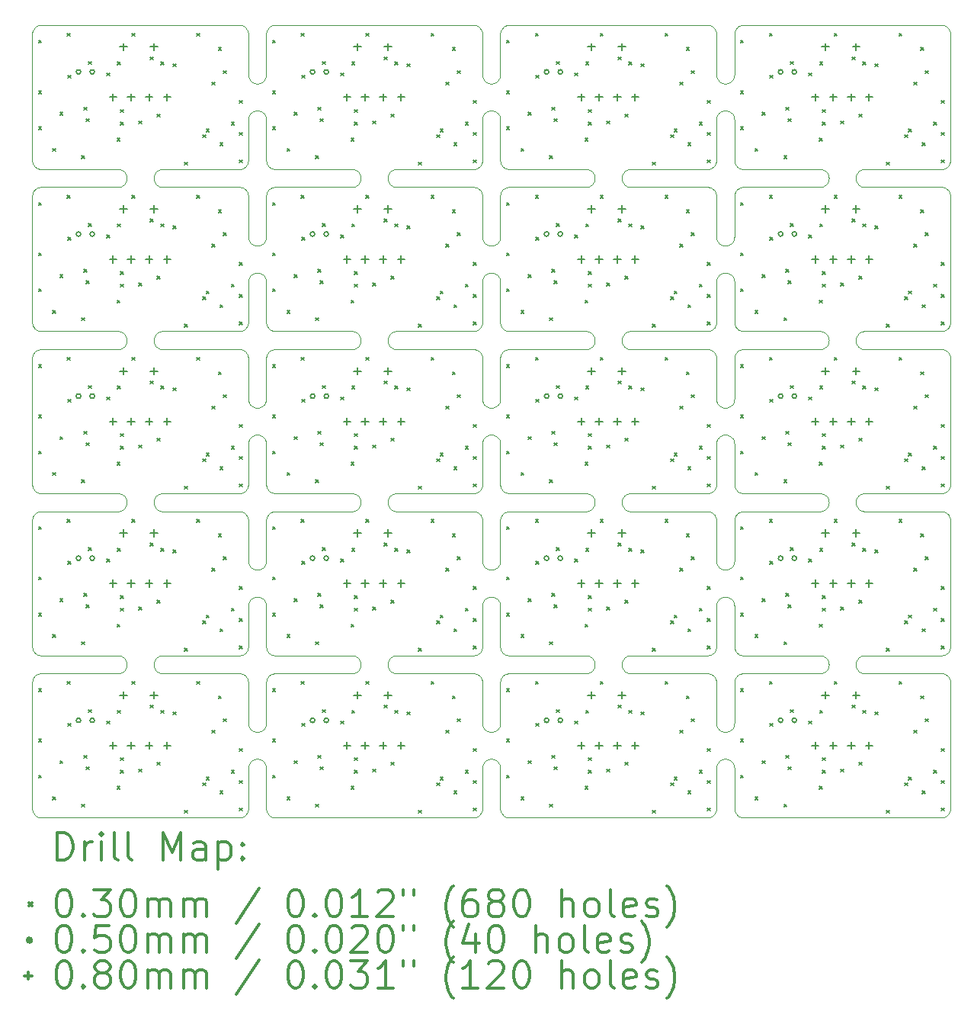
<source format=gbr>
%FSLAX45Y45*%
G04 Gerber Fmt 4.5, Leading zero omitted, Abs format (unit mm)*
G04 Created by KiCad (PCBNEW (5.1.8)-1) date 2021-11-11 20:39:03*
%MOMM*%
%LPD*%
G01*
G04 APERTURE LIST*
%TA.AperFunction,Profile*%
%ADD10C,0.100000*%
%TD*%
%ADD11C,0.200000*%
%ADD12C,0.300000*%
G04 APERTURE END LIST*
D10*
X7489400Y-11350580D02*
X7500880Y-11350100D01*
X7479790Y-11352010D02*
X7489400Y-11350580D01*
X7470360Y-11354370D02*
X7479790Y-11352010D01*
X7461210Y-11357640D02*
X7470360Y-11354370D01*
X7452430Y-11361790D02*
X7461210Y-11357640D01*
X7444100Y-11366790D02*
X7452430Y-11361790D01*
X7436300Y-11372580D02*
X7444100Y-11366790D01*
X7429100Y-11379100D02*
X7436300Y-11372580D01*
X7422570Y-11386300D02*
X7429100Y-11379100D01*
X7416790Y-11394100D02*
X7422570Y-11386300D01*
X7411790Y-11402440D02*
X7416790Y-11394100D01*
X7407640Y-11411220D02*
X7411790Y-11402440D01*
X7404360Y-11420370D02*
X7407640Y-11411220D01*
X7402000Y-11429790D02*
X7404360Y-11420370D01*
X7400580Y-11439400D02*
X7402000Y-11429790D01*
X7400100Y-11449130D02*
X7400580Y-11439400D01*
X7400100Y-11899350D02*
X7400100Y-11449130D01*
X7399520Y-11910440D02*
X7400100Y-11899350D01*
X7397880Y-11920780D02*
X7399520Y-11910440D01*
X7395180Y-11930900D02*
X7397880Y-11920780D01*
X7391420Y-11940680D02*
X7395180Y-11930900D01*
X7386640Y-11950060D02*
X7391420Y-11940680D01*
X7380940Y-11958840D02*
X7386640Y-11950060D01*
X7374340Y-11966980D02*
X7380940Y-11958840D01*
X7366940Y-11974390D02*
X7374340Y-11966980D01*
X7359860Y-11980160D02*
X7366940Y-11974390D01*
X7357740Y-11981700D02*
X7359860Y-11980160D01*
X7350050Y-11986650D02*
X7357740Y-11981700D01*
X7341890Y-11990850D02*
X7350050Y-11986650D01*
X7339490Y-11991920D02*
X7341890Y-11990850D01*
X7330890Y-11995180D02*
X7339490Y-11991920D01*
X7322080Y-11997570D02*
X7330890Y-11995180D01*
X7319510Y-11998120D02*
X7322080Y-11997570D01*
X7310430Y-11999520D02*
X7319510Y-11998120D01*
X7299990Y-12000090D02*
X7310430Y-11999520D01*
X6449120Y-12000100D02*
X7299990Y-12000090D01*
X6439400Y-12000580D02*
X6449120Y-12000100D01*
X6429790Y-12002000D02*
X6439400Y-12000580D01*
X6420360Y-12004370D02*
X6429790Y-12002000D01*
X6411220Y-12007640D02*
X6420360Y-12004370D01*
X6402430Y-12011790D02*
X6411220Y-12007640D01*
X6394100Y-12016790D02*
X6402430Y-12011790D01*
X6386300Y-12022570D02*
X6394100Y-12016790D01*
X6379100Y-12029100D02*
X6386300Y-12022570D01*
X6372570Y-12036300D02*
X6379100Y-12029100D01*
X6366790Y-12044100D02*
X6372570Y-12036300D01*
X6361790Y-12052430D02*
X6366790Y-12044100D01*
X6357640Y-12061220D02*
X6361790Y-12052430D01*
X6354360Y-12070360D02*
X6357640Y-12061220D01*
X6352000Y-12079790D02*
X6354360Y-12070360D01*
X6350580Y-12089400D02*
X6352000Y-12079790D01*
X6350100Y-12099130D02*
X6350580Y-12089400D01*
X6350580Y-12110610D02*
X6350100Y-12099130D01*
X6352000Y-12120220D02*
X6350580Y-12110610D01*
X6354360Y-12129640D02*
X6352000Y-12120220D01*
X6357640Y-12138790D02*
X6354360Y-12129640D01*
X6361790Y-12147570D02*
X6357640Y-12138790D01*
X6366790Y-12155900D02*
X6361790Y-12147570D01*
X6372570Y-12163710D02*
X6366790Y-12155900D01*
X6379100Y-12170900D02*
X6372570Y-12163710D01*
X6386300Y-12177430D02*
X6379100Y-12170900D01*
X6394100Y-12183220D02*
X6386300Y-12177430D01*
X6402430Y-12188210D02*
X6394100Y-12183220D01*
X6411220Y-12192370D02*
X6402430Y-12188210D01*
X6420360Y-12195640D02*
X6411220Y-12192370D01*
X6429790Y-12198000D02*
X6420360Y-12195640D01*
X6439400Y-12199420D02*
X6429790Y-12198000D01*
X6449120Y-12199900D02*
X6439400Y-12199420D01*
X7299990Y-12199910D02*
X6449120Y-12199900D01*
X7310440Y-12200480D02*
X7299990Y-12199910D01*
X7319510Y-12201880D02*
X7310440Y-12200480D01*
X7322080Y-12202430D02*
X7319510Y-12201880D01*
X7330900Y-12204830D02*
X7322080Y-12202430D01*
X7339490Y-12208090D02*
X7330900Y-12204830D01*
X7341890Y-12209150D02*
X7339490Y-12208090D01*
X7350010Y-12213330D02*
X7341890Y-12209150D01*
X7357730Y-12218300D02*
X7350010Y-12213330D01*
X7359860Y-12219850D02*
X7357730Y-12218300D01*
X7366940Y-12225620D02*
X7359860Y-12219850D01*
X7374350Y-12233030D02*
X7366940Y-12225620D01*
X7380940Y-12241170D02*
X7374350Y-12233030D01*
X7386650Y-12249950D02*
X7380940Y-12241170D01*
X7391400Y-12259280D02*
X7386650Y-12249950D01*
X7395160Y-12269060D02*
X7391400Y-12259280D01*
X7397870Y-12279180D02*
X7395160Y-12269060D01*
X7399520Y-12289570D02*
X7397870Y-12279180D01*
X7400100Y-12300650D02*
X7399520Y-12289570D01*
X7400100Y-12750880D02*
X7400100Y-12300650D01*
X7400580Y-12760610D02*
X7400100Y-12750880D01*
X7402000Y-12770220D02*
X7400580Y-12760610D01*
X7404360Y-12779640D02*
X7402000Y-12770220D01*
X7407640Y-12788790D02*
X7404360Y-12779640D01*
X7411790Y-12797570D02*
X7407640Y-12788790D01*
X7416790Y-12805900D02*
X7411790Y-12797570D01*
X7422570Y-12813710D02*
X7416790Y-12805900D01*
X7429100Y-12820910D02*
X7422570Y-12813710D01*
X7436300Y-12827430D02*
X7429100Y-12820910D01*
X7444100Y-12833220D02*
X7436300Y-12827430D01*
X7452430Y-12838210D02*
X7444100Y-12833220D01*
X7461210Y-12842370D02*
X7452430Y-12838210D01*
X7470360Y-12845640D02*
X7461210Y-12842370D01*
X7479790Y-12848000D02*
X7470360Y-12845640D01*
X7489400Y-12849430D02*
X7479790Y-12848000D01*
X7499120Y-12849900D02*
X7489400Y-12849430D01*
X7510600Y-12849430D02*
X7499120Y-12849900D01*
X7520210Y-12848000D02*
X7510600Y-12849430D01*
X7529640Y-12845640D02*
X7520210Y-12848000D01*
X7538790Y-12842370D02*
X7529640Y-12845640D01*
X7547570Y-12838210D02*
X7538790Y-12842370D01*
X7555900Y-12833220D02*
X7547570Y-12838210D01*
X7563700Y-12827430D02*
X7555900Y-12833220D01*
X7570900Y-12820910D02*
X7563700Y-12827430D01*
X7577430Y-12813710D02*
X7570900Y-12820910D01*
X7583220Y-12805900D02*
X7577430Y-12813710D01*
X7588210Y-12797570D02*
X7583220Y-12805900D01*
X7592360Y-12788790D02*
X7588210Y-12797570D01*
X7595640Y-12779640D02*
X7592360Y-12788790D01*
X7598000Y-12770220D02*
X7595640Y-12779640D01*
X7599420Y-12760610D02*
X7598000Y-12770220D01*
X7599900Y-12750880D02*
X7599420Y-12760610D01*
X7599900Y-12300660D02*
X7599900Y-12750880D01*
X7600480Y-12289570D02*
X7599900Y-12300660D01*
X7602120Y-12279220D02*
X7600480Y-12289570D01*
X7604830Y-12269100D02*
X7602120Y-12279220D01*
X7608580Y-12259320D02*
X7604830Y-12269100D01*
X7613360Y-12249950D02*
X7608580Y-12259320D01*
X7619060Y-12241160D02*
X7613360Y-12249950D01*
X7625660Y-12233030D02*
X7619060Y-12241160D01*
X7633070Y-12225620D02*
X7625660Y-12233030D01*
X7640140Y-12219850D02*
X7633070Y-12225620D01*
X7642270Y-12218310D02*
X7640140Y-12219850D01*
X7649950Y-12213360D02*
X7642270Y-12218310D01*
X7658110Y-12209160D02*
X7649950Y-12213360D01*
X7660510Y-12208090D02*
X7658110Y-12209160D01*
X7669110Y-12204830D02*
X7660510Y-12208090D01*
X7677920Y-12202430D02*
X7669110Y-12204830D01*
X7680490Y-12201890D02*
X7677920Y-12202430D01*
X7689570Y-12200480D02*
X7680490Y-12201890D01*
X7700010Y-12199910D02*
X7689570Y-12200480D01*
X8550880Y-12199900D02*
X7700010Y-12199910D01*
X8560600Y-12199420D02*
X8550880Y-12199900D01*
X8570210Y-12198000D02*
X8560600Y-12199420D01*
X8579640Y-12195640D02*
X8570210Y-12198000D01*
X8588790Y-12192360D02*
X8579640Y-12195640D01*
X8597570Y-12188210D02*
X8588790Y-12192360D01*
X8605900Y-12183220D02*
X8597570Y-12188210D01*
X8613710Y-12177430D02*
X8605900Y-12183220D01*
X8620900Y-12170900D02*
X8613710Y-12177430D01*
X8627430Y-12163710D02*
X8620900Y-12170900D01*
X8633220Y-12155900D02*
X8627430Y-12163710D01*
X8638210Y-12147570D02*
X8633220Y-12155900D01*
X8642360Y-12138790D02*
X8638210Y-12147570D01*
X8645640Y-12129640D02*
X8642360Y-12138790D01*
X8648000Y-12120220D02*
X8645640Y-12129640D01*
X8649420Y-12110610D02*
X8648000Y-12120220D01*
X8649900Y-12100880D02*
X8649420Y-12110610D01*
X8649420Y-12089400D02*
X8649900Y-12100880D01*
X8648000Y-12079790D02*
X8649420Y-12089400D01*
X8645640Y-12070360D02*
X8648000Y-12079790D01*
X8642360Y-12061220D02*
X8645640Y-12070360D01*
X8638210Y-12052430D02*
X8642360Y-12061220D01*
X8633220Y-12044100D02*
X8638210Y-12052430D01*
X8627430Y-12036300D02*
X8633220Y-12044100D01*
X8620900Y-12029100D02*
X8627430Y-12036300D01*
X8613710Y-12022570D02*
X8620900Y-12029100D01*
X8605900Y-12016790D02*
X8613710Y-12022570D01*
X8597570Y-12011790D02*
X8605900Y-12016790D01*
X8588790Y-12007640D02*
X8597570Y-12011790D01*
X8579640Y-12004370D02*
X8588790Y-12007640D01*
X8570210Y-12002010D02*
X8579640Y-12004370D01*
X8560600Y-12000580D02*
X8570210Y-12002010D01*
X8550880Y-12000100D02*
X8560600Y-12000580D01*
X7700010Y-12000090D02*
X8550880Y-12000100D01*
X7689560Y-11999520D02*
X7700010Y-12000090D01*
X7680490Y-11998120D02*
X7689560Y-11999520D01*
X7677920Y-11997580D02*
X7680490Y-11998120D01*
X7669100Y-11995180D02*
X7677920Y-11997580D01*
X7660520Y-11991920D02*
X7669100Y-11995180D01*
X7658120Y-11990850D02*
X7660520Y-11991920D01*
X7649990Y-11986670D02*
X7658120Y-11990850D01*
X7642270Y-11981700D02*
X7649990Y-11986670D01*
X7640140Y-11980160D02*
X7642270Y-11981700D01*
X7633060Y-11974380D02*
X7640140Y-11980160D01*
X7625650Y-11966980D02*
X7633060Y-11974380D01*
X7619060Y-11958840D02*
X7625650Y-11966980D01*
X7613350Y-11950060D02*
X7619060Y-11958840D01*
X7608600Y-11940720D02*
X7613350Y-11950060D01*
X7604840Y-11930950D02*
X7608600Y-11940720D01*
X7602130Y-11920830D02*
X7604840Y-11930950D01*
X7600480Y-11910430D02*
X7602130Y-11920830D01*
X7599900Y-11899340D02*
X7600480Y-11910430D01*
X7599900Y-11449130D02*
X7599900Y-11899340D01*
X7599420Y-11439400D02*
X7599900Y-11449130D01*
X7598000Y-11429790D02*
X7599420Y-11439400D01*
X7595640Y-11420370D02*
X7598000Y-11429790D01*
X7592360Y-11411220D02*
X7595640Y-11420370D01*
X7588210Y-11402440D02*
X7592360Y-11411220D01*
X7583210Y-11394100D02*
X7588210Y-11402440D01*
X7577430Y-11386300D02*
X7583210Y-11394100D01*
X7570900Y-11379100D02*
X7577430Y-11386300D01*
X7563700Y-11372580D02*
X7570900Y-11379100D01*
X7555900Y-11366790D02*
X7563700Y-11372580D01*
X7547570Y-11361790D02*
X7555900Y-11366790D01*
X7538790Y-11357640D02*
X7547570Y-11361790D01*
X7529640Y-11354370D02*
X7538790Y-11357640D01*
X7520210Y-11352010D02*
X7529640Y-11354370D01*
X7510600Y-11350580D02*
X7520210Y-11352010D01*
X7500880Y-11350100D02*
X7510600Y-11350580D01*
X7510600Y-9249420D02*
X7499120Y-9249900D01*
X7520210Y-9248000D02*
X7510600Y-9249420D01*
X7529640Y-9245640D02*
X7520210Y-9248000D01*
X7538790Y-9242370D02*
X7529640Y-9245640D01*
X7547570Y-9238210D02*
X7538790Y-9242370D01*
X7555900Y-9233220D02*
X7547570Y-9238210D01*
X7563700Y-9227430D02*
X7555900Y-9233220D01*
X7570900Y-9220900D02*
X7563700Y-9227430D01*
X7577430Y-9213710D02*
X7570900Y-9220900D01*
X7583220Y-9205900D02*
X7577430Y-9213710D01*
X7588210Y-9197570D02*
X7583220Y-9205900D01*
X7592360Y-9188790D02*
X7588210Y-9197570D01*
X7595640Y-9179640D02*
X7592360Y-9188790D01*
X7598000Y-9170220D02*
X7595640Y-9179640D01*
X7599420Y-9160610D02*
X7598000Y-9170220D01*
X7599900Y-9150880D02*
X7599420Y-9160610D01*
X7599900Y-8700660D02*
X7599900Y-9150880D01*
X7600480Y-8689570D02*
X7599900Y-8700660D01*
X7602120Y-8679220D02*
X7600480Y-8689570D01*
X7604830Y-8669100D02*
X7602120Y-8679220D01*
X7608580Y-8659320D02*
X7604830Y-8669100D01*
X7613360Y-8649940D02*
X7608580Y-8659320D01*
X7619060Y-8641160D02*
X7613360Y-8649940D01*
X7625660Y-8633020D02*
X7619060Y-8641160D01*
X7633070Y-8625620D02*
X7625660Y-8633020D01*
X7640140Y-8619850D02*
X7633070Y-8625620D01*
X7642270Y-8618300D02*
X7640140Y-8619850D01*
X7649950Y-8613350D02*
X7642270Y-8618300D01*
X7658110Y-8609150D02*
X7649950Y-8613350D01*
X7660510Y-8608080D02*
X7658110Y-8609150D01*
X7669110Y-8604830D02*
X7660510Y-8608080D01*
X7677920Y-8602430D02*
X7669110Y-8604830D01*
X7680490Y-8601880D02*
X7677920Y-8602430D01*
X7689570Y-8600480D02*
X7680490Y-8601880D01*
X7700010Y-8599910D02*
X7689570Y-8600480D01*
X8550880Y-8599900D02*
X7700010Y-8599910D01*
X8560600Y-8599420D02*
X8550880Y-8599900D01*
X8570210Y-8598000D02*
X8560600Y-8599420D01*
X8579640Y-8595640D02*
X8570210Y-8598000D01*
X8588790Y-8592360D02*
X8579640Y-8595640D01*
X8597570Y-8588210D02*
X8588790Y-8592360D01*
X8605900Y-8583220D02*
X8597570Y-8588210D01*
X8613710Y-8577430D02*
X8605900Y-8583220D01*
X8620900Y-8570900D02*
X8613710Y-8577430D01*
X8627430Y-8563700D02*
X8620900Y-8570900D01*
X8633220Y-8555900D02*
X8627430Y-8563700D01*
X8638210Y-8547570D02*
X8633220Y-8555900D01*
X8642360Y-8538790D02*
X8638210Y-8547570D01*
X8645640Y-8529640D02*
X8642360Y-8538790D01*
X8648000Y-8520210D02*
X8645640Y-8529640D01*
X8649420Y-8510600D02*
X8648000Y-8520210D01*
X8649900Y-8500880D02*
X8649420Y-8510600D01*
X8649420Y-8489400D02*
X8649900Y-8500880D01*
X8648000Y-8479790D02*
X8649420Y-8489400D01*
X8645640Y-8470360D02*
X8648000Y-8479790D01*
X8642360Y-8461220D02*
X8645640Y-8470360D01*
X8638210Y-8452430D02*
X8642360Y-8461220D01*
X8633220Y-8444100D02*
X8638210Y-8452430D01*
X8627430Y-8436300D02*
X8633220Y-8444100D01*
X8620900Y-8429100D02*
X8627430Y-8436300D01*
X8613710Y-8422570D02*
X8620900Y-8429100D01*
X8605900Y-8416790D02*
X8613710Y-8422570D01*
X8597570Y-8411790D02*
X8605900Y-8416790D01*
X8588790Y-8407640D02*
X8597570Y-8411790D01*
X8579640Y-8404360D02*
X8588790Y-8407640D01*
X8570210Y-8402000D02*
X8579640Y-8404360D01*
X8560600Y-8400580D02*
X8570210Y-8402000D01*
X8550880Y-8400100D02*
X8560600Y-8400580D01*
X7700010Y-8400090D02*
X8550880Y-8400100D01*
X7689560Y-8399520D02*
X7700010Y-8400090D01*
X7680490Y-8398120D02*
X7689560Y-8399520D01*
X7677920Y-8397570D02*
X7680490Y-8398120D01*
X7669100Y-8395180D02*
X7677920Y-8397570D01*
X7660520Y-8391920D02*
X7669100Y-8395180D01*
X7658120Y-8390850D02*
X7660520Y-8391920D01*
X7649990Y-8386670D02*
X7658120Y-8390850D01*
X7642270Y-8381700D02*
X7649990Y-8386670D01*
X7640140Y-8380160D02*
X7642270Y-8381700D01*
X7633060Y-8374380D02*
X7640140Y-8380160D01*
X7625650Y-8366980D02*
X7633060Y-8374380D01*
X7619060Y-8358840D02*
X7625650Y-8366980D01*
X7613350Y-8350050D02*
X7619060Y-8358840D01*
X7608600Y-8340720D02*
X7613350Y-8350050D01*
X7604840Y-8330950D02*
X7608600Y-8340720D01*
X7602130Y-8320830D02*
X7604840Y-8330950D01*
X7600480Y-8310430D02*
X7602130Y-8320830D01*
X7599900Y-8299340D02*
X7600480Y-8310430D01*
X7599900Y-7849130D02*
X7599900Y-8299340D01*
X7599420Y-7839400D02*
X7599900Y-7849130D01*
X7598000Y-7829790D02*
X7599420Y-7839400D01*
X7595640Y-7820360D02*
X7598000Y-7829790D01*
X7592360Y-7811220D02*
X7595640Y-7820360D01*
X7588210Y-7802430D02*
X7592360Y-7811220D01*
X7583210Y-7794100D02*
X7588210Y-7802430D01*
X7577430Y-7786300D02*
X7583210Y-7794100D01*
X7570900Y-7779100D02*
X7577430Y-7786300D01*
X7563700Y-7772570D02*
X7570900Y-7779100D01*
X7555900Y-7766790D02*
X7563700Y-7772570D01*
X7547570Y-7761790D02*
X7555900Y-7766790D01*
X7538790Y-7757640D02*
X7547570Y-7761790D01*
X7529640Y-7754370D02*
X7538790Y-7757640D01*
X7520210Y-7752000D02*
X7529640Y-7754370D01*
X7510600Y-7750580D02*
X7520210Y-7752000D01*
X7500880Y-7750100D02*
X7510600Y-7750580D01*
X7489400Y-7750580D02*
X7500880Y-7750100D01*
X7479790Y-7752000D02*
X7489400Y-7750580D01*
X7470360Y-7754370D02*
X7479790Y-7752000D01*
X7461210Y-7757640D02*
X7470360Y-7754370D01*
X7452430Y-7761790D02*
X7461210Y-7757640D01*
X7444100Y-7766790D02*
X7452430Y-7761790D01*
X7436300Y-7772570D02*
X7444100Y-7766790D01*
X7429100Y-7779100D02*
X7436300Y-7772570D01*
X7422570Y-7786300D02*
X7429100Y-7779100D01*
X7416790Y-7794100D02*
X7422570Y-7786300D01*
X7411790Y-7802430D02*
X7416790Y-7794100D01*
X7407640Y-7811220D02*
X7411790Y-7802430D01*
X7404360Y-7820360D02*
X7407640Y-7811220D01*
X7402000Y-7829790D02*
X7404360Y-7820360D01*
X7400580Y-7839400D02*
X7402000Y-7829790D01*
X7400100Y-7849130D02*
X7400580Y-7839400D01*
X7400100Y-8299350D02*
X7400100Y-7849130D01*
X7399520Y-8310440D02*
X7400100Y-8299350D01*
X7397880Y-8320780D02*
X7399520Y-8310440D01*
X7395180Y-8330900D02*
X7397880Y-8320780D01*
X7391420Y-8340680D02*
X7395180Y-8330900D01*
X7386640Y-8350060D02*
X7391420Y-8340680D01*
X7380940Y-8358840D02*
X7386640Y-8350060D01*
X7374340Y-8366980D02*
X7380940Y-8358840D01*
X7366940Y-8374380D02*
X7374340Y-8366980D01*
X7359860Y-8380150D02*
X7366940Y-8374380D01*
X7357740Y-8381700D02*
X7359860Y-8380150D01*
X7350050Y-8386650D02*
X7357740Y-8381700D01*
X7341890Y-8390850D02*
X7350050Y-8386650D01*
X7339490Y-8391920D02*
X7341890Y-8390850D01*
X7330890Y-8395180D02*
X7339490Y-8391920D01*
X7322080Y-8397570D02*
X7330890Y-8395180D01*
X7319510Y-8398120D02*
X7322080Y-8397570D01*
X7310430Y-8399520D02*
X7319510Y-8398120D01*
X7299990Y-8400090D02*
X7310430Y-8399520D01*
X6449120Y-8400100D02*
X7299990Y-8400090D01*
X6439400Y-8400580D02*
X6449120Y-8400100D01*
X6429790Y-8402000D02*
X6439400Y-8400580D01*
X6420360Y-8404360D02*
X6429790Y-8402000D01*
X6411220Y-8407640D02*
X6420360Y-8404360D01*
X6402430Y-8411790D02*
X6411220Y-8407640D01*
X6394100Y-8416790D02*
X6402430Y-8411790D01*
X6386300Y-8422570D02*
X6394100Y-8416790D01*
X6379100Y-8429100D02*
X6386300Y-8422570D01*
X6372570Y-8436300D02*
X6379100Y-8429100D01*
X6366790Y-8444100D02*
X6372570Y-8436300D01*
X6361790Y-8452430D02*
X6366790Y-8444100D01*
X6357640Y-8461220D02*
X6361790Y-8452430D01*
X6354360Y-8470360D02*
X6357640Y-8461220D01*
X6352000Y-8479790D02*
X6354360Y-8470360D01*
X6350580Y-8489400D02*
X6352000Y-8479790D01*
X6350100Y-8499120D02*
X6350580Y-8489400D01*
X6350580Y-8510600D02*
X6350100Y-8499120D01*
X6352000Y-8520210D02*
X6350580Y-8510600D01*
X6354360Y-8529640D02*
X6352000Y-8520210D01*
X6357640Y-8538790D02*
X6354360Y-8529640D01*
X6361790Y-8547570D02*
X6357640Y-8538790D01*
X6366790Y-8555900D02*
X6361790Y-8547570D01*
X6372570Y-8563710D02*
X6366790Y-8555900D01*
X6379100Y-8570900D02*
X6372570Y-8563710D01*
X6386300Y-8577430D02*
X6379100Y-8570900D01*
X6394100Y-8583220D02*
X6386300Y-8577430D01*
X6402430Y-8588210D02*
X6394100Y-8583220D01*
X6411220Y-8592360D02*
X6402430Y-8588210D01*
X6420360Y-8595640D02*
X6411220Y-8592360D01*
X6429790Y-8598000D02*
X6420360Y-8595640D01*
X6439400Y-8599420D02*
X6429790Y-8598000D01*
X6449120Y-8599900D02*
X6439400Y-8599420D01*
X7299990Y-8599910D02*
X6449120Y-8599900D01*
X7310440Y-8600480D02*
X7299990Y-8599910D01*
X7319510Y-8601880D02*
X7310440Y-8600480D01*
X7322080Y-8602430D02*
X7319510Y-8601880D01*
X7330900Y-8604830D02*
X7322080Y-8602430D01*
X7339490Y-8608080D02*
X7330900Y-8604830D01*
X7341890Y-8609150D02*
X7339490Y-8608080D01*
X7350010Y-8613330D02*
X7341890Y-8609150D01*
X7357730Y-8618300D02*
X7350010Y-8613330D01*
X7359860Y-8619850D02*
X7357730Y-8618300D01*
X7366940Y-8625620D02*
X7359860Y-8619850D01*
X7374350Y-8633030D02*
X7366940Y-8625620D01*
X7380940Y-8641170D02*
X7374350Y-8633030D01*
X7386650Y-8649950D02*
X7380940Y-8641170D01*
X7391400Y-8659280D02*
X7386650Y-8649950D01*
X7395160Y-8669060D02*
X7391400Y-8659280D01*
X7397870Y-8679170D02*
X7395160Y-8669060D01*
X7399520Y-8689570D02*
X7397870Y-8679170D01*
X7400100Y-8700650D02*
X7399520Y-8689570D01*
X7400100Y-9150880D02*
X7400100Y-8700650D01*
X7400580Y-9160610D02*
X7400100Y-9150880D01*
X7402000Y-9170220D02*
X7400580Y-9160610D01*
X7404360Y-9179640D02*
X7402000Y-9170220D01*
X7407640Y-9188790D02*
X7404360Y-9179640D01*
X7411790Y-9197570D02*
X7407640Y-9188790D01*
X7416790Y-9205900D02*
X7411790Y-9197570D01*
X7422570Y-9213710D02*
X7416790Y-9205900D01*
X7429100Y-9220900D02*
X7422570Y-9213710D01*
X7436300Y-9227430D02*
X7429100Y-9220900D01*
X7444100Y-9233220D02*
X7436300Y-9227430D01*
X7452430Y-9238210D02*
X7444100Y-9233220D01*
X7461210Y-9242370D02*
X7452430Y-9238210D01*
X7470360Y-9245640D02*
X7461210Y-9242370D01*
X7479790Y-9248000D02*
X7470360Y-9245640D01*
X7489400Y-9249420D02*
X7479790Y-9248000D01*
X7499120Y-9249900D02*
X7489400Y-9249420D01*
X7299990Y-6799910D02*
X6449120Y-6799900D01*
X7309150Y-6800380D02*
X7299990Y-6799910D01*
X7311760Y-6800650D02*
X7309150Y-6800380D01*
X7320780Y-6802120D02*
X7311760Y-6800650D01*
X7329660Y-6804460D02*
X7320780Y-6802120D01*
X7332160Y-6805270D02*
X7329660Y-6804460D01*
X7340680Y-6808580D02*
X7332160Y-6805270D01*
X7348880Y-6812710D02*
X7340680Y-6808580D01*
X7351130Y-6814010D02*
X7348880Y-6812710D01*
X7358840Y-6819060D02*
X7351130Y-6814010D01*
X7365960Y-6824780D02*
X7358840Y-6819060D01*
X7367910Y-6826540D02*
X7365960Y-6824780D01*
X7373480Y-6832110D02*
X7367910Y-6826540D01*
X7375220Y-6834040D02*
X7373480Y-6832110D01*
X7380940Y-6841170D02*
X7375220Y-6834040D01*
X7385970Y-6848850D02*
X7380940Y-6841170D01*
X7387290Y-6851120D02*
X7385970Y-6848850D01*
X7391400Y-6859280D02*
X7387290Y-6851120D01*
X7395160Y-6869060D02*
X7391400Y-6859280D01*
X7397870Y-6879170D02*
X7395160Y-6869060D01*
X7399520Y-6889570D02*
X7397870Y-6879170D01*
X7400100Y-6900650D02*
X7399520Y-6889570D01*
X7400100Y-7350880D02*
X7400100Y-6900650D01*
X7400580Y-7360600D02*
X7400100Y-7350880D01*
X7402000Y-7370220D02*
X7400580Y-7360600D01*
X7404360Y-7379640D02*
X7402000Y-7370220D01*
X7407640Y-7388790D02*
X7404360Y-7379640D01*
X7411790Y-7397570D02*
X7407640Y-7388790D01*
X7416790Y-7405900D02*
X7411790Y-7397570D01*
X7422570Y-7413710D02*
X7416790Y-7405900D01*
X7429100Y-7420900D02*
X7422570Y-7413710D01*
X7436300Y-7427430D02*
X7429100Y-7420900D01*
X7444100Y-7433220D02*
X7436300Y-7427430D01*
X7452430Y-7438210D02*
X7444100Y-7433220D01*
X7461210Y-7442360D02*
X7452430Y-7438210D01*
X7470360Y-7445640D02*
X7461210Y-7442360D01*
X7479790Y-7448000D02*
X7470360Y-7445640D01*
X7489400Y-7449420D02*
X7479790Y-7448000D01*
X7500880Y-7449900D02*
X7489400Y-7449420D01*
X7510600Y-7449420D02*
X7500880Y-7449900D01*
X7520210Y-7448000D02*
X7510600Y-7449420D01*
X7529640Y-7445640D02*
X7520210Y-7448000D01*
X7538790Y-7442360D02*
X7529640Y-7445640D01*
X7547570Y-7438210D02*
X7538790Y-7442360D01*
X7555900Y-7433220D02*
X7547570Y-7438210D01*
X7563700Y-7427430D02*
X7555900Y-7433220D01*
X7570900Y-7420900D02*
X7563700Y-7427430D01*
X7577430Y-7413710D02*
X7570900Y-7420900D01*
X7583220Y-7405900D02*
X7577430Y-7413710D01*
X7588210Y-7397570D02*
X7583220Y-7405900D01*
X7592360Y-7388790D02*
X7588210Y-7397570D01*
X7595640Y-7379640D02*
X7592360Y-7388790D01*
X7598000Y-7370220D02*
X7595640Y-7379640D01*
X7599420Y-7360600D02*
X7598000Y-7370220D01*
X7599900Y-7350880D02*
X7599420Y-7360600D01*
X7599900Y-6900660D02*
X7599900Y-7350880D01*
X7600480Y-6889560D02*
X7599900Y-6900660D01*
X7602120Y-6879220D02*
X7600480Y-6889560D01*
X7604830Y-6869100D02*
X7602120Y-6879220D01*
X7608580Y-6859320D02*
X7604830Y-6869100D01*
X7613360Y-6849940D02*
X7608580Y-6859320D01*
X7619060Y-6841160D02*
X7613360Y-6849940D01*
X7625660Y-6833020D02*
X7619060Y-6841160D01*
X7633070Y-6825620D02*
X7625660Y-6833020D01*
X7640140Y-6819850D02*
X7633070Y-6825620D01*
X7642270Y-6818300D02*
X7640140Y-6819850D01*
X7649950Y-6813350D02*
X7642270Y-6818300D01*
X7658110Y-6809150D02*
X7649950Y-6813350D01*
X7660510Y-6808080D02*
X7658110Y-6809150D01*
X7669110Y-6804820D02*
X7660510Y-6808080D01*
X7677920Y-6802430D02*
X7669110Y-6804820D01*
X7680490Y-6801880D02*
X7677920Y-6802430D01*
X7689570Y-6800480D02*
X7680490Y-6801880D01*
X7700010Y-6799910D02*
X7689570Y-6800480D01*
X8550880Y-6799900D02*
X7700010Y-6799910D01*
X8560600Y-6799420D02*
X8550880Y-6799900D01*
X8570210Y-6798000D02*
X8560600Y-6799420D01*
X8579640Y-6795640D02*
X8570210Y-6798000D01*
X8588790Y-6792360D02*
X8579640Y-6795640D01*
X8597570Y-6788210D02*
X8588790Y-6792360D01*
X8605900Y-6783210D02*
X8597570Y-6788210D01*
X8613710Y-6777430D02*
X8605900Y-6783210D01*
X8620900Y-6770900D02*
X8613710Y-6777430D01*
X8627430Y-6763700D02*
X8620900Y-6770900D01*
X8633220Y-6755900D02*
X8627430Y-6763700D01*
X8638210Y-6747570D02*
X8633220Y-6755900D01*
X8642360Y-6738790D02*
X8638210Y-6747570D01*
X8645640Y-6729640D02*
X8642360Y-6738790D01*
X8648000Y-6720210D02*
X8645640Y-6729640D01*
X8649420Y-6710600D02*
X8648000Y-6720210D01*
X8649900Y-6699120D02*
X8649420Y-6710600D01*
X8649420Y-6689400D02*
X8649900Y-6699120D01*
X8648000Y-6679790D02*
X8649420Y-6689400D01*
X8645640Y-6670360D02*
X8648000Y-6679790D01*
X8642360Y-6661210D02*
X8645640Y-6670360D01*
X8638210Y-6652430D02*
X8642360Y-6661210D01*
X8633220Y-6644100D02*
X8638210Y-6652430D01*
X8627430Y-6636300D02*
X8633220Y-6644100D01*
X8620900Y-6629100D02*
X8627430Y-6636300D01*
X8613710Y-6622570D02*
X8620900Y-6629100D01*
X8605900Y-6616790D02*
X8613710Y-6622570D01*
X8597570Y-6611790D02*
X8605900Y-6616790D01*
X8588790Y-6607640D02*
X8597570Y-6611790D01*
X8579640Y-6604360D02*
X8588790Y-6607640D01*
X8570220Y-6602000D02*
X8579640Y-6604360D01*
X8560600Y-6600580D02*
X8570220Y-6602000D01*
X8550880Y-6600100D02*
X8560600Y-6600580D01*
X7700010Y-6600090D02*
X8550880Y-6600100D01*
X7689560Y-6599520D02*
X7700010Y-6600090D01*
X7680490Y-6598120D02*
X7689560Y-6599520D01*
X7677920Y-6597570D02*
X7680490Y-6598120D01*
X7669100Y-6595180D02*
X7677920Y-6597570D01*
X7660520Y-6591920D02*
X7669100Y-6595180D01*
X7658120Y-6590850D02*
X7660520Y-6591920D01*
X7649990Y-6586670D02*
X7658120Y-6590850D01*
X7642270Y-6581700D02*
X7649990Y-6586670D01*
X7640140Y-6580160D02*
X7642270Y-6581700D01*
X7633060Y-6574380D02*
X7640140Y-6580160D01*
X7625650Y-6566970D02*
X7633060Y-6574380D01*
X7619060Y-6558840D02*
X7625650Y-6566970D01*
X7613350Y-6550050D02*
X7619060Y-6558840D01*
X7608600Y-6540720D02*
X7613350Y-6550050D01*
X7604840Y-6530940D02*
X7608600Y-6540720D01*
X7602130Y-6520830D02*
X7604840Y-6530940D01*
X7600480Y-6510430D02*
X7602130Y-6520830D01*
X7599900Y-6499340D02*
X7600480Y-6510430D01*
X7599900Y-6049130D02*
X7599900Y-6499340D01*
X7599420Y-6039400D02*
X7599900Y-6049130D01*
X7598000Y-6029790D02*
X7599420Y-6039400D01*
X7595640Y-6020360D02*
X7598000Y-6029790D01*
X7592360Y-6011220D02*
X7595640Y-6020360D01*
X7588210Y-6002430D02*
X7592360Y-6011220D01*
X7583210Y-5994100D02*
X7588210Y-6002430D01*
X7577430Y-5986300D02*
X7583210Y-5994100D01*
X7570900Y-5979100D02*
X7577430Y-5986300D01*
X7563700Y-5972570D02*
X7570900Y-5979100D01*
X7555900Y-5966790D02*
X7563700Y-5972570D01*
X7547570Y-5961790D02*
X7555900Y-5966790D01*
X7538790Y-5957640D02*
X7547570Y-5961790D01*
X7529640Y-5954360D02*
X7538790Y-5957640D01*
X7520210Y-5952000D02*
X7529640Y-5954360D01*
X7510600Y-5950580D02*
X7520210Y-5952000D01*
X7499120Y-5950100D02*
X7510600Y-5950580D01*
X7489400Y-5950580D02*
X7499120Y-5950100D01*
X7479790Y-5952000D02*
X7489400Y-5950580D01*
X7470360Y-5954360D02*
X7479790Y-5952000D01*
X7461210Y-5957640D02*
X7470360Y-5954360D01*
X7452430Y-5961790D02*
X7461210Y-5957640D01*
X7444100Y-5966790D02*
X7452430Y-5961790D01*
X7436300Y-5972570D02*
X7444100Y-5966790D01*
X7429100Y-5979100D02*
X7436300Y-5972570D01*
X7422570Y-5986300D02*
X7429100Y-5979100D01*
X7416790Y-5994100D02*
X7422570Y-5986300D01*
X7411790Y-6002430D02*
X7416790Y-5994100D01*
X7407640Y-6011220D02*
X7411790Y-6002430D01*
X7404360Y-6020360D02*
X7407640Y-6011220D01*
X7402000Y-6029790D02*
X7404360Y-6020360D01*
X7400580Y-6039400D02*
X7402000Y-6029790D01*
X7400100Y-6049120D02*
X7400580Y-6039400D01*
X7400100Y-6499340D02*
X7400100Y-6049120D01*
X7399620Y-6509170D02*
X7400100Y-6499340D01*
X7399350Y-6511760D02*
X7399620Y-6509170D01*
X7397880Y-6520780D02*
X7399350Y-6511760D01*
X7395180Y-6530900D02*
X7397880Y-6520780D01*
X7391420Y-6540680D02*
X7395180Y-6530900D01*
X7386670Y-6550010D02*
X7391420Y-6540680D01*
X7380970Y-6558800D02*
X7386670Y-6550010D01*
X7374380Y-6566940D02*
X7380970Y-6558800D01*
X7366970Y-6574350D02*
X7374380Y-6566940D01*
X7359860Y-6580150D02*
X7366970Y-6574350D01*
X7357740Y-6581700D02*
X7359860Y-6580150D01*
X7351130Y-6585990D02*
X7357740Y-6581700D01*
X7348880Y-6587290D02*
X7351130Y-6585990D01*
X7340670Y-6591430D02*
X7348880Y-6587290D01*
X7330940Y-6595160D02*
X7340670Y-6591430D01*
X7322080Y-6597570D02*
X7330940Y-6595160D01*
X7319510Y-6598120D02*
X7322080Y-6597570D01*
X7310430Y-6599520D02*
X7319510Y-6598120D01*
X7299990Y-6600090D02*
X7310430Y-6599520D01*
X6449120Y-6600100D02*
X7299990Y-6600090D01*
X6439400Y-6600580D02*
X6449120Y-6600100D01*
X6429790Y-6602000D02*
X6439400Y-6600580D01*
X6420360Y-6604360D02*
X6429790Y-6602000D01*
X6411220Y-6607640D02*
X6420360Y-6604360D01*
X6402430Y-6611790D02*
X6411220Y-6607640D01*
X6394100Y-6616790D02*
X6402430Y-6611790D01*
X6386300Y-6622570D02*
X6394100Y-6616790D01*
X6379100Y-6629100D02*
X6386300Y-6622570D01*
X6372570Y-6636300D02*
X6379100Y-6629100D01*
X6366790Y-6644100D02*
X6372570Y-6636300D01*
X6361790Y-6652430D02*
X6366790Y-6644100D01*
X6357640Y-6661210D02*
X6361790Y-6652430D01*
X6354360Y-6670360D02*
X6357640Y-6661210D01*
X6352000Y-6679790D02*
X6354360Y-6670360D01*
X6350580Y-6689400D02*
X6352000Y-6679790D01*
X6350100Y-6699120D02*
X6350580Y-6689400D01*
X6350580Y-6710600D02*
X6350100Y-6699120D01*
X6352000Y-6720210D02*
X6350580Y-6710600D01*
X6354360Y-6729640D02*
X6352000Y-6720210D01*
X6357640Y-6738790D02*
X6354360Y-6729640D01*
X6361790Y-6747570D02*
X6357640Y-6738790D01*
X6366790Y-6755900D02*
X6361790Y-6747570D01*
X6372570Y-6763700D02*
X6366790Y-6755900D01*
X6379100Y-6770900D02*
X6372570Y-6763700D01*
X6386300Y-6777430D02*
X6379100Y-6770900D01*
X6394100Y-6783220D02*
X6386300Y-6777430D01*
X6402430Y-6788210D02*
X6394100Y-6783220D01*
X6411220Y-6792360D02*
X6402430Y-6788210D01*
X6420360Y-6795640D02*
X6411220Y-6792360D01*
X6429790Y-6798000D02*
X6420360Y-6795640D01*
X6439400Y-6799420D02*
X6429790Y-6798000D01*
X6449120Y-6799900D02*
X6439400Y-6799420D01*
X6350580Y-10310610D02*
X6350100Y-10299130D01*
X6352000Y-10320220D02*
X6350580Y-10310610D01*
X6354360Y-10329640D02*
X6352000Y-10320220D01*
X6357640Y-10338790D02*
X6354360Y-10329640D01*
X6361790Y-10347570D02*
X6357640Y-10338790D01*
X6366790Y-10355900D02*
X6361790Y-10347570D01*
X6372570Y-10363710D02*
X6366790Y-10355900D01*
X6379100Y-10370900D02*
X6372570Y-10363710D01*
X6386300Y-10377430D02*
X6379100Y-10370900D01*
X6394100Y-10383220D02*
X6386300Y-10377430D01*
X6402430Y-10388210D02*
X6394100Y-10383220D01*
X6411220Y-10392360D02*
X6402430Y-10388210D01*
X6420360Y-10395640D02*
X6411220Y-10392360D01*
X6429790Y-10398000D02*
X6420360Y-10395640D01*
X6439400Y-10399420D02*
X6429790Y-10398000D01*
X6449120Y-10399900D02*
X6439400Y-10399420D01*
X7299990Y-10399910D02*
X6449120Y-10399900D01*
X7310440Y-10400480D02*
X7299990Y-10399910D01*
X7319510Y-10401880D02*
X7310440Y-10400480D01*
X7322080Y-10402430D02*
X7319510Y-10401880D01*
X7330900Y-10404830D02*
X7322080Y-10402430D01*
X7339490Y-10408080D02*
X7330900Y-10404830D01*
X7341890Y-10409150D02*
X7339490Y-10408080D01*
X7350010Y-10413330D02*
X7341890Y-10409150D01*
X7357730Y-10418300D02*
X7350010Y-10413330D01*
X7359860Y-10419850D02*
X7357730Y-10418300D01*
X7366940Y-10425620D02*
X7359860Y-10419850D01*
X7374350Y-10433030D02*
X7366940Y-10425620D01*
X7380940Y-10441170D02*
X7374350Y-10433030D01*
X7386650Y-10449950D02*
X7380940Y-10441170D01*
X7391400Y-10459280D02*
X7386650Y-10449950D01*
X7395160Y-10469060D02*
X7391400Y-10459280D01*
X7397870Y-10479180D02*
X7395160Y-10469060D01*
X7399520Y-10489570D02*
X7397870Y-10479180D01*
X7400100Y-10500650D02*
X7399520Y-10489570D01*
X7400100Y-10950880D02*
X7400100Y-10500650D01*
X7400580Y-10960610D02*
X7400100Y-10950880D01*
X7402000Y-10970220D02*
X7400580Y-10960610D01*
X7404360Y-10979640D02*
X7402000Y-10970220D01*
X7407640Y-10988790D02*
X7404360Y-10979640D01*
X7411790Y-10997570D02*
X7407640Y-10988790D01*
X7416790Y-11005900D02*
X7411790Y-10997570D01*
X7422570Y-11013710D02*
X7416790Y-11005900D01*
X7429100Y-11020910D02*
X7422570Y-11013710D01*
X7436300Y-11027430D02*
X7429100Y-11020910D01*
X7444100Y-11033220D02*
X7436300Y-11027430D01*
X7452430Y-11038210D02*
X7444100Y-11033220D01*
X7461210Y-11042370D02*
X7452430Y-11038210D01*
X7470360Y-11045640D02*
X7461210Y-11042370D01*
X7479790Y-11048000D02*
X7470360Y-11045640D01*
X7489400Y-11049430D02*
X7479790Y-11048000D01*
X7499120Y-11049900D02*
X7489400Y-11049430D01*
X7510600Y-11049430D02*
X7499120Y-11049900D01*
X7520210Y-11048000D02*
X7510600Y-11049430D01*
X7529640Y-11045640D02*
X7520210Y-11048000D01*
X7538790Y-11042370D02*
X7529640Y-11045640D01*
X7547570Y-11038210D02*
X7538790Y-11042370D01*
X7555900Y-11033220D02*
X7547570Y-11038210D01*
X7563700Y-11027430D02*
X7555900Y-11033220D01*
X7570900Y-11020910D02*
X7563700Y-11027430D01*
X7577430Y-11013710D02*
X7570900Y-11020910D01*
X7583220Y-11005900D02*
X7577430Y-11013710D01*
X7588210Y-10997570D02*
X7583220Y-11005900D01*
X7592360Y-10988790D02*
X7588210Y-10997570D01*
X7595640Y-10979640D02*
X7592360Y-10988790D01*
X7598000Y-10970220D02*
X7595640Y-10979640D01*
X7599420Y-10960610D02*
X7598000Y-10970220D01*
X7599900Y-10950880D02*
X7599420Y-10960610D01*
X7599900Y-10500660D02*
X7599900Y-10950880D01*
X7600480Y-10489570D02*
X7599900Y-10500660D01*
X7602120Y-10479220D02*
X7600480Y-10489570D01*
X7604830Y-10469100D02*
X7602120Y-10479220D01*
X7608580Y-10459320D02*
X7604830Y-10469100D01*
X7613360Y-10449950D02*
X7608580Y-10459320D01*
X7619060Y-10441160D02*
X7613360Y-10449950D01*
X7625660Y-10433020D02*
X7619060Y-10441160D01*
X7633070Y-10425620D02*
X7625660Y-10433020D01*
X7640140Y-10419850D02*
X7633070Y-10425620D01*
X7642270Y-10418300D02*
X7640140Y-10419850D01*
X7649950Y-10413360D02*
X7642270Y-10418300D01*
X7658110Y-10409150D02*
X7649950Y-10413360D01*
X7660510Y-10408090D02*
X7658110Y-10409150D01*
X7669110Y-10404830D02*
X7660510Y-10408090D01*
X7677920Y-10402430D02*
X7669110Y-10404830D01*
X7680490Y-10401880D02*
X7677920Y-10402430D01*
X7689570Y-10400480D02*
X7680490Y-10401880D01*
X7700010Y-10399910D02*
X7689570Y-10400480D01*
X8550880Y-10399900D02*
X7700010Y-10399910D01*
X8560600Y-10399420D02*
X8550880Y-10399900D01*
X8570210Y-10398000D02*
X8560600Y-10399420D01*
X8579640Y-10395640D02*
X8570210Y-10398000D01*
X8588790Y-10392360D02*
X8579640Y-10395640D01*
X8597570Y-10388210D02*
X8588790Y-10392360D01*
X8605900Y-10383220D02*
X8597570Y-10388210D01*
X8613710Y-10377430D02*
X8605900Y-10383220D01*
X8620900Y-10370900D02*
X8613710Y-10377430D01*
X8627430Y-10363710D02*
X8620900Y-10370900D01*
X8633220Y-10355900D02*
X8627430Y-10363710D01*
X8638210Y-10347570D02*
X8633220Y-10355900D01*
X8642360Y-10338790D02*
X8638210Y-10347570D01*
X8645640Y-10329640D02*
X8642360Y-10338790D01*
X8648000Y-10320210D02*
X8645640Y-10329640D01*
X8649420Y-10310600D02*
X8648000Y-10320210D01*
X8649900Y-10300880D02*
X8649420Y-10310600D01*
X8649420Y-10289400D02*
X8649900Y-10300880D01*
X8648000Y-10279790D02*
X8649420Y-10289400D01*
X8645640Y-10270360D02*
X8648000Y-10279790D01*
X8642360Y-10261220D02*
X8645640Y-10270360D01*
X8638210Y-10252430D02*
X8642360Y-10261220D01*
X8633220Y-10244100D02*
X8638210Y-10252430D01*
X8627430Y-10236300D02*
X8633220Y-10244100D01*
X8620900Y-10229100D02*
X8627430Y-10236300D01*
X8613710Y-10222570D02*
X8620900Y-10229100D01*
X8605900Y-10216790D02*
X8613710Y-10222570D01*
X8597570Y-10211790D02*
X8605900Y-10216790D01*
X8588790Y-10207640D02*
X8597570Y-10211790D01*
X8579640Y-10204370D02*
X8588790Y-10207640D01*
X8570210Y-10202000D02*
X8579640Y-10204370D01*
X8560600Y-10200580D02*
X8570210Y-10202000D01*
X8550880Y-10200100D02*
X8560600Y-10200580D01*
X7700010Y-10200090D02*
X8550880Y-10200100D01*
X7689560Y-10199520D02*
X7700010Y-10200090D01*
X7680490Y-10198120D02*
X7689560Y-10199520D01*
X7677920Y-10197570D02*
X7680490Y-10198120D01*
X7669100Y-10195180D02*
X7677920Y-10197570D01*
X7660520Y-10191920D02*
X7669100Y-10195180D01*
X7658120Y-10190850D02*
X7660520Y-10191920D01*
X7649990Y-10186670D02*
X7658120Y-10190850D01*
X7642270Y-10181700D02*
X7649990Y-10186670D01*
X7640140Y-10180160D02*
X7642270Y-10181700D01*
X7633060Y-10174380D02*
X7640140Y-10180160D01*
X7625650Y-10166980D02*
X7633060Y-10174380D01*
X7619060Y-10158840D02*
X7625650Y-10166980D01*
X7613350Y-10150050D02*
X7619060Y-10158840D01*
X7608600Y-10140720D02*
X7613350Y-10150050D01*
X7604840Y-10130950D02*
X7608600Y-10140720D01*
X7602130Y-10120830D02*
X7604840Y-10130950D01*
X7600480Y-10110430D02*
X7602130Y-10120830D01*
X7599900Y-10099340D02*
X7600480Y-10110430D01*
X7599900Y-9649130D02*
X7599900Y-10099340D01*
X7599420Y-9639400D02*
X7599900Y-9649130D01*
X7598000Y-9629790D02*
X7599420Y-9639400D01*
X7595640Y-9620360D02*
X7598000Y-9629790D01*
X7592360Y-9611220D02*
X7595640Y-9620360D01*
X7588210Y-9602430D02*
X7592360Y-9611220D01*
X7583210Y-9594100D02*
X7588210Y-9602430D01*
X7577430Y-9586300D02*
X7583210Y-9594100D01*
X7570900Y-9579100D02*
X7577430Y-9586300D01*
X7563700Y-9572580D02*
X7570900Y-9579100D01*
X7555900Y-9566790D02*
X7563700Y-9572580D01*
X7547570Y-9561790D02*
X7555900Y-9566790D01*
X7538790Y-9557640D02*
X7547570Y-9561790D01*
X7529640Y-9554370D02*
X7538790Y-9557640D01*
X7520210Y-9552010D02*
X7529640Y-9554370D01*
X7510600Y-9550580D02*
X7520210Y-9552010D01*
X7500880Y-9550100D02*
X7510600Y-9550580D01*
X7489400Y-9550580D02*
X7500880Y-9550100D01*
X7479790Y-9552010D02*
X7489400Y-9550580D01*
X7470360Y-9554370D02*
X7479790Y-9552010D01*
X7461210Y-9557640D02*
X7470360Y-9554370D01*
X7452430Y-9561790D02*
X7461210Y-9557640D01*
X7444100Y-9566790D02*
X7452430Y-9561790D01*
X7436300Y-9572580D02*
X7444100Y-9566790D01*
X7429100Y-9579100D02*
X7436300Y-9572580D01*
X7422570Y-9586300D02*
X7429100Y-9579100D01*
X7416790Y-9594100D02*
X7422570Y-9586300D01*
X7411790Y-9602430D02*
X7416790Y-9594100D01*
X7407640Y-9611220D02*
X7411790Y-9602430D01*
X7404360Y-9620360D02*
X7407640Y-9611220D01*
X7402000Y-9629790D02*
X7404360Y-9620360D01*
X7400580Y-9639400D02*
X7402000Y-9629790D01*
X7400100Y-9649130D02*
X7400580Y-9639400D01*
X7400100Y-10099350D02*
X7400100Y-9649130D01*
X7399520Y-10110440D02*
X7400100Y-10099350D01*
X7397880Y-10120780D02*
X7399520Y-10110440D01*
X7395180Y-10130900D02*
X7397880Y-10120780D01*
X7391420Y-10140680D02*
X7395180Y-10130900D01*
X7386640Y-10150060D02*
X7391420Y-10140680D01*
X7380940Y-10158840D02*
X7386640Y-10150060D01*
X7374340Y-10166980D02*
X7380940Y-10158840D01*
X7366940Y-10174380D02*
X7374340Y-10166980D01*
X7359860Y-10180160D02*
X7366940Y-10174380D01*
X7357740Y-10181700D02*
X7359860Y-10180160D01*
X7350050Y-10186650D02*
X7357740Y-10181700D01*
X7341890Y-10190850D02*
X7350050Y-10186650D01*
X7339490Y-10191920D02*
X7341890Y-10190850D01*
X7330890Y-10195180D02*
X7339490Y-10191920D01*
X7322080Y-10197570D02*
X7330890Y-10195180D01*
X7319510Y-10198120D02*
X7322080Y-10197570D01*
X7310430Y-10199520D02*
X7319510Y-10198120D01*
X7299990Y-10200090D02*
X7310430Y-10199520D01*
X6449120Y-10200100D02*
X7299990Y-10200090D01*
X6439400Y-10200580D02*
X6449120Y-10200100D01*
X6429790Y-10202000D02*
X6439400Y-10200580D01*
X6420360Y-10204360D02*
X6429790Y-10202000D01*
X6411220Y-10207640D02*
X6420360Y-10204360D01*
X6402430Y-10211790D02*
X6411220Y-10207640D01*
X6394100Y-10216790D02*
X6402430Y-10211790D01*
X6386300Y-10222570D02*
X6394100Y-10216790D01*
X6379100Y-10229100D02*
X6386300Y-10222570D01*
X6372570Y-10236300D02*
X6379100Y-10229100D01*
X6366790Y-10244100D02*
X6372570Y-10236300D01*
X6361790Y-10252430D02*
X6366790Y-10244100D01*
X6357640Y-10261220D02*
X6361790Y-10252430D01*
X6354360Y-10270360D02*
X6357640Y-10261220D01*
X6352000Y-10279790D02*
X6354360Y-10270360D01*
X6350580Y-10289400D02*
X6352000Y-10279790D01*
X6350100Y-10299130D02*
X6350580Y-10289400D01*
X10199900Y-8700660D02*
X10199900Y-9150880D01*
X10200480Y-8689570D02*
X10199900Y-8700660D01*
X10202120Y-8679220D02*
X10200480Y-8689570D01*
X10204830Y-8669100D02*
X10202120Y-8679220D01*
X10208580Y-8659320D02*
X10204830Y-8669100D01*
X10213360Y-8649940D02*
X10208580Y-8659320D01*
X10219060Y-8641160D02*
X10213360Y-8649940D01*
X10225660Y-8633020D02*
X10219060Y-8641160D01*
X10233070Y-8625620D02*
X10225660Y-8633020D01*
X10240140Y-8619850D02*
X10233070Y-8625620D01*
X10242250Y-8618320D02*
X10240140Y-8619850D01*
X10249950Y-8613350D02*
X10242250Y-8618320D01*
X10258110Y-8609150D02*
X10249950Y-8613350D01*
X10260510Y-8608080D02*
X10258110Y-8609150D01*
X10269110Y-8604830D02*
X10260510Y-8608080D01*
X10277920Y-8602430D02*
X10269110Y-8604830D01*
X10280490Y-8601880D02*
X10277920Y-8602430D01*
X10289570Y-8600480D02*
X10280490Y-8601880D01*
X10300010Y-8599910D02*
X10289570Y-8600480D01*
X11150880Y-8599900D02*
X10300010Y-8599910D01*
X11160610Y-8599420D02*
X11150880Y-8599900D01*
X11170220Y-8598000D02*
X11160610Y-8599420D01*
X11179640Y-8595640D02*
X11170220Y-8598000D01*
X11188790Y-8592360D02*
X11179640Y-8595640D01*
X11197570Y-8588210D02*
X11188790Y-8592360D01*
X11205900Y-8583220D02*
X11197570Y-8588210D01*
X11213710Y-8577430D02*
X11205900Y-8583220D01*
X11220900Y-8570900D02*
X11213710Y-8577430D01*
X11227430Y-8563700D02*
X11220900Y-8570900D01*
X11233220Y-8555900D02*
X11227430Y-8563700D01*
X11238210Y-8547570D02*
X11233220Y-8555900D01*
X11242370Y-8538790D02*
X11238210Y-8547570D01*
X11245640Y-8529640D02*
X11242370Y-8538790D01*
X11248000Y-8520210D02*
X11245640Y-8529640D01*
X11249420Y-8510600D02*
X11248000Y-8520210D01*
X11249900Y-8500880D02*
X11249420Y-8510600D01*
X11249420Y-8489400D02*
X11249900Y-8500880D01*
X11248000Y-8479790D02*
X11249420Y-8489400D01*
X11245640Y-8470360D02*
X11248000Y-8479790D01*
X11242370Y-8461220D02*
X11245640Y-8470360D01*
X11238210Y-8452430D02*
X11242370Y-8461220D01*
X11233220Y-8444100D02*
X11238210Y-8452430D01*
X11227430Y-8436300D02*
X11233220Y-8444100D01*
X11220900Y-8429100D02*
X11227430Y-8436300D01*
X11213710Y-8422570D02*
X11220900Y-8429100D01*
X11205900Y-8416790D02*
X11213710Y-8422570D01*
X11197570Y-8411790D02*
X11205900Y-8416790D01*
X11188790Y-8407640D02*
X11197570Y-8411790D01*
X11179640Y-8404360D02*
X11188790Y-8407640D01*
X11170220Y-8402000D02*
X11179640Y-8404360D01*
X11160610Y-8400580D02*
X11170220Y-8402000D01*
X11150880Y-8400100D02*
X11160610Y-8400580D01*
X10300010Y-8400090D02*
X11150880Y-8400100D01*
X10290850Y-8399620D02*
X10300010Y-8400090D01*
X10288240Y-8399350D02*
X10290850Y-8399620D01*
X10279220Y-8397880D02*
X10288240Y-8399350D01*
X10270340Y-8395540D02*
X10279220Y-8397880D01*
X10267840Y-8394730D02*
X10270340Y-8395540D01*
X10259320Y-8391420D02*
X10267840Y-8394730D01*
X10249940Y-8386650D02*
X10259320Y-8391420D01*
X10241160Y-8380940D02*
X10249940Y-8386650D01*
X10234050Y-8375220D02*
X10241160Y-8380940D01*
X10232090Y-8373460D02*
X10234050Y-8375220D01*
X10226530Y-8367890D02*
X10232090Y-8373460D01*
X10224790Y-8365960D02*
X10226530Y-8367890D01*
X10219060Y-8358840D02*
X10224790Y-8365960D01*
X10214030Y-8351160D02*
X10219060Y-8358840D01*
X10212720Y-8348880D02*
X10214030Y-8351160D01*
X10208600Y-8340720D02*
X10212720Y-8348880D01*
X10204840Y-8330950D02*
X10208600Y-8340720D01*
X10202130Y-8320830D02*
X10204840Y-8330950D01*
X10200480Y-8310430D02*
X10202130Y-8320830D01*
X10199900Y-8299340D02*
X10200480Y-8310430D01*
X10199900Y-7849130D02*
X10199900Y-8299340D01*
X10199420Y-7839400D02*
X10199900Y-7849130D01*
X10198000Y-7829790D02*
X10199420Y-7839400D01*
X10195640Y-7820360D02*
X10198000Y-7829790D01*
X10192360Y-7811220D02*
X10195640Y-7820360D01*
X10188210Y-7802430D02*
X10192360Y-7811220D01*
X10183220Y-7794100D02*
X10188210Y-7802430D01*
X10177430Y-7786300D02*
X10183220Y-7794100D01*
X10170900Y-7779100D02*
X10177430Y-7786300D01*
X10163700Y-7772570D02*
X10170900Y-7779100D01*
X10155900Y-7766790D02*
X10163700Y-7772570D01*
X10147570Y-7761790D02*
X10155900Y-7766790D01*
X10138790Y-7757640D02*
X10147570Y-7761790D01*
X10129640Y-7754370D02*
X10138790Y-7757640D01*
X10120210Y-7752000D02*
X10129640Y-7754370D01*
X10110600Y-7750580D02*
X10120210Y-7752000D01*
X10099130Y-7750100D02*
X10110600Y-7750580D01*
X10089400Y-7750580D02*
X10099130Y-7750100D01*
X10079790Y-7752000D02*
X10089400Y-7750580D01*
X10070360Y-7754370D02*
X10079790Y-7752000D01*
X10061220Y-7757640D02*
X10070360Y-7754370D01*
X10052430Y-7761790D02*
X10061220Y-7757640D01*
X10044100Y-7766790D02*
X10052430Y-7761790D01*
X10036300Y-7772570D02*
X10044100Y-7766790D01*
X10029100Y-7779100D02*
X10036300Y-7772570D01*
X10022570Y-7786300D02*
X10029100Y-7779100D01*
X10016790Y-7794100D02*
X10022570Y-7786300D01*
X10011790Y-7802430D02*
X10016790Y-7794100D01*
X10007640Y-7811220D02*
X10011790Y-7802430D01*
X10004360Y-7820360D02*
X10007640Y-7811220D01*
X10002000Y-7829790D02*
X10004360Y-7820360D01*
X10000580Y-7839400D02*
X10002000Y-7829790D01*
X10000100Y-7849130D02*
X10000580Y-7839400D01*
X10000100Y-8299350D02*
X10000100Y-7849130D01*
X9999520Y-8310440D02*
X10000100Y-8299350D01*
X9997880Y-8320780D02*
X9999520Y-8310440D01*
X9995160Y-8330950D02*
X9997880Y-8320780D01*
X9991400Y-8340730D02*
X9995160Y-8330950D01*
X9987290Y-8348880D02*
X9991400Y-8340730D01*
X9985970Y-8351150D02*
X9987290Y-8348880D01*
X9981690Y-8357760D02*
X9985970Y-8351150D01*
X9980160Y-8359860D02*
X9981690Y-8357760D01*
X9974380Y-8366940D02*
X9980160Y-8359860D01*
X9967910Y-8373460D02*
X9974380Y-8366940D01*
X9965960Y-8375220D02*
X9967910Y-8373460D01*
X9958840Y-8380940D02*
X9965960Y-8375220D01*
X9951130Y-8385990D02*
X9958840Y-8380940D01*
X9948880Y-8387290D02*
X9951130Y-8385990D01*
X9940670Y-8391430D02*
X9948880Y-8387290D01*
X9932160Y-8394730D02*
X9940670Y-8391430D01*
X9929660Y-8395540D02*
X9932160Y-8394730D01*
X9920830Y-8397870D02*
X9929660Y-8395540D01*
X9911770Y-8399350D02*
X9920830Y-8397870D01*
X9909150Y-8399620D02*
X9911770Y-8399350D01*
X9899990Y-8400090D02*
X9909150Y-8399620D01*
X9049130Y-8400100D02*
X9899990Y-8400090D01*
X9039400Y-8400580D02*
X9049130Y-8400100D01*
X9029790Y-8402000D02*
X9039400Y-8400580D01*
X9020360Y-8404360D02*
X9029790Y-8402000D01*
X9011220Y-8407640D02*
X9020360Y-8404360D01*
X9002430Y-8411790D02*
X9011220Y-8407640D01*
X8994100Y-8416790D02*
X9002430Y-8411790D01*
X8986300Y-8422570D02*
X8994100Y-8416790D01*
X8979100Y-8429100D02*
X8986300Y-8422570D01*
X8972570Y-8436300D02*
X8979100Y-8429100D01*
X8966790Y-8444100D02*
X8972570Y-8436300D01*
X8961790Y-8452430D02*
X8966790Y-8444100D01*
X8957640Y-8461220D02*
X8961790Y-8452430D01*
X8954370Y-8470360D02*
X8957640Y-8461220D01*
X8952000Y-8479790D02*
X8954370Y-8470360D01*
X8950580Y-8489400D02*
X8952000Y-8479790D01*
X8950100Y-8499120D02*
X8950580Y-8489400D01*
X8950580Y-8510600D02*
X8950100Y-8499120D01*
X8952000Y-8520210D02*
X8950580Y-8510600D01*
X8954370Y-8529640D02*
X8952000Y-8520210D01*
X8957640Y-8538790D02*
X8954370Y-8529640D01*
X8961790Y-8547570D02*
X8957640Y-8538790D01*
X8966790Y-8555900D02*
X8961790Y-8547570D01*
X8972570Y-8563710D02*
X8966790Y-8555900D01*
X8979100Y-8570900D02*
X8972570Y-8563710D01*
X8986300Y-8577430D02*
X8979100Y-8570900D01*
X8994100Y-8583220D02*
X8986300Y-8577430D01*
X9002430Y-8588210D02*
X8994100Y-8583220D01*
X9011220Y-8592360D02*
X9002430Y-8588210D01*
X9020360Y-8595640D02*
X9011220Y-8592360D01*
X9029790Y-8598000D02*
X9020360Y-8595640D01*
X9039400Y-8599420D02*
X9029790Y-8598000D01*
X9049130Y-8599900D02*
X9039400Y-8599420D01*
X9899990Y-8599910D02*
X9049130Y-8599900D01*
X9909150Y-8600380D02*
X9899990Y-8599910D01*
X9911760Y-8600660D02*
X9909150Y-8600380D01*
X9920780Y-8602120D02*
X9911760Y-8600660D01*
X9929660Y-8604460D02*
X9920780Y-8602120D01*
X9932160Y-8605270D02*
X9929660Y-8604460D01*
X9940680Y-8608580D02*
X9932160Y-8605270D01*
X9950010Y-8613330D02*
X9940680Y-8608580D01*
X9958840Y-8619060D02*
X9950010Y-8613330D01*
X9965960Y-8624780D02*
X9958840Y-8619060D01*
X9967910Y-8626540D02*
X9965960Y-8624780D01*
X9973480Y-8632110D02*
X9967910Y-8626540D01*
X9975220Y-8634040D02*
X9973480Y-8632110D01*
X9980940Y-8641170D02*
X9975220Y-8634040D01*
X9985970Y-8648850D02*
X9980940Y-8641170D01*
X9987290Y-8651120D02*
X9985970Y-8648850D01*
X9991410Y-8659280D02*
X9987290Y-8651120D01*
X9995160Y-8669060D02*
X9991410Y-8659280D01*
X9997890Y-8679230D02*
X9995160Y-8669060D01*
X9999520Y-8689570D02*
X9997890Y-8679230D01*
X10000100Y-8700650D02*
X9999520Y-8689570D01*
X10000100Y-9150880D02*
X10000100Y-8700650D01*
X10000580Y-9160610D02*
X10000100Y-9150880D01*
X10002000Y-9170220D02*
X10000580Y-9160610D01*
X10004360Y-9179640D02*
X10002000Y-9170220D01*
X10007640Y-9188790D02*
X10004360Y-9179640D01*
X10011790Y-9197570D02*
X10007640Y-9188790D01*
X10016790Y-9205900D02*
X10011790Y-9197570D01*
X10022570Y-9213710D02*
X10016790Y-9205900D01*
X10029100Y-9220900D02*
X10022570Y-9213710D01*
X10036300Y-9227430D02*
X10029100Y-9220900D01*
X10044100Y-9233220D02*
X10036300Y-9227430D01*
X10052430Y-9238210D02*
X10044100Y-9233220D01*
X10061220Y-9242370D02*
X10052430Y-9238210D01*
X10070360Y-9245640D02*
X10061220Y-9242370D01*
X10079790Y-9248000D02*
X10070360Y-9245640D01*
X10089400Y-9249420D02*
X10079790Y-9248000D01*
X10100880Y-9249900D02*
X10089400Y-9249420D01*
X10110600Y-9249420D02*
X10100880Y-9249900D01*
X10120210Y-9248000D02*
X10110600Y-9249420D01*
X10129640Y-9245640D02*
X10120210Y-9248000D01*
X10138790Y-9242370D02*
X10129640Y-9245640D01*
X10147570Y-9238210D02*
X10138790Y-9242370D01*
X10155900Y-9233220D02*
X10147570Y-9238210D01*
X10163710Y-9227430D02*
X10155900Y-9233220D01*
X10170900Y-9220900D02*
X10163710Y-9227430D01*
X10177430Y-9213710D02*
X10170900Y-9220900D01*
X10183220Y-9205900D02*
X10177430Y-9213710D01*
X10188210Y-9197570D02*
X10183220Y-9205900D01*
X10192360Y-9188790D02*
X10188210Y-9197570D01*
X10195640Y-9179640D02*
X10192360Y-9188790D01*
X10198000Y-9170220D02*
X10195640Y-9179640D01*
X10199420Y-9160610D02*
X10198000Y-9170220D01*
X10199900Y-9150880D02*
X10199420Y-9160610D01*
X9899990Y-6799910D02*
X9049130Y-6799900D01*
X9909150Y-6800380D02*
X9899990Y-6799910D01*
X9911760Y-6800650D02*
X9909150Y-6800380D01*
X9920780Y-6802120D02*
X9911760Y-6800650D01*
X9929660Y-6804460D02*
X9920780Y-6802120D01*
X9932160Y-6805270D02*
X9929660Y-6804460D01*
X9940680Y-6808580D02*
X9932160Y-6805270D01*
X9948880Y-6812710D02*
X9940680Y-6808580D01*
X9951130Y-6814010D02*
X9948880Y-6812710D01*
X9958840Y-6819060D02*
X9951130Y-6814010D01*
X9965960Y-6824780D02*
X9958840Y-6819060D01*
X9967910Y-6826540D02*
X9965960Y-6824780D01*
X9973480Y-6832110D02*
X9967910Y-6826540D01*
X9975220Y-6834040D02*
X9973480Y-6832110D01*
X9980940Y-6841170D02*
X9975220Y-6834040D01*
X9985970Y-6848850D02*
X9980940Y-6841170D01*
X9987290Y-6851120D02*
X9985970Y-6848850D01*
X9991410Y-6859280D02*
X9987290Y-6851120D01*
X9995160Y-6869060D02*
X9991410Y-6859280D01*
X9997890Y-6879220D02*
X9995160Y-6869060D01*
X9999520Y-6889570D02*
X9997890Y-6879220D01*
X10000100Y-6900650D02*
X9999520Y-6889570D01*
X10000100Y-7350880D02*
X10000100Y-6900650D01*
X10000580Y-7360600D02*
X10000100Y-7350880D01*
X10002000Y-7370220D02*
X10000580Y-7360600D01*
X10004360Y-7379640D02*
X10002000Y-7370220D01*
X10007640Y-7388790D02*
X10004360Y-7379640D01*
X10011790Y-7397570D02*
X10007640Y-7388790D01*
X10016790Y-7405900D02*
X10011790Y-7397570D01*
X10022570Y-7413710D02*
X10016790Y-7405900D01*
X10029100Y-7420900D02*
X10022570Y-7413710D01*
X10036300Y-7427430D02*
X10029100Y-7420900D01*
X10044100Y-7433220D02*
X10036300Y-7427430D01*
X10052430Y-7438210D02*
X10044100Y-7433220D01*
X10061220Y-7442360D02*
X10052430Y-7438210D01*
X10070360Y-7445640D02*
X10061220Y-7442360D01*
X10079790Y-7448000D02*
X10070360Y-7445640D01*
X10089400Y-7449420D02*
X10079790Y-7448000D01*
X10100880Y-7449900D02*
X10089400Y-7449420D01*
X10110600Y-7449420D02*
X10100880Y-7449900D01*
X10120210Y-7448000D02*
X10110600Y-7449420D01*
X10129640Y-7445640D02*
X10120210Y-7448000D01*
X10138790Y-7442360D02*
X10129640Y-7445640D01*
X10147570Y-7438210D02*
X10138790Y-7442360D01*
X10155900Y-7433220D02*
X10147570Y-7438210D01*
X10163710Y-7427430D02*
X10155900Y-7433220D01*
X10170900Y-7420900D02*
X10163710Y-7427430D01*
X10177430Y-7413710D02*
X10170900Y-7420900D01*
X10183220Y-7405900D02*
X10177430Y-7413710D01*
X10188210Y-7397570D02*
X10183220Y-7405900D01*
X10192360Y-7388790D02*
X10188210Y-7397570D01*
X10195640Y-7379640D02*
X10192360Y-7388790D01*
X10198000Y-7370220D02*
X10195640Y-7379640D01*
X10199420Y-7360610D02*
X10198000Y-7370220D01*
X10199900Y-7350880D02*
X10199420Y-7360610D01*
X10199900Y-6900660D02*
X10199900Y-7350880D01*
X10200480Y-6889560D02*
X10199900Y-6900660D01*
X10202120Y-6879220D02*
X10200480Y-6889560D01*
X10204830Y-6869100D02*
X10202120Y-6879220D01*
X10208580Y-6859320D02*
X10204830Y-6869100D01*
X10213360Y-6849940D02*
X10208580Y-6859320D01*
X10219060Y-6841160D02*
X10213360Y-6849940D01*
X10225660Y-6833020D02*
X10219060Y-6841160D01*
X10233070Y-6825620D02*
X10225660Y-6833020D01*
X10240140Y-6819850D02*
X10233070Y-6825620D01*
X10242270Y-6818300D02*
X10240140Y-6819850D01*
X10249950Y-6813350D02*
X10242270Y-6818300D01*
X10258110Y-6809150D02*
X10249950Y-6813350D01*
X10260510Y-6808080D02*
X10258110Y-6809150D01*
X10269110Y-6804820D02*
X10260510Y-6808080D01*
X10277920Y-6802430D02*
X10269110Y-6804820D01*
X10280490Y-6801880D02*
X10277920Y-6802430D01*
X10289570Y-6800480D02*
X10280490Y-6801880D01*
X10300010Y-6799910D02*
X10289570Y-6800480D01*
X11150880Y-6799900D02*
X10300010Y-6799910D01*
X11160610Y-6799420D02*
X11150880Y-6799900D01*
X11170220Y-6798000D02*
X11160610Y-6799420D01*
X11179640Y-6795640D02*
X11170220Y-6798000D01*
X11188790Y-6792360D02*
X11179640Y-6795640D01*
X11197570Y-6788210D02*
X11188790Y-6792360D01*
X11205900Y-6783210D02*
X11197570Y-6788210D01*
X11213710Y-6777430D02*
X11205900Y-6783210D01*
X11220900Y-6770900D02*
X11213710Y-6777430D01*
X11227430Y-6763700D02*
X11220900Y-6770900D01*
X11233220Y-6755900D02*
X11227430Y-6763700D01*
X11238210Y-6747570D02*
X11233220Y-6755900D01*
X11242370Y-6738790D02*
X11238210Y-6747570D01*
X11245640Y-6729640D02*
X11242370Y-6738790D01*
X11248000Y-6720210D02*
X11245640Y-6729640D01*
X11249420Y-6710600D02*
X11248000Y-6720210D01*
X11249900Y-6699120D02*
X11249420Y-6710600D01*
X11249420Y-6689400D02*
X11249900Y-6699120D01*
X11248000Y-6679790D02*
X11249420Y-6689400D01*
X11245640Y-6670360D02*
X11248000Y-6679790D01*
X11242370Y-6661210D02*
X11245640Y-6670360D01*
X11238210Y-6652430D02*
X11242370Y-6661210D01*
X11233220Y-6644100D02*
X11238210Y-6652430D01*
X11227430Y-6636300D02*
X11233220Y-6644100D01*
X11220900Y-6629100D02*
X11227430Y-6636300D01*
X11213710Y-6622570D02*
X11220900Y-6629100D01*
X11205900Y-6616790D02*
X11213710Y-6622570D01*
X11197570Y-6611790D02*
X11205900Y-6616790D01*
X11188790Y-6607640D02*
X11197570Y-6611790D01*
X11179640Y-6604360D02*
X11188790Y-6607640D01*
X11170220Y-6602000D02*
X11179640Y-6604360D01*
X11160610Y-6600580D02*
X11170220Y-6602000D01*
X11150880Y-6600100D02*
X11160610Y-6600580D01*
X10300010Y-6600090D02*
X11150880Y-6600100D01*
X10289570Y-6599520D02*
X10300010Y-6600090D01*
X10280490Y-6598120D02*
X10289570Y-6599520D01*
X10277920Y-6597570D02*
X10280490Y-6598120D01*
X10269100Y-6595180D02*
X10277920Y-6597570D01*
X10260520Y-6591920D02*
X10269100Y-6595180D01*
X10258120Y-6590850D02*
X10260520Y-6591920D01*
X10249990Y-6586670D02*
X10258120Y-6590850D01*
X10242270Y-6581700D02*
X10249990Y-6586670D01*
X10240140Y-6580160D02*
X10242270Y-6581700D01*
X10233060Y-6574380D02*
X10240140Y-6580160D01*
X10225650Y-6566970D02*
X10233060Y-6574380D01*
X10219060Y-6558840D02*
X10225650Y-6566970D01*
X10213350Y-6550050D02*
X10219060Y-6558840D01*
X10208600Y-6540720D02*
X10213350Y-6550050D01*
X10204840Y-6530940D02*
X10208600Y-6540720D01*
X10202130Y-6520830D02*
X10204840Y-6530940D01*
X10200480Y-6510430D02*
X10202130Y-6520830D01*
X10199900Y-6499340D02*
X10200480Y-6510430D01*
X10199900Y-6049130D02*
X10199900Y-6499340D01*
X10199420Y-6039400D02*
X10199900Y-6049130D01*
X10198000Y-6029790D02*
X10199420Y-6039400D01*
X10195640Y-6020360D02*
X10198000Y-6029790D01*
X10192360Y-6011220D02*
X10195640Y-6020360D01*
X10188210Y-6002430D02*
X10192360Y-6011220D01*
X10183220Y-5994100D02*
X10188210Y-6002430D01*
X10177430Y-5986300D02*
X10183220Y-5994100D01*
X10170900Y-5979100D02*
X10177430Y-5986300D01*
X10163700Y-5972570D02*
X10170900Y-5979100D01*
X10155900Y-5966790D02*
X10163700Y-5972570D01*
X10147570Y-5961790D02*
X10155900Y-5966790D01*
X10138790Y-5957640D02*
X10147570Y-5961790D01*
X10129640Y-5954360D02*
X10138790Y-5957640D01*
X10120210Y-5952000D02*
X10129640Y-5954360D01*
X10110600Y-5950580D02*
X10120210Y-5952000D01*
X10099130Y-5950100D02*
X10110600Y-5950580D01*
X10089400Y-5950580D02*
X10099130Y-5950100D01*
X10079790Y-5952000D02*
X10089400Y-5950580D01*
X10070360Y-5954360D02*
X10079790Y-5952000D01*
X10061220Y-5957640D02*
X10070360Y-5954360D01*
X10052430Y-5961790D02*
X10061220Y-5957640D01*
X10044100Y-5966790D02*
X10052430Y-5961790D01*
X10036300Y-5972570D02*
X10044100Y-5966790D01*
X10029100Y-5979100D02*
X10036300Y-5972570D01*
X10022570Y-5986300D02*
X10029100Y-5979100D01*
X10016790Y-5994100D02*
X10022570Y-5986300D01*
X10011790Y-6002430D02*
X10016790Y-5994100D01*
X10007640Y-6011220D02*
X10011790Y-6002430D01*
X10004360Y-6020360D02*
X10007640Y-6011220D01*
X10002000Y-6029790D02*
X10004360Y-6020360D01*
X10000580Y-6039400D02*
X10002000Y-6029790D01*
X10000100Y-6049130D02*
X10000580Y-6039400D01*
X10000100Y-6499340D02*
X10000100Y-6049130D01*
X9999620Y-6509170D02*
X10000100Y-6499340D01*
X9999350Y-6511760D02*
X9999620Y-6509170D01*
X9997880Y-6520780D02*
X9999350Y-6511760D01*
X9995180Y-6530900D02*
X9997880Y-6520780D01*
X9991420Y-6540680D02*
X9995180Y-6530900D01*
X9986670Y-6550010D02*
X9991420Y-6540680D01*
X9980970Y-6558800D02*
X9986670Y-6550010D01*
X9974380Y-6566940D02*
X9980970Y-6558800D01*
X9966980Y-6574350D02*
X9974380Y-6566940D01*
X9959860Y-6580150D02*
X9966980Y-6574350D01*
X9957740Y-6581700D02*
X9959860Y-6580150D01*
X9951130Y-6585990D02*
X9957740Y-6581700D01*
X9948880Y-6587290D02*
X9951130Y-6585990D01*
X9940670Y-6591430D02*
X9948880Y-6587290D01*
X9930950Y-6595160D02*
X9940670Y-6591430D01*
X9922090Y-6597570D02*
X9930950Y-6595160D01*
X9919510Y-6598120D02*
X9922090Y-6597570D01*
X9910430Y-6599520D02*
X9919510Y-6598120D01*
X9899990Y-6600090D02*
X9910430Y-6599520D01*
X9049130Y-6600100D02*
X9899990Y-6600090D01*
X9039400Y-6600580D02*
X9049130Y-6600100D01*
X9029790Y-6602000D02*
X9039400Y-6600580D01*
X9020360Y-6604360D02*
X9029790Y-6602000D01*
X9011220Y-6607640D02*
X9020360Y-6604360D01*
X9002430Y-6611790D02*
X9011220Y-6607640D01*
X8994100Y-6616790D02*
X9002430Y-6611790D01*
X8986300Y-6622570D02*
X8994100Y-6616790D01*
X8979100Y-6629100D02*
X8986300Y-6622570D01*
X8972570Y-6636300D02*
X8979100Y-6629100D01*
X8966790Y-6644100D02*
X8972570Y-6636300D01*
X8961790Y-6652430D02*
X8966790Y-6644100D01*
X8957640Y-6661210D02*
X8961790Y-6652430D01*
X8954370Y-6670360D02*
X8957640Y-6661210D01*
X8952000Y-6679790D02*
X8954370Y-6670360D01*
X8950580Y-6689400D02*
X8952000Y-6679790D01*
X8950100Y-6699120D02*
X8950580Y-6689400D01*
X8950580Y-6710600D02*
X8950100Y-6699120D01*
X8952000Y-6720210D02*
X8950580Y-6710600D01*
X8954370Y-6729640D02*
X8952000Y-6720210D01*
X8957640Y-6738790D02*
X8954370Y-6729640D01*
X8961790Y-6747570D02*
X8957640Y-6738790D01*
X8966790Y-6755900D02*
X8961790Y-6747570D01*
X8972570Y-6763700D02*
X8966790Y-6755900D01*
X8979100Y-6770900D02*
X8972570Y-6763700D01*
X8986300Y-6777430D02*
X8979100Y-6770900D01*
X8994100Y-6783220D02*
X8986300Y-6777430D01*
X9002430Y-6788210D02*
X8994100Y-6783220D01*
X9011220Y-6792360D02*
X9002430Y-6788210D01*
X9020360Y-6795640D02*
X9011220Y-6792360D01*
X9029790Y-6798000D02*
X9020360Y-6795640D01*
X9039400Y-6799420D02*
X9029790Y-6798000D01*
X9049130Y-6799900D02*
X9039400Y-6799420D01*
X8950580Y-12110610D02*
X8950100Y-12099130D01*
X8952000Y-12120220D02*
X8950580Y-12110610D01*
X8954370Y-12129640D02*
X8952000Y-12120220D01*
X8957640Y-12138790D02*
X8954370Y-12129640D01*
X8961790Y-12147570D02*
X8957640Y-12138790D01*
X8966790Y-12155900D02*
X8961790Y-12147570D01*
X8972570Y-12163710D02*
X8966790Y-12155900D01*
X8979100Y-12170900D02*
X8972570Y-12163710D01*
X8986300Y-12177430D02*
X8979100Y-12170900D01*
X8994100Y-12183220D02*
X8986300Y-12177430D01*
X9002430Y-12188210D02*
X8994100Y-12183220D01*
X9011220Y-12192370D02*
X9002430Y-12188210D01*
X9020360Y-12195640D02*
X9011220Y-12192370D01*
X9029790Y-12198000D02*
X9020360Y-12195640D01*
X9039400Y-12199420D02*
X9029790Y-12198000D01*
X9049130Y-12199900D02*
X9039400Y-12199420D01*
X9899990Y-12199910D02*
X9049130Y-12199900D01*
X9910440Y-12200480D02*
X9899990Y-12199910D01*
X9919510Y-12201880D02*
X9910440Y-12200480D01*
X9922080Y-12202430D02*
X9919510Y-12201880D01*
X9930900Y-12204830D02*
X9922080Y-12202430D01*
X9939490Y-12208090D02*
X9930900Y-12204830D01*
X9941890Y-12209150D02*
X9939490Y-12208090D01*
X9950010Y-12213330D02*
X9941890Y-12209150D01*
X9957730Y-12218300D02*
X9950010Y-12213330D01*
X9959860Y-12219850D02*
X9957730Y-12218300D01*
X9966940Y-12225620D02*
X9959860Y-12219850D01*
X9974350Y-12233030D02*
X9966940Y-12225620D01*
X9980940Y-12241170D02*
X9974350Y-12233030D01*
X9986650Y-12249950D02*
X9980940Y-12241170D01*
X9991410Y-12259280D02*
X9986650Y-12249950D01*
X9995180Y-12269110D02*
X9991410Y-12259280D01*
X9997890Y-12279230D02*
X9995180Y-12269110D01*
X9999520Y-12289570D02*
X9997890Y-12279230D01*
X10000100Y-12300650D02*
X9999520Y-12289570D01*
X10000100Y-12750880D02*
X10000100Y-12300650D01*
X10000580Y-12760610D02*
X10000100Y-12750880D01*
X10002000Y-12770220D02*
X10000580Y-12760610D01*
X10004360Y-12779640D02*
X10002000Y-12770220D01*
X10007640Y-12788790D02*
X10004360Y-12779640D01*
X10011790Y-12797570D02*
X10007640Y-12788790D01*
X10016790Y-12805900D02*
X10011790Y-12797570D01*
X10022570Y-12813710D02*
X10016790Y-12805900D01*
X10029100Y-12820910D02*
X10022570Y-12813710D01*
X10036300Y-12827430D02*
X10029100Y-12820910D01*
X10044100Y-12833220D02*
X10036300Y-12827430D01*
X10052430Y-12838210D02*
X10044100Y-12833220D01*
X10061220Y-12842370D02*
X10052430Y-12838210D01*
X10070360Y-12845640D02*
X10061220Y-12842370D01*
X10079790Y-12848000D02*
X10070360Y-12845640D01*
X10089400Y-12849430D02*
X10079790Y-12848000D01*
X10099120Y-12849900D02*
X10089400Y-12849430D01*
X10110600Y-12849430D02*
X10099120Y-12849900D01*
X10120210Y-12848000D02*
X10110600Y-12849430D01*
X10129640Y-12845640D02*
X10120210Y-12848000D01*
X10138790Y-12842370D02*
X10129640Y-12845640D01*
X10147570Y-12838210D02*
X10138790Y-12842370D01*
X10155900Y-12833220D02*
X10147570Y-12838210D01*
X10163710Y-12827430D02*
X10155900Y-12833220D01*
X10170900Y-12820910D02*
X10163710Y-12827430D01*
X10177430Y-12813710D02*
X10170900Y-12820910D01*
X10183220Y-12805900D02*
X10177430Y-12813710D01*
X10188210Y-12797570D02*
X10183220Y-12805900D01*
X10192360Y-12788790D02*
X10188210Y-12797570D01*
X10195640Y-12779640D02*
X10192360Y-12788790D01*
X10198000Y-12770220D02*
X10195640Y-12779640D01*
X10199420Y-12760610D02*
X10198000Y-12770220D01*
X10199900Y-12750880D02*
X10199420Y-12760610D01*
X10199900Y-12300660D02*
X10199900Y-12750880D01*
X10200480Y-12289570D02*
X10199900Y-12300660D01*
X10202120Y-12279220D02*
X10200480Y-12289570D01*
X10204830Y-12269100D02*
X10202120Y-12279220D01*
X10208580Y-12259320D02*
X10204830Y-12269100D01*
X10213360Y-12249950D02*
X10208580Y-12259320D01*
X10219060Y-12241160D02*
X10213360Y-12249950D01*
X10225660Y-12233030D02*
X10219060Y-12241160D01*
X10233070Y-12225620D02*
X10225660Y-12233030D01*
X10240140Y-12219850D02*
X10233070Y-12225620D01*
X10242270Y-12218310D02*
X10240140Y-12219850D01*
X10249950Y-12213360D02*
X10242270Y-12218310D01*
X10258110Y-12209160D02*
X10249950Y-12213360D01*
X10260510Y-12208090D02*
X10258110Y-12209160D01*
X10269110Y-12204830D02*
X10260510Y-12208090D01*
X10277920Y-12202430D02*
X10269110Y-12204830D01*
X10280490Y-12201890D02*
X10277920Y-12202430D01*
X10289570Y-12200480D02*
X10280490Y-12201890D01*
X10300010Y-12199910D02*
X10289570Y-12200480D01*
X11150880Y-12199900D02*
X10300010Y-12199910D01*
X11160610Y-12199420D02*
X11150880Y-12199900D01*
X11170220Y-12198000D02*
X11160610Y-12199420D01*
X11179640Y-12195640D02*
X11170220Y-12198000D01*
X11188790Y-12192360D02*
X11179640Y-12195640D01*
X11197570Y-12188210D02*
X11188790Y-12192360D01*
X11205900Y-12183220D02*
X11197570Y-12188210D01*
X11213710Y-12177430D02*
X11205900Y-12183220D01*
X11220900Y-12170900D02*
X11213710Y-12177430D01*
X11227430Y-12163710D02*
X11220900Y-12170900D01*
X11233220Y-12155900D02*
X11227430Y-12163710D01*
X11238210Y-12147570D02*
X11233220Y-12155900D01*
X11242370Y-12138790D02*
X11238210Y-12147570D01*
X11245640Y-12129640D02*
X11242370Y-12138790D01*
X11248000Y-12120220D02*
X11245640Y-12129640D01*
X11249420Y-12110610D02*
X11248000Y-12120220D01*
X11249900Y-12100880D02*
X11249420Y-12110610D01*
X11249420Y-12089400D02*
X11249900Y-12100880D01*
X11248000Y-12079790D02*
X11249420Y-12089400D01*
X11245640Y-12070360D02*
X11248000Y-12079790D01*
X11242370Y-12061220D02*
X11245640Y-12070360D01*
X11238210Y-12052430D02*
X11242370Y-12061220D01*
X11233220Y-12044100D02*
X11238210Y-12052430D01*
X11227430Y-12036300D02*
X11233220Y-12044100D01*
X11220900Y-12029100D02*
X11227430Y-12036300D01*
X11213710Y-12022570D02*
X11220900Y-12029100D01*
X11205900Y-12016790D02*
X11213710Y-12022570D01*
X11197570Y-12011790D02*
X11205900Y-12016790D01*
X11188790Y-12007640D02*
X11197570Y-12011790D01*
X11179640Y-12004370D02*
X11188790Y-12007640D01*
X11170220Y-12002010D02*
X11179640Y-12004370D01*
X11160610Y-12000580D02*
X11170220Y-12002010D01*
X11150880Y-12000100D02*
X11160610Y-12000580D01*
X10300010Y-12000090D02*
X11150880Y-12000100D01*
X10289570Y-11999520D02*
X10300010Y-12000090D01*
X10280490Y-11998120D02*
X10289570Y-11999520D01*
X10277920Y-11997580D02*
X10280490Y-11998120D01*
X10269100Y-11995180D02*
X10277920Y-11997580D01*
X10260520Y-11991920D02*
X10269100Y-11995180D01*
X10258120Y-11990850D02*
X10260520Y-11991920D01*
X10249990Y-11986670D02*
X10258120Y-11990850D01*
X10242270Y-11981700D02*
X10249990Y-11986670D01*
X10240140Y-11980160D02*
X10242270Y-11981700D01*
X10233060Y-11974380D02*
X10240140Y-11980160D01*
X10225650Y-11966980D02*
X10233060Y-11974380D01*
X10219060Y-11958840D02*
X10225650Y-11966980D01*
X10213350Y-11950060D02*
X10219060Y-11958840D01*
X10208600Y-11940720D02*
X10213350Y-11950060D01*
X10204840Y-11930950D02*
X10208600Y-11940720D01*
X10202130Y-11920830D02*
X10204840Y-11930950D01*
X10200480Y-11910430D02*
X10202130Y-11920830D01*
X10199900Y-11899340D02*
X10200480Y-11910430D01*
X10199900Y-11449130D02*
X10199900Y-11899340D01*
X10199420Y-11439400D02*
X10199900Y-11449130D01*
X10198000Y-11429790D02*
X10199420Y-11439400D01*
X10195640Y-11420370D02*
X10198000Y-11429790D01*
X10192360Y-11411220D02*
X10195640Y-11420370D01*
X10188210Y-11402440D02*
X10192360Y-11411220D01*
X10183220Y-11394100D02*
X10188210Y-11402440D01*
X10177430Y-11386300D02*
X10183220Y-11394100D01*
X10170900Y-11379100D02*
X10177430Y-11386300D01*
X10163700Y-11372580D02*
X10170900Y-11379100D01*
X10155900Y-11366790D02*
X10163700Y-11372580D01*
X10147570Y-11361790D02*
X10155900Y-11366790D01*
X10138790Y-11357640D02*
X10147570Y-11361790D01*
X10129640Y-11354370D02*
X10138790Y-11357640D01*
X10120210Y-11352010D02*
X10129640Y-11354370D01*
X10110600Y-11350580D02*
X10120210Y-11352010D01*
X10100880Y-11350100D02*
X10110600Y-11350580D01*
X10089400Y-11350580D02*
X10100880Y-11350100D01*
X10079790Y-11352010D02*
X10089400Y-11350580D01*
X10070360Y-11354370D02*
X10079790Y-11352010D01*
X10061220Y-11357640D02*
X10070360Y-11354370D01*
X10052430Y-11361790D02*
X10061220Y-11357640D01*
X10044100Y-11366790D02*
X10052430Y-11361790D01*
X10036300Y-11372580D02*
X10044100Y-11366790D01*
X10029100Y-11379100D02*
X10036300Y-11372580D01*
X10022570Y-11386300D02*
X10029100Y-11379100D01*
X10016790Y-11394100D02*
X10022570Y-11386300D01*
X10011790Y-11402440D02*
X10016790Y-11394100D01*
X10007640Y-11411220D02*
X10011790Y-11402440D01*
X10004360Y-11420370D02*
X10007640Y-11411220D01*
X10002000Y-11429790D02*
X10004360Y-11420370D01*
X10000580Y-11439400D02*
X10002000Y-11429790D01*
X10000100Y-11449130D02*
X10000580Y-11439400D01*
X10000100Y-11899350D02*
X10000100Y-11449130D01*
X9999520Y-11910440D02*
X10000100Y-11899350D01*
X9997880Y-11920780D02*
X9999520Y-11910440D01*
X9995180Y-11930900D02*
X9997880Y-11920780D01*
X9991420Y-11940680D02*
X9995180Y-11930900D01*
X9986650Y-11950060D02*
X9991420Y-11940680D01*
X9980940Y-11958840D02*
X9986650Y-11950060D01*
X9974340Y-11966980D02*
X9980940Y-11958840D01*
X9966940Y-11974390D02*
X9974340Y-11966980D01*
X9959860Y-11980160D02*
X9966940Y-11974390D01*
X9957740Y-11981700D02*
X9959860Y-11980160D01*
X9950050Y-11986650D02*
X9957740Y-11981700D01*
X9941890Y-11990850D02*
X9950050Y-11986650D01*
X9939490Y-11991920D02*
X9941890Y-11990850D01*
X9930900Y-11995180D02*
X9939490Y-11991920D01*
X9922090Y-11997570D02*
X9930900Y-11995180D01*
X9919510Y-11998120D02*
X9922090Y-11997570D01*
X9910430Y-11999520D02*
X9919510Y-11998120D01*
X9899990Y-12000090D02*
X9910430Y-11999520D01*
X9049130Y-12000100D02*
X9899990Y-12000090D01*
X9039400Y-12000580D02*
X9049130Y-12000100D01*
X9029790Y-12002000D02*
X9039400Y-12000580D01*
X9020360Y-12004370D02*
X9029790Y-12002000D01*
X9011220Y-12007640D02*
X9020360Y-12004370D01*
X9002430Y-12011790D02*
X9011220Y-12007640D01*
X8994100Y-12016790D02*
X9002430Y-12011790D01*
X8986300Y-12022570D02*
X8994100Y-12016790D01*
X8979100Y-12029100D02*
X8986300Y-12022570D01*
X8972570Y-12036300D02*
X8979100Y-12029100D01*
X8966790Y-12044100D02*
X8972570Y-12036300D01*
X8961790Y-12052430D02*
X8966790Y-12044100D01*
X8957640Y-12061220D02*
X8961790Y-12052430D01*
X8954370Y-12070360D02*
X8957640Y-12061220D01*
X8952000Y-12079790D02*
X8954370Y-12070360D01*
X8950580Y-12089400D02*
X8952000Y-12079790D01*
X8950100Y-12099130D02*
X8950580Y-12089400D01*
X8950580Y-10310610D02*
X8950100Y-10299130D01*
X8952000Y-10320220D02*
X8950580Y-10310610D01*
X8954370Y-10329640D02*
X8952000Y-10320220D01*
X8957640Y-10338790D02*
X8954370Y-10329640D01*
X8961790Y-10347570D02*
X8957640Y-10338790D01*
X8966790Y-10355900D02*
X8961790Y-10347570D01*
X8972570Y-10363710D02*
X8966790Y-10355900D01*
X8979100Y-10370900D02*
X8972570Y-10363710D01*
X8986300Y-10377430D02*
X8979100Y-10370900D01*
X8994100Y-10383220D02*
X8986300Y-10377430D01*
X9002430Y-10388210D02*
X8994100Y-10383220D01*
X9011220Y-10392360D02*
X9002430Y-10388210D01*
X9020360Y-10395640D02*
X9011220Y-10392360D01*
X9029790Y-10398000D02*
X9020360Y-10395640D01*
X9039400Y-10399420D02*
X9029790Y-10398000D01*
X9049130Y-10399900D02*
X9039400Y-10399420D01*
X9899990Y-10399910D02*
X9049130Y-10399900D01*
X9910440Y-10400480D02*
X9899990Y-10399910D01*
X9919510Y-10401880D02*
X9910440Y-10400480D01*
X9922080Y-10402430D02*
X9919510Y-10401880D01*
X9930900Y-10404830D02*
X9922080Y-10402430D01*
X9939490Y-10408080D02*
X9930900Y-10404830D01*
X9941890Y-10409150D02*
X9939490Y-10408080D01*
X9950010Y-10413330D02*
X9941890Y-10409150D01*
X9957730Y-10418300D02*
X9950010Y-10413330D01*
X9959860Y-10419850D02*
X9957730Y-10418300D01*
X9966940Y-10425620D02*
X9959860Y-10419850D01*
X9974350Y-10433030D02*
X9966940Y-10425620D01*
X9980940Y-10441170D02*
X9974350Y-10433030D01*
X9986650Y-10449950D02*
X9980940Y-10441170D01*
X9991410Y-10459280D02*
X9986650Y-10449950D01*
X9995180Y-10469110D02*
X9991410Y-10459280D01*
X9997890Y-10479230D02*
X9995180Y-10469110D01*
X9999520Y-10489570D02*
X9997890Y-10479230D01*
X10000100Y-10500650D02*
X9999520Y-10489570D01*
X10000100Y-10950880D02*
X10000100Y-10500650D01*
X10000580Y-10960610D02*
X10000100Y-10950880D01*
X10002000Y-10970220D02*
X10000580Y-10960610D01*
X10004360Y-10979640D02*
X10002000Y-10970220D01*
X10007640Y-10988790D02*
X10004360Y-10979640D01*
X10011790Y-10997570D02*
X10007640Y-10988790D01*
X10016790Y-11005900D02*
X10011790Y-10997570D01*
X10022570Y-11013710D02*
X10016790Y-11005900D01*
X10029100Y-11020910D02*
X10022570Y-11013710D01*
X10036300Y-11027430D02*
X10029100Y-11020910D01*
X10044100Y-11033220D02*
X10036300Y-11027430D01*
X10052430Y-11038210D02*
X10044100Y-11033220D01*
X10061220Y-11042370D02*
X10052430Y-11038210D01*
X10070360Y-11045640D02*
X10061220Y-11042370D01*
X10079790Y-11048000D02*
X10070360Y-11045640D01*
X10089400Y-11049430D02*
X10079790Y-11048000D01*
X10099120Y-11049900D02*
X10089400Y-11049430D01*
X10110600Y-11049430D02*
X10099120Y-11049900D01*
X10120210Y-11048000D02*
X10110600Y-11049430D01*
X10129640Y-11045640D02*
X10120210Y-11048000D01*
X10138790Y-11042370D02*
X10129640Y-11045640D01*
X10147570Y-11038210D02*
X10138790Y-11042370D01*
X10155900Y-11033220D02*
X10147570Y-11038210D01*
X10163710Y-11027430D02*
X10155900Y-11033220D01*
X10170900Y-11020910D02*
X10163710Y-11027430D01*
X10177430Y-11013710D02*
X10170900Y-11020910D01*
X10183220Y-11005900D02*
X10177430Y-11013710D01*
X10188210Y-10997570D02*
X10183220Y-11005900D01*
X10192360Y-10988790D02*
X10188210Y-10997570D01*
X10195640Y-10979640D02*
X10192360Y-10988790D01*
X10198000Y-10970220D02*
X10195640Y-10979640D01*
X10199420Y-10960610D02*
X10198000Y-10970220D01*
X10199900Y-10950880D02*
X10199420Y-10960610D01*
X10199900Y-10500660D02*
X10199900Y-10950880D01*
X10200480Y-10489570D02*
X10199900Y-10500660D01*
X10202120Y-10479220D02*
X10200480Y-10489570D01*
X10204830Y-10469100D02*
X10202120Y-10479220D01*
X10208580Y-10459320D02*
X10204830Y-10469100D01*
X10213360Y-10449950D02*
X10208580Y-10459320D01*
X10219060Y-10441160D02*
X10213360Y-10449950D01*
X10225660Y-10433020D02*
X10219060Y-10441160D01*
X10233070Y-10425620D02*
X10225660Y-10433020D01*
X10240140Y-10419850D02*
X10233070Y-10425620D01*
X10242270Y-10418300D02*
X10240140Y-10419850D01*
X10249950Y-10413360D02*
X10242270Y-10418300D01*
X10258110Y-10409150D02*
X10249950Y-10413360D01*
X10260510Y-10408090D02*
X10258110Y-10409150D01*
X10269110Y-10404830D02*
X10260510Y-10408090D01*
X10277920Y-10402430D02*
X10269110Y-10404830D01*
X10280490Y-10401880D02*
X10277920Y-10402430D01*
X10289570Y-10400480D02*
X10280490Y-10401880D01*
X10300010Y-10399910D02*
X10289570Y-10400480D01*
X11150880Y-10399900D02*
X10300010Y-10399910D01*
X11160610Y-10399420D02*
X11150880Y-10399900D01*
X11170220Y-10398000D02*
X11160610Y-10399420D01*
X11179640Y-10395640D02*
X11170220Y-10398000D01*
X11188790Y-10392360D02*
X11179640Y-10395640D01*
X11197570Y-10388210D02*
X11188790Y-10392360D01*
X11205900Y-10383220D02*
X11197570Y-10388210D01*
X11213710Y-10377430D02*
X11205900Y-10383220D01*
X11220900Y-10370900D02*
X11213710Y-10377430D01*
X11227430Y-10363710D02*
X11220900Y-10370900D01*
X11233220Y-10355900D02*
X11227430Y-10363710D01*
X11238210Y-10347570D02*
X11233220Y-10355900D01*
X11242370Y-10338790D02*
X11238210Y-10347570D01*
X11245640Y-10329640D02*
X11242370Y-10338790D01*
X11248000Y-10320210D02*
X11245640Y-10329640D01*
X11249420Y-10310600D02*
X11248000Y-10320210D01*
X11249900Y-10300880D02*
X11249420Y-10310600D01*
X11249420Y-10289400D02*
X11249900Y-10300880D01*
X11248000Y-10279790D02*
X11249420Y-10289400D01*
X11245640Y-10270360D02*
X11248000Y-10279790D01*
X11242370Y-10261220D02*
X11245640Y-10270360D01*
X11238210Y-10252430D02*
X11242370Y-10261220D01*
X11233220Y-10244100D02*
X11238210Y-10252430D01*
X11227430Y-10236300D02*
X11233220Y-10244100D01*
X11220900Y-10229100D02*
X11227430Y-10236300D01*
X11213710Y-10222570D02*
X11220900Y-10229100D01*
X11205900Y-10216790D02*
X11213710Y-10222570D01*
X11197570Y-10211790D02*
X11205900Y-10216790D01*
X11188790Y-10207640D02*
X11197570Y-10211790D01*
X11179640Y-10204370D02*
X11188790Y-10207640D01*
X11170220Y-10202000D02*
X11179640Y-10204370D01*
X11160610Y-10200580D02*
X11170220Y-10202000D01*
X11150880Y-10200100D02*
X11160610Y-10200580D01*
X10300010Y-10200090D02*
X11150880Y-10200100D01*
X10289570Y-10199520D02*
X10300010Y-10200090D01*
X10280490Y-10198120D02*
X10289570Y-10199520D01*
X10277920Y-10197570D02*
X10280490Y-10198120D01*
X10269100Y-10195180D02*
X10277920Y-10197570D01*
X10260520Y-10191920D02*
X10269100Y-10195180D01*
X10258120Y-10190850D02*
X10260520Y-10191920D01*
X10249990Y-10186670D02*
X10258120Y-10190850D01*
X10242270Y-10181700D02*
X10249990Y-10186670D01*
X10240140Y-10180160D02*
X10242270Y-10181700D01*
X10233060Y-10174380D02*
X10240140Y-10180160D01*
X10225650Y-10166980D02*
X10233060Y-10174380D01*
X10219060Y-10158840D02*
X10225650Y-10166980D01*
X10213350Y-10150050D02*
X10219060Y-10158840D01*
X10208600Y-10140720D02*
X10213350Y-10150050D01*
X10204840Y-10130950D02*
X10208600Y-10140720D01*
X10202130Y-10120830D02*
X10204840Y-10130950D01*
X10200480Y-10110430D02*
X10202130Y-10120830D01*
X10199900Y-10099340D02*
X10200480Y-10110430D01*
X10199900Y-9649130D02*
X10199900Y-10099340D01*
X10199420Y-9639400D02*
X10199900Y-9649130D01*
X10198000Y-9629790D02*
X10199420Y-9639400D01*
X10195640Y-9620360D02*
X10198000Y-9629790D01*
X10192360Y-9611220D02*
X10195640Y-9620360D01*
X10188210Y-9602430D02*
X10192360Y-9611220D01*
X10183220Y-9594100D02*
X10188210Y-9602430D01*
X10177430Y-9586300D02*
X10183220Y-9594100D01*
X10170900Y-9579100D02*
X10177430Y-9586300D01*
X10163700Y-9572580D02*
X10170900Y-9579100D01*
X10155900Y-9566790D02*
X10163700Y-9572580D01*
X10147570Y-9561790D02*
X10155900Y-9566790D01*
X10138790Y-9557640D02*
X10147570Y-9561790D01*
X10129640Y-9554370D02*
X10138790Y-9557640D01*
X10120210Y-9552010D02*
X10129640Y-9554370D01*
X10110600Y-9550580D02*
X10120210Y-9552010D01*
X10100880Y-9550100D02*
X10110600Y-9550580D01*
X10089400Y-9550580D02*
X10100880Y-9550100D01*
X10079790Y-9552010D02*
X10089400Y-9550580D01*
X10070360Y-9554370D02*
X10079790Y-9552010D01*
X10061220Y-9557640D02*
X10070360Y-9554370D01*
X10052430Y-9561790D02*
X10061220Y-9557640D01*
X10044100Y-9566790D02*
X10052430Y-9561790D01*
X10036300Y-9572580D02*
X10044100Y-9566790D01*
X10029100Y-9579100D02*
X10036300Y-9572580D01*
X10022570Y-9586300D02*
X10029100Y-9579100D01*
X10016790Y-9594100D02*
X10022570Y-9586300D01*
X10011790Y-9602430D02*
X10016790Y-9594100D01*
X10007640Y-9611220D02*
X10011790Y-9602430D01*
X10004360Y-9620360D02*
X10007640Y-9611220D01*
X10002000Y-9629790D02*
X10004360Y-9620360D01*
X10000580Y-9639400D02*
X10002000Y-9629790D01*
X10000100Y-9649130D02*
X10000580Y-9639400D01*
X10000100Y-10099350D02*
X10000100Y-9649130D01*
X9999520Y-10110440D02*
X10000100Y-10099350D01*
X9997880Y-10120780D02*
X9999520Y-10110440D01*
X9995180Y-10130900D02*
X9997880Y-10120780D01*
X9991420Y-10140680D02*
X9995180Y-10130900D01*
X9986650Y-10150060D02*
X9991420Y-10140680D01*
X9980940Y-10158840D02*
X9986650Y-10150060D01*
X9974340Y-10166980D02*
X9980940Y-10158840D01*
X9966940Y-10174380D02*
X9974340Y-10166980D01*
X9959860Y-10180160D02*
X9966940Y-10174380D01*
X9957740Y-10181700D02*
X9959860Y-10180160D01*
X9950050Y-10186650D02*
X9957740Y-10181700D01*
X9941890Y-10190850D02*
X9950050Y-10186650D01*
X9939490Y-10191920D02*
X9941890Y-10190850D01*
X9930900Y-10195180D02*
X9939490Y-10191920D01*
X9922090Y-10197570D02*
X9930900Y-10195180D01*
X9919510Y-10198120D02*
X9922090Y-10197570D01*
X9910430Y-10199520D02*
X9919510Y-10198120D01*
X9899990Y-10200090D02*
X9910430Y-10199520D01*
X9049130Y-10200100D02*
X9899990Y-10200090D01*
X9039400Y-10200580D02*
X9049130Y-10200100D01*
X9029790Y-10202000D02*
X9039400Y-10200580D01*
X9020360Y-10204360D02*
X9029790Y-10202000D01*
X9011220Y-10207640D02*
X9020360Y-10204360D01*
X9002430Y-10211790D02*
X9011220Y-10207640D01*
X8994100Y-10216790D02*
X9002430Y-10211790D01*
X8986300Y-10222570D02*
X8994100Y-10216790D01*
X8979100Y-10229100D02*
X8986300Y-10222570D01*
X8972570Y-10236300D02*
X8979100Y-10229100D01*
X8966790Y-10244100D02*
X8972570Y-10236300D01*
X8961790Y-10252430D02*
X8966790Y-10244100D01*
X8957640Y-10261220D02*
X8961790Y-10252430D01*
X8954370Y-10270360D02*
X8957640Y-10261220D01*
X8952000Y-10279790D02*
X8954370Y-10270360D01*
X8950580Y-10289400D02*
X8952000Y-10279790D01*
X8950100Y-10299130D02*
X8950580Y-10289400D01*
X12689400Y-11350580D02*
X12700880Y-11350100D01*
X12679790Y-11352010D02*
X12689400Y-11350580D01*
X12670360Y-11354370D02*
X12679790Y-11352010D01*
X12661220Y-11357640D02*
X12670360Y-11354370D01*
X12652430Y-11361790D02*
X12661220Y-11357640D01*
X12644100Y-11366790D02*
X12652430Y-11361790D01*
X12636300Y-11372580D02*
X12644100Y-11366790D01*
X12629100Y-11379100D02*
X12636300Y-11372580D01*
X12622570Y-11386300D02*
X12629100Y-11379100D01*
X12616790Y-11394100D02*
X12622570Y-11386300D01*
X12611790Y-11402440D02*
X12616790Y-11394100D01*
X12607640Y-11411220D02*
X12611790Y-11402440D01*
X12604370Y-11420370D02*
X12607640Y-11411220D01*
X12602000Y-11429790D02*
X12604370Y-11420370D01*
X12600580Y-11439400D02*
X12602000Y-11429790D01*
X12600100Y-11449130D02*
X12600580Y-11439400D01*
X12600100Y-11899350D02*
X12600100Y-11449130D01*
X12599520Y-11910440D02*
X12600100Y-11899350D01*
X12597890Y-11920780D02*
X12599520Y-11910440D01*
X12595180Y-11930900D02*
X12597890Y-11920780D01*
X12591430Y-11940680D02*
X12595180Y-11930900D01*
X12586650Y-11950060D02*
X12591430Y-11940680D01*
X12580940Y-11958840D02*
X12586650Y-11950060D01*
X12574350Y-11966980D02*
X12580940Y-11958840D01*
X12566940Y-11974390D02*
X12574350Y-11966980D01*
X12559860Y-11980160D02*
X12566940Y-11974390D01*
X12557740Y-11981700D02*
X12559860Y-11980160D01*
X12550050Y-11986650D02*
X12557740Y-11981700D01*
X12541890Y-11990850D02*
X12550050Y-11986650D01*
X12539490Y-11991920D02*
X12541890Y-11990850D01*
X12530900Y-11995180D02*
X12539490Y-11991920D01*
X12522090Y-11997570D02*
X12530900Y-11995180D01*
X12519520Y-11998120D02*
X12522090Y-11997570D01*
X12510430Y-11999520D02*
X12519520Y-11998120D01*
X12499990Y-12000090D02*
X12510430Y-11999520D01*
X11649130Y-12000100D02*
X12499990Y-12000090D01*
X11639400Y-12000580D02*
X11649130Y-12000100D01*
X11629790Y-12002000D02*
X11639400Y-12000580D01*
X11620360Y-12004370D02*
X11629790Y-12002000D01*
X11611220Y-12007640D02*
X11620360Y-12004370D01*
X11602430Y-12011790D02*
X11611220Y-12007640D01*
X11594100Y-12016790D02*
X11602430Y-12011790D01*
X11586300Y-12022570D02*
X11594100Y-12016790D01*
X11579100Y-12029100D02*
X11586300Y-12022570D01*
X11572580Y-12036300D02*
X11579100Y-12029100D01*
X11566790Y-12044100D02*
X11572580Y-12036300D01*
X11561790Y-12052430D02*
X11566790Y-12044100D01*
X11557640Y-12061220D02*
X11561790Y-12052430D01*
X11554370Y-12070360D02*
X11557640Y-12061220D01*
X11552010Y-12079790D02*
X11554370Y-12070360D01*
X11550580Y-12089400D02*
X11552010Y-12079790D01*
X11550100Y-12099130D02*
X11550580Y-12089400D01*
X11550580Y-12110610D02*
X11550100Y-12099130D01*
X11552010Y-12120220D02*
X11550580Y-12110610D01*
X11554370Y-12129640D02*
X11552010Y-12120220D01*
X11557640Y-12138790D02*
X11554370Y-12129640D01*
X11561790Y-12147570D02*
X11557640Y-12138790D01*
X11566790Y-12155900D02*
X11561790Y-12147570D01*
X11572580Y-12163710D02*
X11566790Y-12155900D01*
X11579100Y-12170900D02*
X11572580Y-12163710D01*
X11586300Y-12177430D02*
X11579100Y-12170900D01*
X11594100Y-12183220D02*
X11586300Y-12177430D01*
X11602430Y-12188210D02*
X11594100Y-12183220D01*
X11611220Y-12192370D02*
X11602430Y-12188210D01*
X11620360Y-12195640D02*
X11611220Y-12192370D01*
X11629790Y-12198000D02*
X11620360Y-12195640D01*
X11639400Y-12199420D02*
X11629790Y-12198000D01*
X11649130Y-12199900D02*
X11639400Y-12199420D01*
X12499990Y-12199910D02*
X11649130Y-12199900D01*
X12510440Y-12200480D02*
X12499990Y-12199910D01*
X12519510Y-12201880D02*
X12510440Y-12200480D01*
X12522080Y-12202430D02*
X12519510Y-12201880D01*
X12530900Y-12204830D02*
X12522080Y-12202430D01*
X12539490Y-12208090D02*
X12530900Y-12204830D01*
X12541890Y-12209150D02*
X12539490Y-12208090D01*
X12550010Y-12213330D02*
X12541890Y-12209150D01*
X12557730Y-12218300D02*
X12550010Y-12213330D01*
X12559860Y-12219850D02*
X12557730Y-12218300D01*
X12566940Y-12225620D02*
X12559860Y-12219850D01*
X12574350Y-12233030D02*
X12566940Y-12225620D01*
X12580940Y-12241170D02*
X12574350Y-12233030D01*
X12586650Y-12249950D02*
X12580940Y-12241170D01*
X12591410Y-12259280D02*
X12586650Y-12249950D01*
X12595180Y-12269110D02*
X12591410Y-12259280D01*
X12597890Y-12279230D02*
X12595180Y-12269110D01*
X12599520Y-12289570D02*
X12597890Y-12279230D01*
X12600100Y-12300650D02*
X12599520Y-12289570D01*
X12600100Y-12750880D02*
X12600100Y-12300650D01*
X12600580Y-12760610D02*
X12600100Y-12750880D01*
X12602000Y-12770220D02*
X12600580Y-12760610D01*
X12604360Y-12779640D02*
X12602000Y-12770220D01*
X12607640Y-12788790D02*
X12604360Y-12779640D01*
X12611790Y-12797570D02*
X12607640Y-12788790D01*
X12616790Y-12805900D02*
X12611790Y-12797570D01*
X12622570Y-12813710D02*
X12616790Y-12805900D01*
X12629100Y-12820910D02*
X12622570Y-12813710D01*
X12636300Y-12827430D02*
X12629100Y-12820910D01*
X12644100Y-12833220D02*
X12636300Y-12827430D01*
X12652430Y-12838210D02*
X12644100Y-12833220D01*
X12661220Y-12842370D02*
X12652430Y-12838210D01*
X12670360Y-12845640D02*
X12661220Y-12842370D01*
X12679790Y-12848000D02*
X12670360Y-12845640D01*
X12689400Y-12849430D02*
X12679790Y-12848000D01*
X12699130Y-12849900D02*
X12689400Y-12849430D01*
X12710610Y-12849430D02*
X12699130Y-12849900D01*
X12720220Y-12848000D02*
X12710610Y-12849430D01*
X12729640Y-12845640D02*
X12720220Y-12848000D01*
X12738790Y-12842370D02*
X12729640Y-12845640D01*
X12747570Y-12838210D02*
X12738790Y-12842370D01*
X12755900Y-12833220D02*
X12747570Y-12838210D01*
X12763710Y-12827430D02*
X12755900Y-12833220D01*
X12770900Y-12820910D02*
X12763710Y-12827430D01*
X12777430Y-12813710D02*
X12770900Y-12820910D01*
X12783220Y-12805900D02*
X12777430Y-12813710D01*
X12788210Y-12797570D02*
X12783220Y-12805900D01*
X12792360Y-12788790D02*
X12788210Y-12797570D01*
X12795640Y-12779640D02*
X12792360Y-12788790D01*
X12798000Y-12770220D02*
X12795640Y-12779640D01*
X12799420Y-12760610D02*
X12798000Y-12770220D01*
X12799900Y-12750880D02*
X12799420Y-12760610D01*
X12799900Y-12300660D02*
X12799900Y-12750880D01*
X12800480Y-12289570D02*
X12799900Y-12300660D01*
X12802120Y-12279220D02*
X12800480Y-12289570D01*
X12804830Y-12269100D02*
X12802120Y-12279220D01*
X12808580Y-12259320D02*
X12804830Y-12269100D01*
X12813360Y-12249950D02*
X12808580Y-12259320D01*
X12819070Y-12241160D02*
X12813360Y-12249950D01*
X12825660Y-12233030D02*
X12819070Y-12241160D01*
X12833070Y-12225620D02*
X12825660Y-12233030D01*
X12840140Y-12219850D02*
X12833070Y-12225620D01*
X12842270Y-12218310D02*
X12840140Y-12219850D01*
X12849950Y-12213360D02*
X12842270Y-12218310D01*
X12858110Y-12209160D02*
X12849950Y-12213360D01*
X12860520Y-12208090D02*
X12858110Y-12209160D01*
X12869110Y-12204830D02*
X12860520Y-12208090D01*
X12877920Y-12202430D02*
X12869110Y-12204830D01*
X12880490Y-12201890D02*
X12877920Y-12202430D01*
X12889570Y-12200480D02*
X12880490Y-12201890D01*
X12900010Y-12199910D02*
X12889570Y-12200480D01*
X13750880Y-12199900D02*
X12900010Y-12199910D01*
X13760610Y-12199420D02*
X13750880Y-12199900D01*
X13770220Y-12198000D02*
X13760610Y-12199420D01*
X13779640Y-12195640D02*
X13770220Y-12198000D01*
X13788790Y-12192360D02*
X13779640Y-12195640D01*
X13797570Y-12188210D02*
X13788790Y-12192360D01*
X13805900Y-12183220D02*
X13797570Y-12188210D01*
X13813710Y-12177430D02*
X13805900Y-12183220D01*
X13820910Y-12170900D02*
X13813710Y-12177430D01*
X13827430Y-12163710D02*
X13820910Y-12170900D01*
X13833220Y-12155900D02*
X13827430Y-12163710D01*
X13838210Y-12147570D02*
X13833220Y-12155900D01*
X13842370Y-12138790D02*
X13838210Y-12147570D01*
X13845640Y-12129640D02*
X13842370Y-12138790D01*
X13848000Y-12120220D02*
X13845640Y-12129640D01*
X13849430Y-12110610D02*
X13848000Y-12120220D01*
X13849900Y-12100880D02*
X13849430Y-12110610D01*
X13849430Y-12089400D02*
X13849900Y-12100880D01*
X13848000Y-12079790D02*
X13849430Y-12089400D01*
X13845640Y-12070360D02*
X13848000Y-12079790D01*
X13842370Y-12061220D02*
X13845640Y-12070360D01*
X13838210Y-12052430D02*
X13842370Y-12061220D01*
X13833220Y-12044100D02*
X13838210Y-12052430D01*
X13827430Y-12036300D02*
X13833220Y-12044100D01*
X13820910Y-12029100D02*
X13827430Y-12036300D01*
X13813710Y-12022570D02*
X13820910Y-12029100D01*
X13805900Y-12016790D02*
X13813710Y-12022570D01*
X13797570Y-12011790D02*
X13805900Y-12016790D01*
X13788790Y-12007640D02*
X13797570Y-12011790D01*
X13779640Y-12004370D02*
X13788790Y-12007640D01*
X13770220Y-12002010D02*
X13779640Y-12004370D01*
X13760610Y-12000580D02*
X13770220Y-12002010D01*
X13750880Y-12000100D02*
X13760610Y-12000580D01*
X12900010Y-12000090D02*
X13750880Y-12000100D01*
X12889570Y-11999520D02*
X12900010Y-12000090D01*
X12880490Y-11998120D02*
X12889570Y-11999520D01*
X12877920Y-11997580D02*
X12880490Y-11998120D01*
X12869100Y-11995180D02*
X12877920Y-11997580D01*
X12860520Y-11991920D02*
X12869100Y-11995180D01*
X12858120Y-11990850D02*
X12860520Y-11991920D01*
X12849990Y-11986670D02*
X12858120Y-11990850D01*
X12842270Y-11981700D02*
X12849990Y-11986670D01*
X12840140Y-11980160D02*
X12842270Y-11981700D01*
X12833060Y-11974380D02*
X12840140Y-11980160D01*
X12825660Y-11966980D02*
X12833060Y-11974380D01*
X12819060Y-11958840D02*
X12825660Y-11966980D01*
X12813360Y-11950060D02*
X12819060Y-11958840D01*
X12808600Y-11940720D02*
X12813360Y-11950060D01*
X12804840Y-11930950D02*
X12808600Y-11940720D01*
X12802130Y-11920830D02*
X12804840Y-11930950D01*
X12800480Y-11910430D02*
X12802130Y-11920830D01*
X12799900Y-11899340D02*
X12800480Y-11910430D01*
X12799900Y-11449130D02*
X12799900Y-11899340D01*
X12799420Y-11439400D02*
X12799900Y-11449130D01*
X12798000Y-11429790D02*
X12799420Y-11439400D01*
X12795640Y-11420370D02*
X12798000Y-11429790D01*
X12792360Y-11411220D02*
X12795640Y-11420370D01*
X12788210Y-11402440D02*
X12792360Y-11411220D01*
X12783220Y-11394100D02*
X12788210Y-11402440D01*
X12777430Y-11386300D02*
X12783220Y-11394100D01*
X12770900Y-11379100D02*
X12777430Y-11386300D01*
X12763710Y-11372580D02*
X12770900Y-11379100D01*
X12755900Y-11366790D02*
X12763710Y-11372580D01*
X12747570Y-11361790D02*
X12755900Y-11366790D01*
X12738790Y-11357640D02*
X12747570Y-11361790D01*
X12729640Y-11354370D02*
X12738790Y-11357640D01*
X12720210Y-11352010D02*
X12729640Y-11354370D01*
X12710600Y-11350580D02*
X12720210Y-11352010D01*
X12700880Y-11350100D02*
X12710600Y-11350580D01*
X12710610Y-9249420D02*
X12699130Y-9249900D01*
X12720220Y-9248000D02*
X12710610Y-9249420D01*
X12729640Y-9245640D02*
X12720220Y-9248000D01*
X12738790Y-9242370D02*
X12729640Y-9245640D01*
X12747570Y-9238210D02*
X12738790Y-9242370D01*
X12755900Y-9233220D02*
X12747570Y-9238210D01*
X12763710Y-9227430D02*
X12755900Y-9233220D01*
X12770900Y-9220900D02*
X12763710Y-9227430D01*
X12777430Y-9213710D02*
X12770900Y-9220900D01*
X12783220Y-9205900D02*
X12777430Y-9213710D01*
X12788210Y-9197570D02*
X12783220Y-9205900D01*
X12792360Y-9188790D02*
X12788210Y-9197570D01*
X12795640Y-9179640D02*
X12792360Y-9188790D01*
X12798000Y-9170220D02*
X12795640Y-9179640D01*
X12799420Y-9160610D02*
X12798000Y-9170220D01*
X12799900Y-9150880D02*
X12799420Y-9160610D01*
X12799900Y-8700660D02*
X12799900Y-9150880D01*
X12800480Y-8689570D02*
X12799900Y-8700660D01*
X12802120Y-8679220D02*
X12800480Y-8689570D01*
X12804830Y-8669100D02*
X12802120Y-8679220D01*
X12808580Y-8659320D02*
X12804830Y-8669100D01*
X12813360Y-8649940D02*
X12808580Y-8659320D01*
X12819070Y-8641160D02*
X12813360Y-8649940D01*
X12825660Y-8633020D02*
X12819070Y-8641160D01*
X12833070Y-8625620D02*
X12825660Y-8633020D01*
X12840140Y-8619850D02*
X12833070Y-8625620D01*
X12842270Y-8618300D02*
X12840140Y-8619850D01*
X12849950Y-8613350D02*
X12842270Y-8618300D01*
X12858110Y-8609150D02*
X12849950Y-8613350D01*
X12860520Y-8608080D02*
X12858110Y-8609150D01*
X12869110Y-8604830D02*
X12860520Y-8608080D01*
X12877920Y-8602430D02*
X12869110Y-8604830D01*
X12880490Y-8601880D02*
X12877920Y-8602430D01*
X12889570Y-8600480D02*
X12880490Y-8601880D01*
X12900010Y-8599910D02*
X12889570Y-8600480D01*
X13750880Y-8599900D02*
X12900010Y-8599910D01*
X13760610Y-8599420D02*
X13750880Y-8599900D01*
X13770220Y-8598000D02*
X13760610Y-8599420D01*
X13779640Y-8595640D02*
X13770220Y-8598000D01*
X13788790Y-8592360D02*
X13779640Y-8595640D01*
X13797570Y-8588210D02*
X13788790Y-8592360D01*
X13805900Y-8583220D02*
X13797570Y-8588210D01*
X13813710Y-8577430D02*
X13805900Y-8583220D01*
X13820910Y-8570900D02*
X13813710Y-8577430D01*
X13827430Y-8563700D02*
X13820910Y-8570900D01*
X13833220Y-8555900D02*
X13827430Y-8563700D01*
X13838210Y-8547570D02*
X13833220Y-8555900D01*
X13842370Y-8538790D02*
X13838210Y-8547570D01*
X13845640Y-8529640D02*
X13842370Y-8538790D01*
X13848000Y-8520210D02*
X13845640Y-8529640D01*
X13849430Y-8510600D02*
X13848000Y-8520210D01*
X13849900Y-8500880D02*
X13849430Y-8510600D01*
X13849430Y-8489400D02*
X13849900Y-8500880D01*
X13848000Y-8479790D02*
X13849430Y-8489400D01*
X13845640Y-8470360D02*
X13848000Y-8479790D01*
X13842370Y-8461220D02*
X13845640Y-8470360D01*
X13838210Y-8452430D02*
X13842370Y-8461220D01*
X13833220Y-8444100D02*
X13838210Y-8452430D01*
X13827430Y-8436300D02*
X13833220Y-8444100D01*
X13820910Y-8429100D02*
X13827430Y-8436300D01*
X13813710Y-8422570D02*
X13820910Y-8429100D01*
X13805900Y-8416790D02*
X13813710Y-8422570D01*
X13797570Y-8411790D02*
X13805900Y-8416790D01*
X13788790Y-8407640D02*
X13797570Y-8411790D01*
X13779640Y-8404360D02*
X13788790Y-8407640D01*
X13770220Y-8402000D02*
X13779640Y-8404360D01*
X13760610Y-8400580D02*
X13770220Y-8402000D01*
X13750880Y-8400100D02*
X13760610Y-8400580D01*
X12900010Y-8400090D02*
X13750880Y-8400100D01*
X12889570Y-8399520D02*
X12900010Y-8400090D01*
X12880490Y-8398120D02*
X12889570Y-8399520D01*
X12877920Y-8397570D02*
X12880490Y-8398120D01*
X12869100Y-8395180D02*
X12877920Y-8397570D01*
X12860520Y-8391920D02*
X12869100Y-8395180D01*
X12858120Y-8390850D02*
X12860520Y-8391920D01*
X12849990Y-8386670D02*
X12858120Y-8390850D01*
X12842270Y-8381700D02*
X12849990Y-8386670D01*
X12840140Y-8380160D02*
X12842270Y-8381700D01*
X12833060Y-8374380D02*
X12840140Y-8380160D01*
X12825660Y-8366980D02*
X12833060Y-8374380D01*
X12819060Y-8358840D02*
X12825660Y-8366980D01*
X12813360Y-8350050D02*
X12819060Y-8358840D01*
X12808600Y-8340720D02*
X12813360Y-8350050D01*
X12804840Y-8330950D02*
X12808600Y-8340720D01*
X12802130Y-8320830D02*
X12804840Y-8330950D01*
X12800480Y-8310430D02*
X12802130Y-8320830D01*
X12799900Y-8299340D02*
X12800480Y-8310430D01*
X12799900Y-7849130D02*
X12799900Y-8299340D01*
X12799420Y-7839400D02*
X12799900Y-7849130D01*
X12798000Y-7829790D02*
X12799420Y-7839400D01*
X12795640Y-7820360D02*
X12798000Y-7829790D01*
X12792360Y-7811220D02*
X12795640Y-7820360D01*
X12788210Y-7802430D02*
X12792360Y-7811220D01*
X12783220Y-7794100D02*
X12788210Y-7802430D01*
X12777430Y-7786300D02*
X12783220Y-7794100D01*
X12770900Y-7779100D02*
X12777430Y-7786300D01*
X12763710Y-7772570D02*
X12770900Y-7779100D01*
X12755900Y-7766790D02*
X12763710Y-7772570D01*
X12747570Y-7761790D02*
X12755900Y-7766790D01*
X12738790Y-7757640D02*
X12747570Y-7761790D01*
X12729640Y-7754370D02*
X12738790Y-7757640D01*
X12720210Y-7752000D02*
X12729640Y-7754370D01*
X12710600Y-7750580D02*
X12720210Y-7752000D01*
X12700880Y-7750100D02*
X12710600Y-7750580D01*
X12689400Y-7750580D02*
X12700880Y-7750100D01*
X12679790Y-7752000D02*
X12689400Y-7750580D01*
X12670360Y-7754370D02*
X12679790Y-7752000D01*
X12661220Y-7757640D02*
X12670360Y-7754370D01*
X12652430Y-7761790D02*
X12661220Y-7757640D01*
X12644100Y-7766790D02*
X12652430Y-7761790D01*
X12636300Y-7772570D02*
X12644100Y-7766790D01*
X12629100Y-7779100D02*
X12636300Y-7772570D01*
X12622570Y-7786300D02*
X12629100Y-7779100D01*
X12616790Y-7794100D02*
X12622570Y-7786300D01*
X12611790Y-7802430D02*
X12616790Y-7794100D01*
X12607640Y-7811220D02*
X12611790Y-7802430D01*
X12604370Y-7820360D02*
X12607640Y-7811220D01*
X12602000Y-7829790D02*
X12604370Y-7820360D01*
X12600580Y-7839400D02*
X12602000Y-7829790D01*
X12600100Y-7849130D02*
X12600580Y-7839400D01*
X12600100Y-8299350D02*
X12600100Y-7849130D01*
X12599520Y-8310440D02*
X12600100Y-8299350D01*
X12597890Y-8320780D02*
X12599520Y-8310440D01*
X12595180Y-8330900D02*
X12597890Y-8320780D01*
X12591430Y-8340680D02*
X12595180Y-8330900D01*
X12586650Y-8350060D02*
X12591430Y-8340680D01*
X12580940Y-8358840D02*
X12586650Y-8350060D01*
X12574350Y-8366980D02*
X12580940Y-8358840D01*
X12566940Y-8374380D02*
X12574350Y-8366980D01*
X12559860Y-8380150D02*
X12566940Y-8374380D01*
X12557740Y-8381700D02*
X12559860Y-8380150D01*
X12550050Y-8386650D02*
X12557740Y-8381700D01*
X12541890Y-8390850D02*
X12550050Y-8386650D01*
X12539490Y-8391920D02*
X12541890Y-8390850D01*
X12530900Y-8395180D02*
X12539490Y-8391920D01*
X12522090Y-8397570D02*
X12530900Y-8395180D01*
X12519520Y-8398120D02*
X12522090Y-8397570D01*
X12510430Y-8399520D02*
X12519520Y-8398120D01*
X12499990Y-8400090D02*
X12510430Y-8399520D01*
X11649130Y-8400100D02*
X12499990Y-8400090D01*
X11639400Y-8400580D02*
X11649130Y-8400100D01*
X11629790Y-8402000D02*
X11639400Y-8400580D01*
X11620360Y-8404360D02*
X11629790Y-8402000D01*
X11611220Y-8407640D02*
X11620360Y-8404360D01*
X11602430Y-8411790D02*
X11611220Y-8407640D01*
X11594100Y-8416790D02*
X11602430Y-8411790D01*
X11586300Y-8422570D02*
X11594100Y-8416790D01*
X11579100Y-8429100D02*
X11586300Y-8422570D01*
X11572580Y-8436300D02*
X11579100Y-8429100D01*
X11566790Y-8444100D02*
X11572580Y-8436300D01*
X11561790Y-8452430D02*
X11566790Y-8444100D01*
X11557640Y-8461220D02*
X11561790Y-8452430D01*
X11554370Y-8470360D02*
X11557640Y-8461220D01*
X11552010Y-8479790D02*
X11554370Y-8470360D01*
X11550580Y-8489400D02*
X11552010Y-8479790D01*
X11550100Y-8499120D02*
X11550580Y-8489400D01*
X11550580Y-8510600D02*
X11550100Y-8499120D01*
X11552010Y-8520210D02*
X11550580Y-8510600D01*
X11554370Y-8529640D02*
X11552010Y-8520210D01*
X11557640Y-8538790D02*
X11554370Y-8529640D01*
X11561790Y-8547570D02*
X11557640Y-8538790D01*
X11566790Y-8555900D02*
X11561790Y-8547570D01*
X11572580Y-8563710D02*
X11566790Y-8555900D01*
X11579100Y-8570900D02*
X11572580Y-8563710D01*
X11586300Y-8577430D02*
X11579100Y-8570900D01*
X11594100Y-8583220D02*
X11586300Y-8577430D01*
X11602430Y-8588210D02*
X11594100Y-8583220D01*
X11611220Y-8592360D02*
X11602430Y-8588210D01*
X11620360Y-8595640D02*
X11611220Y-8592360D01*
X11629790Y-8598000D02*
X11620360Y-8595640D01*
X11639400Y-8599420D02*
X11629790Y-8598000D01*
X11649130Y-8599900D02*
X11639400Y-8599420D01*
X12499990Y-8599910D02*
X11649130Y-8599900D01*
X12510440Y-8600480D02*
X12499990Y-8599910D01*
X12519510Y-8601880D02*
X12510440Y-8600480D01*
X12522080Y-8602430D02*
X12519510Y-8601880D01*
X12530900Y-8604830D02*
X12522080Y-8602430D01*
X12539490Y-8608080D02*
X12530900Y-8604830D01*
X12541890Y-8609150D02*
X12539490Y-8608080D01*
X12550010Y-8613330D02*
X12541890Y-8609150D01*
X12557730Y-8618300D02*
X12550010Y-8613330D01*
X12559860Y-8619850D02*
X12557730Y-8618300D01*
X12566940Y-8625620D02*
X12559860Y-8619850D01*
X12574350Y-8633030D02*
X12566940Y-8625620D01*
X12580940Y-8641170D02*
X12574350Y-8633030D01*
X12586650Y-8649950D02*
X12580940Y-8641170D01*
X12591410Y-8659280D02*
X12586650Y-8649950D01*
X12595180Y-8669110D02*
X12591410Y-8659280D01*
X12597890Y-8679230D02*
X12595180Y-8669110D01*
X12599520Y-8689570D02*
X12597890Y-8679230D01*
X12600100Y-8700650D02*
X12599520Y-8689570D01*
X12600100Y-9150880D02*
X12600100Y-8700650D01*
X12600580Y-9160610D02*
X12600100Y-9150880D01*
X12602000Y-9170220D02*
X12600580Y-9160610D01*
X12604360Y-9179640D02*
X12602000Y-9170220D01*
X12607640Y-9188790D02*
X12604360Y-9179640D01*
X12611790Y-9197570D02*
X12607640Y-9188790D01*
X12616790Y-9205900D02*
X12611790Y-9197570D01*
X12622570Y-9213710D02*
X12616790Y-9205900D01*
X12629100Y-9220900D02*
X12622570Y-9213710D01*
X12636300Y-9227430D02*
X12629100Y-9220900D01*
X12644100Y-9233220D02*
X12636300Y-9227430D01*
X12652430Y-9238210D02*
X12644100Y-9233220D01*
X12661220Y-9242370D02*
X12652430Y-9238210D01*
X12670360Y-9245640D02*
X12661220Y-9242370D01*
X12679790Y-9248000D02*
X12670360Y-9245640D01*
X12689400Y-9249420D02*
X12679790Y-9248000D01*
X12699130Y-9249900D02*
X12689400Y-9249420D01*
X12499990Y-6799910D02*
X11649130Y-6799900D01*
X12509150Y-6800380D02*
X12499990Y-6799910D01*
X12511760Y-6800650D02*
X12509150Y-6800380D01*
X12520780Y-6802120D02*
X12511760Y-6800650D01*
X12529660Y-6804460D02*
X12520780Y-6802120D01*
X12532160Y-6805270D02*
X12529660Y-6804460D01*
X12540680Y-6808580D02*
X12532160Y-6805270D01*
X12548880Y-6812710D02*
X12540680Y-6808580D01*
X12551130Y-6814010D02*
X12548880Y-6812710D01*
X12558840Y-6819060D02*
X12551130Y-6814010D01*
X12565960Y-6824780D02*
X12558840Y-6819060D01*
X12567910Y-6826540D02*
X12565960Y-6824780D01*
X12573480Y-6832110D02*
X12567910Y-6826540D01*
X12575220Y-6834040D02*
X12573480Y-6832110D01*
X12580940Y-6841170D02*
X12575220Y-6834040D01*
X12585970Y-6848850D02*
X12580940Y-6841170D01*
X12587290Y-6851120D02*
X12585970Y-6848850D01*
X12591410Y-6859280D02*
X12587290Y-6851120D01*
X12595160Y-6869060D02*
X12591410Y-6859280D01*
X12597890Y-6879220D02*
X12595160Y-6869060D01*
X12599520Y-6889570D02*
X12597890Y-6879220D01*
X12600100Y-6900650D02*
X12599520Y-6889570D01*
X12600100Y-7350880D02*
X12600100Y-6900650D01*
X12600580Y-7360610D02*
X12600100Y-7350880D01*
X12602000Y-7370220D02*
X12600580Y-7360610D01*
X12604360Y-7379640D02*
X12602000Y-7370220D01*
X12607640Y-7388790D02*
X12604360Y-7379640D01*
X12611790Y-7397570D02*
X12607640Y-7388790D01*
X12616790Y-7405900D02*
X12611790Y-7397570D01*
X12622570Y-7413710D02*
X12616790Y-7405900D01*
X12629100Y-7420900D02*
X12622570Y-7413710D01*
X12636300Y-7427430D02*
X12629100Y-7420900D01*
X12644100Y-7433220D02*
X12636300Y-7427430D01*
X12652430Y-7438210D02*
X12644100Y-7433220D01*
X12661220Y-7442360D02*
X12652430Y-7438210D01*
X12670360Y-7445640D02*
X12661220Y-7442360D01*
X12679790Y-7448000D02*
X12670360Y-7445640D01*
X12689400Y-7449420D02*
X12679790Y-7448000D01*
X12700880Y-7449900D02*
X12689400Y-7449420D01*
X12710610Y-7449420D02*
X12700880Y-7449900D01*
X12720220Y-7448000D02*
X12710610Y-7449420D01*
X12729640Y-7445640D02*
X12720220Y-7448000D01*
X12738790Y-7442360D02*
X12729640Y-7445640D01*
X12747570Y-7438210D02*
X12738790Y-7442360D01*
X12755900Y-7433220D02*
X12747570Y-7438210D01*
X12763710Y-7427430D02*
X12755900Y-7433220D01*
X12770900Y-7420900D02*
X12763710Y-7427430D01*
X12777430Y-7413710D02*
X12770900Y-7420900D01*
X12783220Y-7405900D02*
X12777430Y-7413710D01*
X12788210Y-7397570D02*
X12783220Y-7405900D01*
X12792360Y-7388790D02*
X12788210Y-7397570D01*
X12795640Y-7379640D02*
X12792360Y-7388790D01*
X12798000Y-7370220D02*
X12795640Y-7379640D01*
X12799420Y-7360610D02*
X12798000Y-7370220D01*
X12799900Y-7350880D02*
X12799420Y-7360610D01*
X12799900Y-6900660D02*
X12799900Y-7350880D01*
X12800480Y-6889560D02*
X12799900Y-6900660D01*
X12802120Y-6879220D02*
X12800480Y-6889560D01*
X12804830Y-6869100D02*
X12802120Y-6879220D01*
X12808580Y-6859320D02*
X12804830Y-6869100D01*
X12813360Y-6849940D02*
X12808580Y-6859320D01*
X12819070Y-6841160D02*
X12813360Y-6849940D01*
X12825660Y-6833020D02*
X12819070Y-6841160D01*
X12833070Y-6825620D02*
X12825660Y-6833020D01*
X12840140Y-6819850D02*
X12833070Y-6825620D01*
X12842270Y-6818300D02*
X12840140Y-6819850D01*
X12849950Y-6813350D02*
X12842270Y-6818300D01*
X12858110Y-6809150D02*
X12849950Y-6813350D01*
X12860520Y-6808080D02*
X12858110Y-6809150D01*
X12869110Y-6804820D02*
X12860520Y-6808080D01*
X12877920Y-6802430D02*
X12869110Y-6804820D01*
X12880490Y-6801880D02*
X12877920Y-6802430D01*
X12889570Y-6800480D02*
X12880490Y-6801880D01*
X12900010Y-6799910D02*
X12889570Y-6800480D01*
X13750880Y-6799900D02*
X12900010Y-6799910D01*
X13760610Y-6799420D02*
X13750880Y-6799900D01*
X13770220Y-6798000D02*
X13760610Y-6799420D01*
X13779640Y-6795640D02*
X13770220Y-6798000D01*
X13788790Y-6792360D02*
X13779640Y-6795640D01*
X13797570Y-6788210D02*
X13788790Y-6792360D01*
X13805900Y-6783210D02*
X13797570Y-6788210D01*
X13813710Y-6777430D02*
X13805900Y-6783210D01*
X13820910Y-6770900D02*
X13813710Y-6777430D01*
X13827430Y-6763700D02*
X13820910Y-6770900D01*
X13833220Y-6755900D02*
X13827430Y-6763700D01*
X13838210Y-6747570D02*
X13833220Y-6755900D01*
X13842370Y-6738790D02*
X13838210Y-6747570D01*
X13845640Y-6729640D02*
X13842370Y-6738790D01*
X13848000Y-6720210D02*
X13845640Y-6729640D01*
X13849430Y-6710600D02*
X13848000Y-6720210D01*
X13849900Y-6699120D02*
X13849430Y-6710600D01*
X13849430Y-6689400D02*
X13849900Y-6699120D01*
X13848000Y-6679790D02*
X13849430Y-6689400D01*
X13845640Y-6670360D02*
X13848000Y-6679790D01*
X13842370Y-6661210D02*
X13845640Y-6670360D01*
X13838210Y-6652430D02*
X13842370Y-6661210D01*
X13833220Y-6644100D02*
X13838210Y-6652430D01*
X13827430Y-6636300D02*
X13833220Y-6644100D01*
X13820910Y-6629100D02*
X13827430Y-6636300D01*
X13813710Y-6622570D02*
X13820910Y-6629100D01*
X13805900Y-6616790D02*
X13813710Y-6622570D01*
X13797570Y-6611790D02*
X13805900Y-6616790D01*
X13788790Y-6607640D02*
X13797570Y-6611790D01*
X13779640Y-6604360D02*
X13788790Y-6607640D01*
X13770220Y-6602000D02*
X13779640Y-6604360D01*
X13760610Y-6600580D02*
X13770220Y-6602000D01*
X13750880Y-6600100D02*
X13760610Y-6600580D01*
X12900010Y-6600090D02*
X13750880Y-6600100D01*
X12889570Y-6599520D02*
X12900010Y-6600090D01*
X12880490Y-6598120D02*
X12889570Y-6599520D01*
X12877920Y-6597570D02*
X12880490Y-6598120D01*
X12869100Y-6595180D02*
X12877920Y-6597570D01*
X12860520Y-6591920D02*
X12869100Y-6595180D01*
X12858120Y-6590850D02*
X12860520Y-6591920D01*
X12849990Y-6586670D02*
X12858120Y-6590850D01*
X12842270Y-6581700D02*
X12849990Y-6586670D01*
X12840140Y-6580160D02*
X12842270Y-6581700D01*
X12833060Y-6574380D02*
X12840140Y-6580160D01*
X12825660Y-6566970D02*
X12833060Y-6574380D01*
X12819060Y-6558840D02*
X12825660Y-6566970D01*
X12813360Y-6550050D02*
X12819060Y-6558840D01*
X12808600Y-6540720D02*
X12813360Y-6550050D01*
X12804840Y-6530940D02*
X12808600Y-6540720D01*
X12802130Y-6520830D02*
X12804840Y-6530940D01*
X12800480Y-6510430D02*
X12802130Y-6520830D01*
X12799900Y-6499340D02*
X12800480Y-6510430D01*
X12799900Y-6049130D02*
X12799900Y-6499340D01*
X12799420Y-6039400D02*
X12799900Y-6049130D01*
X12798000Y-6029790D02*
X12799420Y-6039400D01*
X12795640Y-6020360D02*
X12798000Y-6029790D01*
X12792360Y-6011220D02*
X12795640Y-6020360D01*
X12788210Y-6002430D02*
X12792360Y-6011220D01*
X12783220Y-5994100D02*
X12788210Y-6002430D01*
X12777430Y-5986300D02*
X12783220Y-5994100D01*
X12770900Y-5979100D02*
X12777430Y-5986300D01*
X12763710Y-5972570D02*
X12770900Y-5979100D01*
X12755900Y-5966790D02*
X12763710Y-5972570D01*
X12747570Y-5961790D02*
X12755900Y-5966790D01*
X12738790Y-5957640D02*
X12747570Y-5961790D01*
X12729640Y-5954360D02*
X12738790Y-5957640D01*
X12720210Y-5952000D02*
X12729640Y-5954360D01*
X12710600Y-5950580D02*
X12720210Y-5952000D01*
X12699130Y-5950100D02*
X12710600Y-5950580D01*
X12689400Y-5950580D02*
X12699130Y-5950100D01*
X12679790Y-5952000D02*
X12689400Y-5950580D01*
X12670360Y-5954360D02*
X12679790Y-5952000D01*
X12661220Y-5957640D02*
X12670360Y-5954360D01*
X12652430Y-5961790D02*
X12661220Y-5957640D01*
X12644100Y-5966790D02*
X12652430Y-5961790D01*
X12636300Y-5972570D02*
X12644100Y-5966790D01*
X12629100Y-5979100D02*
X12636300Y-5972570D01*
X12622570Y-5986300D02*
X12629100Y-5979100D01*
X12616790Y-5994100D02*
X12622570Y-5986300D01*
X12611790Y-6002430D02*
X12616790Y-5994100D01*
X12607640Y-6011220D02*
X12611790Y-6002430D01*
X12604370Y-6020360D02*
X12607640Y-6011220D01*
X12602000Y-6029790D02*
X12604370Y-6020360D01*
X12600580Y-6039400D02*
X12602000Y-6029790D01*
X12600100Y-6049130D02*
X12600580Y-6039400D01*
X12600100Y-6499340D02*
X12600100Y-6049130D01*
X12599620Y-6509170D02*
X12600100Y-6499340D01*
X12599350Y-6511760D02*
X12599620Y-6509170D01*
X12597890Y-6520780D02*
X12599350Y-6511760D01*
X12595180Y-6530900D02*
X12597890Y-6520780D01*
X12591430Y-6540680D02*
X12595180Y-6530900D01*
X12586670Y-6550010D02*
X12591430Y-6540680D01*
X12580970Y-6558800D02*
X12586670Y-6550010D01*
X12574380Y-6566940D02*
X12580970Y-6558800D01*
X12566980Y-6574350D02*
X12574380Y-6566940D01*
X12559860Y-6580150D02*
X12566980Y-6574350D01*
X12557740Y-6581700D02*
X12559860Y-6580150D01*
X12551130Y-6585990D02*
X12557740Y-6581700D01*
X12548880Y-6587290D02*
X12551130Y-6585990D01*
X12540680Y-6591430D02*
X12548880Y-6587290D01*
X12530950Y-6595160D02*
X12540680Y-6591430D01*
X12522090Y-6597570D02*
X12530950Y-6595160D01*
X12519520Y-6598120D02*
X12522090Y-6597570D01*
X12510430Y-6599520D02*
X12519520Y-6598120D01*
X12499990Y-6600090D02*
X12510430Y-6599520D01*
X11649130Y-6600100D02*
X12499990Y-6600090D01*
X11639400Y-6600580D02*
X11649130Y-6600100D01*
X11629790Y-6602000D02*
X11639400Y-6600580D01*
X11620360Y-6604360D02*
X11629790Y-6602000D01*
X11611220Y-6607640D02*
X11620360Y-6604360D01*
X11602430Y-6611790D02*
X11611220Y-6607640D01*
X11594100Y-6616790D02*
X11602430Y-6611790D01*
X11586300Y-6622570D02*
X11594100Y-6616790D01*
X11579100Y-6629100D02*
X11586300Y-6622570D01*
X11572580Y-6636300D02*
X11579100Y-6629100D01*
X11566790Y-6644100D02*
X11572580Y-6636300D01*
X11561790Y-6652430D02*
X11566790Y-6644100D01*
X11557640Y-6661210D02*
X11561790Y-6652430D01*
X11554370Y-6670360D02*
X11557640Y-6661210D01*
X11552010Y-6679790D02*
X11554370Y-6670360D01*
X11550580Y-6689400D02*
X11552010Y-6679790D01*
X11550100Y-6699120D02*
X11550580Y-6689400D01*
X11550580Y-6710600D02*
X11550100Y-6699120D01*
X11552010Y-6720210D02*
X11550580Y-6710600D01*
X11554370Y-6729640D02*
X11552010Y-6720210D01*
X11557640Y-6738790D02*
X11554370Y-6729640D01*
X11561790Y-6747570D02*
X11557640Y-6738790D01*
X11566790Y-6755900D02*
X11561790Y-6747570D01*
X11572580Y-6763700D02*
X11566790Y-6755900D01*
X11579100Y-6770900D02*
X11572580Y-6763700D01*
X11586300Y-6777430D02*
X11579100Y-6770900D01*
X11594100Y-6783220D02*
X11586300Y-6777430D01*
X11602430Y-6788210D02*
X11594100Y-6783220D01*
X11611220Y-6792360D02*
X11602430Y-6788210D01*
X11620360Y-6795640D02*
X11611220Y-6792360D01*
X11629790Y-6798000D02*
X11620360Y-6795640D01*
X11639400Y-6799420D02*
X11629790Y-6798000D01*
X11649130Y-6799900D02*
X11639400Y-6799420D01*
X11550580Y-10310610D02*
X11550100Y-10299130D01*
X11552010Y-10320220D02*
X11550580Y-10310610D01*
X11554370Y-10329640D02*
X11552010Y-10320220D01*
X11557640Y-10338790D02*
X11554370Y-10329640D01*
X11561790Y-10347570D02*
X11557640Y-10338790D01*
X11566790Y-10355900D02*
X11561790Y-10347570D01*
X11572580Y-10363710D02*
X11566790Y-10355900D01*
X11579100Y-10370900D02*
X11572580Y-10363710D01*
X11586300Y-10377430D02*
X11579100Y-10370900D01*
X11594100Y-10383220D02*
X11586300Y-10377430D01*
X11602430Y-10388210D02*
X11594100Y-10383220D01*
X11611220Y-10392360D02*
X11602430Y-10388210D01*
X11620360Y-10395640D02*
X11611220Y-10392360D01*
X11629790Y-10398000D02*
X11620360Y-10395640D01*
X11639400Y-10399420D02*
X11629790Y-10398000D01*
X11649130Y-10399900D02*
X11639400Y-10399420D01*
X12499990Y-10399910D02*
X11649130Y-10399900D01*
X12510440Y-10400480D02*
X12499990Y-10399910D01*
X12519510Y-10401880D02*
X12510440Y-10400480D01*
X12522080Y-10402430D02*
X12519510Y-10401880D01*
X12530900Y-10404830D02*
X12522080Y-10402430D01*
X12539490Y-10408080D02*
X12530900Y-10404830D01*
X12541890Y-10409150D02*
X12539490Y-10408080D01*
X12550010Y-10413330D02*
X12541890Y-10409150D01*
X12557730Y-10418300D02*
X12550010Y-10413330D01*
X12559860Y-10419850D02*
X12557730Y-10418300D01*
X12566940Y-10425620D02*
X12559860Y-10419850D01*
X12574350Y-10433030D02*
X12566940Y-10425620D01*
X12580940Y-10441170D02*
X12574350Y-10433030D01*
X12586650Y-10449950D02*
X12580940Y-10441170D01*
X12591410Y-10459280D02*
X12586650Y-10449950D01*
X12595180Y-10469110D02*
X12591410Y-10459280D01*
X12597890Y-10479230D02*
X12595180Y-10469110D01*
X12599520Y-10489570D02*
X12597890Y-10479230D01*
X12600100Y-10500650D02*
X12599520Y-10489570D01*
X12600100Y-10950880D02*
X12600100Y-10500650D01*
X12600580Y-10960610D02*
X12600100Y-10950880D01*
X12602000Y-10970220D02*
X12600580Y-10960610D01*
X12604360Y-10979640D02*
X12602000Y-10970220D01*
X12607640Y-10988790D02*
X12604360Y-10979640D01*
X12611790Y-10997570D02*
X12607640Y-10988790D01*
X12616790Y-11005900D02*
X12611790Y-10997570D01*
X12622570Y-11013710D02*
X12616790Y-11005900D01*
X12629100Y-11020910D02*
X12622570Y-11013710D01*
X12636300Y-11027430D02*
X12629100Y-11020910D01*
X12644100Y-11033220D02*
X12636300Y-11027430D01*
X12652430Y-11038210D02*
X12644100Y-11033220D01*
X12661220Y-11042370D02*
X12652430Y-11038210D01*
X12670360Y-11045640D02*
X12661220Y-11042370D01*
X12679790Y-11048000D02*
X12670360Y-11045640D01*
X12689400Y-11049430D02*
X12679790Y-11048000D01*
X12699130Y-11049900D02*
X12689400Y-11049430D01*
X12710610Y-11049430D02*
X12699130Y-11049900D01*
X12720220Y-11048000D02*
X12710610Y-11049430D01*
X12729640Y-11045640D02*
X12720220Y-11048000D01*
X12738790Y-11042370D02*
X12729640Y-11045640D01*
X12747570Y-11038210D02*
X12738790Y-11042370D01*
X12755900Y-11033220D02*
X12747570Y-11038210D01*
X12763710Y-11027430D02*
X12755900Y-11033220D01*
X12770900Y-11020910D02*
X12763710Y-11027430D01*
X12777430Y-11013710D02*
X12770900Y-11020910D01*
X12783220Y-11005900D02*
X12777430Y-11013710D01*
X12788210Y-10997570D02*
X12783220Y-11005900D01*
X12792360Y-10988790D02*
X12788210Y-10997570D01*
X12795640Y-10979640D02*
X12792360Y-10988790D01*
X12798000Y-10970220D02*
X12795640Y-10979640D01*
X12799420Y-10960610D02*
X12798000Y-10970220D01*
X12799900Y-10950880D02*
X12799420Y-10960610D01*
X12799900Y-10500660D02*
X12799900Y-10950880D01*
X12800480Y-10489570D02*
X12799900Y-10500660D01*
X12802120Y-10479220D02*
X12800480Y-10489570D01*
X12804830Y-10469100D02*
X12802120Y-10479220D01*
X12808580Y-10459320D02*
X12804830Y-10469100D01*
X12813360Y-10449950D02*
X12808580Y-10459320D01*
X12819070Y-10441160D02*
X12813360Y-10449950D01*
X12825660Y-10433020D02*
X12819070Y-10441160D01*
X12833070Y-10425620D02*
X12825660Y-10433020D01*
X12840140Y-10419850D02*
X12833070Y-10425620D01*
X12842270Y-10418300D02*
X12840140Y-10419850D01*
X12849950Y-10413360D02*
X12842270Y-10418300D01*
X12858110Y-10409150D02*
X12849950Y-10413360D01*
X12860520Y-10408090D02*
X12858110Y-10409150D01*
X12869110Y-10404830D02*
X12860520Y-10408090D01*
X12877920Y-10402430D02*
X12869110Y-10404830D01*
X12880490Y-10401880D02*
X12877920Y-10402430D01*
X12889570Y-10400480D02*
X12880490Y-10401880D01*
X12900010Y-10399910D02*
X12889570Y-10400480D01*
X13750880Y-10399900D02*
X12900010Y-10399910D01*
X13760610Y-10399420D02*
X13750880Y-10399900D01*
X13770220Y-10398000D02*
X13760610Y-10399420D01*
X13779640Y-10395640D02*
X13770220Y-10398000D01*
X13788790Y-10392360D02*
X13779640Y-10395640D01*
X13797570Y-10388210D02*
X13788790Y-10392360D01*
X13805900Y-10383220D02*
X13797570Y-10388210D01*
X13813710Y-10377430D02*
X13805900Y-10383220D01*
X13820910Y-10370900D02*
X13813710Y-10377430D01*
X13827430Y-10363710D02*
X13820910Y-10370900D01*
X13833220Y-10355900D02*
X13827430Y-10363710D01*
X13838210Y-10347570D02*
X13833220Y-10355900D01*
X13842370Y-10338790D02*
X13838210Y-10347570D01*
X13845640Y-10329640D02*
X13842370Y-10338790D01*
X13848000Y-10320210D02*
X13845640Y-10329640D01*
X13849430Y-10310600D02*
X13848000Y-10320210D01*
X13849900Y-10300880D02*
X13849430Y-10310600D01*
X13849430Y-10289400D02*
X13849900Y-10300880D01*
X13848000Y-10279790D02*
X13849430Y-10289400D01*
X13845640Y-10270360D02*
X13848000Y-10279790D01*
X13842370Y-10261220D02*
X13845640Y-10270360D01*
X13838210Y-10252430D02*
X13842370Y-10261220D01*
X13833220Y-10244100D02*
X13838210Y-10252430D01*
X13827430Y-10236300D02*
X13833220Y-10244100D01*
X13820910Y-10229100D02*
X13827430Y-10236300D01*
X13813710Y-10222570D02*
X13820910Y-10229100D01*
X13805900Y-10216790D02*
X13813710Y-10222570D01*
X13797570Y-10211790D02*
X13805900Y-10216790D01*
X13788790Y-10207640D02*
X13797570Y-10211790D01*
X13779640Y-10204370D02*
X13788790Y-10207640D01*
X13770220Y-10202000D02*
X13779640Y-10204370D01*
X13760610Y-10200580D02*
X13770220Y-10202000D01*
X13750880Y-10200100D02*
X13760610Y-10200580D01*
X12900010Y-10200090D02*
X13750880Y-10200100D01*
X12889570Y-10199520D02*
X12900010Y-10200090D01*
X12880490Y-10198120D02*
X12889570Y-10199520D01*
X12877920Y-10197570D02*
X12880490Y-10198120D01*
X12869100Y-10195180D02*
X12877920Y-10197570D01*
X12860520Y-10191920D02*
X12869100Y-10195180D01*
X12858120Y-10190850D02*
X12860520Y-10191920D01*
X12849990Y-10186670D02*
X12858120Y-10190850D01*
X12842270Y-10181700D02*
X12849990Y-10186670D01*
X12840140Y-10180160D02*
X12842270Y-10181700D01*
X12833060Y-10174380D02*
X12840140Y-10180160D01*
X12825660Y-10166980D02*
X12833060Y-10174380D01*
X12819060Y-10158840D02*
X12825660Y-10166980D01*
X12813360Y-10150050D02*
X12819060Y-10158840D01*
X12808600Y-10140720D02*
X12813360Y-10150050D01*
X12804840Y-10130950D02*
X12808600Y-10140720D01*
X12802130Y-10120830D02*
X12804840Y-10130950D01*
X12800480Y-10110430D02*
X12802130Y-10120830D01*
X12799900Y-10099340D02*
X12800480Y-10110430D01*
X12799900Y-9649130D02*
X12799900Y-10099340D01*
X12799420Y-9639400D02*
X12799900Y-9649130D01*
X12798000Y-9629790D02*
X12799420Y-9639400D01*
X12795640Y-9620360D02*
X12798000Y-9629790D01*
X12792360Y-9611220D02*
X12795640Y-9620360D01*
X12788210Y-9602430D02*
X12792360Y-9611220D01*
X12783220Y-9594100D02*
X12788210Y-9602430D01*
X12777430Y-9586300D02*
X12783220Y-9594100D01*
X12770900Y-9579100D02*
X12777430Y-9586300D01*
X12763710Y-9572580D02*
X12770900Y-9579100D01*
X12755900Y-9566790D02*
X12763710Y-9572580D01*
X12747570Y-9561790D02*
X12755900Y-9566790D01*
X12738790Y-9557640D02*
X12747570Y-9561790D01*
X12729640Y-9554370D02*
X12738790Y-9557640D01*
X12720210Y-9552010D02*
X12729640Y-9554370D01*
X12710600Y-9550580D02*
X12720210Y-9552010D01*
X12700880Y-9550100D02*
X12710600Y-9550580D01*
X12689400Y-9550580D02*
X12700880Y-9550100D01*
X12679790Y-9552010D02*
X12689400Y-9550580D01*
X12670360Y-9554370D02*
X12679790Y-9552010D01*
X12661220Y-9557640D02*
X12670360Y-9554370D01*
X12652430Y-9561790D02*
X12661220Y-9557640D01*
X12644100Y-9566790D02*
X12652430Y-9561790D01*
X12636300Y-9572580D02*
X12644100Y-9566790D01*
X12629100Y-9579100D02*
X12636300Y-9572580D01*
X12622570Y-9586300D02*
X12629100Y-9579100D01*
X12616790Y-9594100D02*
X12622570Y-9586300D01*
X12611790Y-9602430D02*
X12616790Y-9594100D01*
X12607640Y-9611220D02*
X12611790Y-9602430D01*
X12604370Y-9620360D02*
X12607640Y-9611220D01*
X12602000Y-9629790D02*
X12604370Y-9620360D01*
X12600580Y-9639400D02*
X12602000Y-9629790D01*
X12600100Y-9649130D02*
X12600580Y-9639400D01*
X12600100Y-10099350D02*
X12600100Y-9649130D01*
X12599520Y-10110440D02*
X12600100Y-10099350D01*
X12597890Y-10120780D02*
X12599520Y-10110440D01*
X12595180Y-10130900D02*
X12597890Y-10120780D01*
X12591430Y-10140680D02*
X12595180Y-10130900D01*
X12586650Y-10150060D02*
X12591430Y-10140680D01*
X12580940Y-10158840D02*
X12586650Y-10150060D01*
X12574350Y-10166980D02*
X12580940Y-10158840D01*
X12566940Y-10174380D02*
X12574350Y-10166980D01*
X12559860Y-10180160D02*
X12566940Y-10174380D01*
X12557740Y-10181700D02*
X12559860Y-10180160D01*
X12550050Y-10186650D02*
X12557740Y-10181700D01*
X12541890Y-10190850D02*
X12550050Y-10186650D01*
X12539490Y-10191920D02*
X12541890Y-10190850D01*
X12530900Y-10195180D02*
X12539490Y-10191920D01*
X12522090Y-10197570D02*
X12530900Y-10195180D01*
X12519520Y-10198120D02*
X12522090Y-10197570D01*
X12510430Y-10199520D02*
X12519520Y-10198120D01*
X12499990Y-10200090D02*
X12510430Y-10199520D01*
X11649130Y-10200100D02*
X12499990Y-10200090D01*
X11639400Y-10200580D02*
X11649130Y-10200100D01*
X11629790Y-10202000D02*
X11639400Y-10200580D01*
X11620360Y-10204360D02*
X11629790Y-10202000D01*
X11611220Y-10207640D02*
X11620360Y-10204360D01*
X11602430Y-10211790D02*
X11611220Y-10207640D01*
X11594100Y-10216790D02*
X11602430Y-10211790D01*
X11586300Y-10222570D02*
X11594100Y-10216790D01*
X11579100Y-10229100D02*
X11586300Y-10222570D01*
X11572580Y-10236300D02*
X11579100Y-10229100D01*
X11566790Y-10244100D02*
X11572580Y-10236300D01*
X11561790Y-10252430D02*
X11566790Y-10244100D01*
X11557640Y-10261220D02*
X11561790Y-10252430D01*
X11554370Y-10270360D02*
X11557640Y-10261220D01*
X11552010Y-10279790D02*
X11554370Y-10270360D01*
X11550580Y-10289400D02*
X11552010Y-10279790D01*
X11550100Y-10299130D02*
X11550580Y-10289400D01*
X15099350Y-6600100D02*
X15110440Y-6599520D01*
X14249130Y-6600100D02*
X15099350Y-6600100D01*
X14239400Y-6600580D02*
X14249130Y-6600100D01*
X14229790Y-6602000D02*
X14239400Y-6600580D01*
X14220370Y-6604360D02*
X14229790Y-6602000D01*
X14211220Y-6607640D02*
X14220370Y-6604360D01*
X14202440Y-6611790D02*
X14211220Y-6607640D01*
X14194100Y-6616790D02*
X14202440Y-6611790D01*
X14186300Y-6622570D02*
X14194100Y-6616790D01*
X14179100Y-6629100D02*
X14186300Y-6622570D01*
X14172580Y-6636300D02*
X14179100Y-6629100D01*
X14166790Y-6644100D02*
X14172580Y-6636300D01*
X14161790Y-6652430D02*
X14166790Y-6644100D01*
X14157640Y-6661210D02*
X14161790Y-6652430D01*
X14154370Y-6670360D02*
X14157640Y-6661210D01*
X14152010Y-6679790D02*
X14154370Y-6670360D01*
X14150580Y-6689400D02*
X14152010Y-6679790D01*
X14150100Y-6700880D02*
X14150580Y-6689400D01*
X14150580Y-6710600D02*
X14150100Y-6700880D01*
X14152010Y-6720210D02*
X14150580Y-6710600D01*
X14154370Y-6729640D02*
X14152010Y-6720210D01*
X14157640Y-6738790D02*
X14154370Y-6729640D01*
X14161790Y-6747570D02*
X14157640Y-6738790D01*
X14166790Y-6755900D02*
X14161790Y-6747570D01*
X14172580Y-6763700D02*
X14166790Y-6755900D01*
X14179100Y-6770900D02*
X14172580Y-6763700D01*
X14186300Y-6777430D02*
X14179100Y-6770900D01*
X14194100Y-6783220D02*
X14186300Y-6777430D01*
X14202440Y-6788210D02*
X14194100Y-6783220D01*
X14211220Y-6792360D02*
X14202440Y-6788210D01*
X14220370Y-6795640D02*
X14211220Y-6792360D01*
X14229790Y-6798000D02*
X14220370Y-6795640D01*
X14239400Y-6799420D02*
X14229790Y-6798000D01*
X14249130Y-6799900D02*
X14239400Y-6799420D01*
X15100660Y-6799940D02*
X14249130Y-6799900D01*
X15109150Y-6800380D02*
X15100660Y-6799940D01*
X15111760Y-6800650D02*
X15109150Y-6800380D01*
X15120780Y-6802120D02*
X15111760Y-6800650D01*
X15129660Y-6804460D02*
X15120780Y-6802120D01*
X15132160Y-6805270D02*
X15129660Y-6804460D01*
X15140680Y-6808580D02*
X15132160Y-6805270D01*
X15150020Y-6813330D02*
X15140680Y-6808580D01*
X15158840Y-6819060D02*
X15150020Y-6813330D01*
X15165960Y-6824780D02*
X15158840Y-6819060D01*
X15167910Y-6826540D02*
X15165960Y-6824780D01*
X15173480Y-6832110D02*
X15167910Y-6826540D01*
X15175220Y-6834040D02*
X15173480Y-6832110D01*
X15180940Y-6841170D02*
X15175220Y-6834040D01*
X15185970Y-6848850D02*
X15180940Y-6841170D01*
X15187290Y-6851120D02*
X15185970Y-6848850D01*
X15191410Y-6859280D02*
X15187290Y-6851120D01*
X15194730Y-6867840D02*
X15191410Y-6859280D01*
X15195540Y-6870340D02*
X15194730Y-6867840D01*
X15197880Y-6879170D02*
X15195540Y-6870340D01*
X15199350Y-6888230D02*
X15197880Y-6879170D01*
X15199620Y-6890850D02*
X15199350Y-6888230D01*
X15200100Y-6900650D02*
X15199620Y-6890850D01*
X15200100Y-8299350D02*
X15200100Y-6900650D01*
X15199520Y-8310440D02*
X15200100Y-8299350D01*
X15197880Y-8320830D02*
X15199520Y-8310440D01*
X15195160Y-8330950D02*
X15197880Y-8320830D01*
X15191920Y-8339490D02*
X15195160Y-8330950D01*
X15190850Y-8341890D02*
X15191920Y-8339490D01*
X15187280Y-8348900D02*
X15190850Y-8341890D01*
X15185980Y-8351150D02*
X15187280Y-8348900D01*
X15180970Y-8358800D02*
X15185980Y-8351150D01*
X15175220Y-8365960D02*
X15180970Y-8358800D01*
X15173460Y-8367910D02*
X15175220Y-8365960D01*
X15166980Y-8374350D02*
X15173460Y-8367910D01*
X15158800Y-8380970D02*
X15166980Y-8374350D01*
X15151160Y-8385970D02*
X15158800Y-8380970D01*
X15148880Y-8387290D02*
X15151160Y-8385970D01*
X15140720Y-8391410D02*
X15148880Y-8387290D01*
X15132160Y-8394730D02*
X15140720Y-8391410D01*
X15129670Y-8395540D02*
X15132160Y-8394730D01*
X15120830Y-8397870D02*
X15129670Y-8395540D01*
X15111770Y-8399350D02*
X15120830Y-8397870D01*
X15109150Y-8399620D02*
X15111770Y-8399350D01*
X15099350Y-8400100D02*
X15109150Y-8399620D01*
X14249130Y-8400100D02*
X15099350Y-8400100D01*
X14239400Y-8400580D02*
X14249130Y-8400100D01*
X14229790Y-8402000D02*
X14239400Y-8400580D01*
X14220370Y-8404360D02*
X14229790Y-8402000D01*
X14211220Y-8407640D02*
X14220370Y-8404360D01*
X14202440Y-8411790D02*
X14211220Y-8407640D01*
X14194100Y-8416790D02*
X14202440Y-8411790D01*
X14186300Y-8422570D02*
X14194100Y-8416790D01*
X14179100Y-8429100D02*
X14186300Y-8422570D01*
X14172580Y-8436300D02*
X14179100Y-8429100D01*
X14166790Y-8444100D02*
X14172580Y-8436300D01*
X14161790Y-8452430D02*
X14166790Y-8444100D01*
X14157640Y-8461220D02*
X14161790Y-8452430D01*
X14154370Y-8470360D02*
X14157640Y-8461220D01*
X14152010Y-8479790D02*
X14154370Y-8470360D01*
X14150580Y-8489400D02*
X14152010Y-8479790D01*
X14150100Y-8500880D02*
X14150580Y-8489400D01*
X14150580Y-8510600D02*
X14150100Y-8500880D01*
X14152010Y-8520210D02*
X14150580Y-8510600D01*
X14154370Y-8529640D02*
X14152010Y-8520210D01*
X14157640Y-8538790D02*
X14154370Y-8529640D01*
X14161790Y-8547570D02*
X14157640Y-8538790D01*
X14166790Y-8555900D02*
X14161790Y-8547570D01*
X14172580Y-8563710D02*
X14166790Y-8555900D01*
X14179100Y-8570900D02*
X14172580Y-8563710D01*
X14186300Y-8577430D02*
X14179100Y-8570900D01*
X14194100Y-8583220D02*
X14186300Y-8577430D01*
X14202440Y-8588210D02*
X14194100Y-8583220D01*
X14211220Y-8592360D02*
X14202440Y-8588210D01*
X14220370Y-8595640D02*
X14211220Y-8592360D01*
X14229790Y-8598000D02*
X14220370Y-8595640D01*
X14239400Y-8599420D02*
X14229790Y-8598000D01*
X14249130Y-8599900D02*
X14239400Y-8599420D01*
X15100660Y-8599940D02*
X14249130Y-8599900D01*
X15109150Y-8600380D02*
X15100660Y-8599940D01*
X15111760Y-8600660D02*
X15109150Y-8600380D01*
X15120780Y-8602120D02*
X15111760Y-8600660D01*
X15129660Y-8604460D02*
X15120780Y-8602120D01*
X15132160Y-8605270D02*
X15129660Y-8604460D01*
X15140680Y-8608580D02*
X15132160Y-8605270D01*
X15150020Y-8613330D02*
X15140680Y-8608580D01*
X15158840Y-8619060D02*
X15150020Y-8613330D01*
X15165960Y-8624780D02*
X15158840Y-8619060D01*
X15167910Y-8626540D02*
X15165960Y-8624780D01*
X15173480Y-8632110D02*
X15167910Y-8626540D01*
X15175220Y-8634040D02*
X15173480Y-8632110D01*
X15180940Y-8641170D02*
X15175220Y-8634040D01*
X15185970Y-8648850D02*
X15180940Y-8641170D01*
X15187290Y-8651120D02*
X15185970Y-8648850D01*
X15191410Y-8659280D02*
X15187290Y-8651120D01*
X15194730Y-8667840D02*
X15191410Y-8659280D01*
X15195540Y-8670340D02*
X15194730Y-8667840D01*
X15197880Y-8679170D02*
X15195540Y-8670340D01*
X15199350Y-8688230D02*
X15197880Y-8679170D01*
X15199620Y-8690850D02*
X15199350Y-8688230D01*
X15200100Y-8700640D02*
X15199620Y-8690850D01*
X15200100Y-10099350D02*
X15200100Y-8700640D01*
X15199520Y-10110490D02*
X15200100Y-10099350D01*
X15198120Y-10119510D02*
X15199520Y-10110490D01*
X15197580Y-10122080D02*
X15198120Y-10119510D01*
X15195180Y-10130900D02*
X15197580Y-10122080D01*
X15191920Y-10139490D02*
X15195180Y-10130900D01*
X15190850Y-10141890D02*
X15191920Y-10139490D01*
X15186650Y-10150060D02*
X15190850Y-10141890D01*
X15180970Y-10158800D02*
X15186650Y-10150060D01*
X15175220Y-10165960D02*
X15180970Y-10158800D01*
X15173460Y-10167910D02*
X15175220Y-10165960D01*
X15166940Y-10174380D02*
X15173460Y-10167910D01*
X15158840Y-10180940D02*
X15166940Y-10174380D01*
X15151160Y-10185970D02*
X15158840Y-10180940D01*
X15148880Y-10187290D02*
X15151160Y-10185970D01*
X15140680Y-10191430D02*
X15148880Y-10187290D01*
X15130950Y-10195160D02*
X15140680Y-10191430D01*
X15122090Y-10197570D02*
X15130950Y-10195160D01*
X15119520Y-10198120D02*
X15122090Y-10197570D01*
X15110430Y-10199520D02*
X15119520Y-10198120D01*
X15099350Y-10200100D02*
X15110430Y-10199520D01*
X14249130Y-10200100D02*
X15099350Y-10200100D01*
X14239400Y-10200580D02*
X14249130Y-10200100D01*
X14229790Y-10202000D02*
X14239400Y-10200580D01*
X14220370Y-10204360D02*
X14229790Y-10202000D01*
X14211220Y-10207640D02*
X14220370Y-10204360D01*
X14202440Y-10211790D02*
X14211220Y-10207640D01*
X14194100Y-10216790D02*
X14202440Y-10211790D01*
X14186300Y-10222570D02*
X14194100Y-10216790D01*
X14179100Y-10229100D02*
X14186300Y-10222570D01*
X14172580Y-10236300D02*
X14179100Y-10229100D01*
X14166790Y-10244100D02*
X14172580Y-10236300D01*
X14161790Y-10252430D02*
X14166790Y-10244100D01*
X14157640Y-10261220D02*
X14161790Y-10252430D01*
X14154370Y-10270360D02*
X14157640Y-10261220D01*
X14152010Y-10279790D02*
X14154370Y-10270360D01*
X14150580Y-10289400D02*
X14152010Y-10279790D01*
X14150100Y-10300880D02*
X14150580Y-10289400D01*
X14150580Y-10310610D02*
X14150100Y-10300880D01*
X14152010Y-10320220D02*
X14150580Y-10310610D01*
X14154370Y-10329640D02*
X14152010Y-10320220D01*
X14157640Y-10338790D02*
X14154370Y-10329640D01*
X14161790Y-10347570D02*
X14157640Y-10338790D01*
X14166790Y-10355900D02*
X14161790Y-10347570D01*
X14172580Y-10363710D02*
X14166790Y-10355900D01*
X14179100Y-10370900D02*
X14172580Y-10363710D01*
X14186300Y-10377430D02*
X14179100Y-10370900D01*
X14194100Y-10383220D02*
X14186300Y-10377430D01*
X14202440Y-10388210D02*
X14194100Y-10383220D01*
X14211220Y-10392360D02*
X14202440Y-10388210D01*
X14220370Y-10395640D02*
X14211220Y-10392360D01*
X14229790Y-10398000D02*
X14220370Y-10395640D01*
X14239400Y-10399420D02*
X14229790Y-10398000D01*
X14249130Y-10399900D02*
X14239400Y-10399420D01*
X15100660Y-10399940D02*
X14249130Y-10399900D01*
X15109150Y-10400380D02*
X15100660Y-10399940D01*
X15111760Y-10400660D02*
X15109150Y-10400380D01*
X15120780Y-10402120D02*
X15111760Y-10400660D01*
X15129660Y-10404460D02*
X15120780Y-10402120D01*
X15132160Y-10405270D02*
X15129660Y-10404460D01*
X15140680Y-10408580D02*
X15132160Y-10405270D01*
X15150020Y-10413330D02*
X15140680Y-10408580D01*
X15158840Y-10419070D02*
X15150020Y-10413330D01*
X15165960Y-10424790D02*
X15158840Y-10419070D01*
X15167910Y-10426540D02*
X15165960Y-10424790D01*
X15173480Y-10432110D02*
X15167910Y-10426540D01*
X15175220Y-10434040D02*
X15173480Y-10432110D01*
X15180940Y-10441170D02*
X15175220Y-10434040D01*
X15185970Y-10448850D02*
X15180940Y-10441170D01*
X15187290Y-10451120D02*
X15185970Y-10448850D01*
X15191410Y-10459280D02*
X15187290Y-10451120D01*
X15194730Y-10467840D02*
X15191410Y-10459280D01*
X15195540Y-10470340D02*
X15194730Y-10467840D01*
X15197880Y-10479180D02*
X15195540Y-10470340D01*
X15199350Y-10488240D02*
X15197880Y-10479180D01*
X15199620Y-10490860D02*
X15199350Y-10488240D01*
X15200100Y-10500640D02*
X15199620Y-10490860D01*
X15200100Y-11899350D02*
X15200100Y-10500640D01*
X15199520Y-11910440D02*
X15200100Y-11899350D01*
X15198120Y-11919540D02*
X15199520Y-11910440D01*
X15197580Y-11922080D02*
X15198120Y-11919540D01*
X15195540Y-11929660D02*
X15197580Y-11922080D01*
X15194730Y-11932160D02*
X15195540Y-11929660D01*
X15191410Y-11940730D02*
X15194730Y-11932160D01*
X15186670Y-11950020D02*
X15191410Y-11940730D01*
X15181700Y-11957740D02*
X15186670Y-11950020D01*
X15180160Y-11959860D02*
X15181700Y-11957740D01*
X15174350Y-11966980D02*
X15180160Y-11959860D01*
X15166980Y-11974350D02*
X15174350Y-11966980D01*
X15158840Y-11980940D02*
X15166980Y-11974350D01*
X15151160Y-11985970D02*
X15158840Y-11980940D01*
X15148880Y-11987290D02*
X15151160Y-11985970D01*
X15140680Y-11991430D02*
X15148880Y-11987290D01*
X15130950Y-11995160D02*
X15140680Y-11991430D01*
X15122090Y-11997570D02*
X15130950Y-11995160D01*
X15119520Y-11998120D02*
X15122090Y-11997570D01*
X15110430Y-11999520D02*
X15119520Y-11998120D01*
X15099350Y-12000100D02*
X15110430Y-11999520D01*
X14249130Y-12000100D02*
X15099350Y-12000100D01*
X14239400Y-12000580D02*
X14249130Y-12000100D01*
X14229790Y-12002000D02*
X14239400Y-12000580D01*
X14220370Y-12004370D02*
X14229790Y-12002000D01*
X14211220Y-12007640D02*
X14220370Y-12004370D01*
X14202440Y-12011790D02*
X14211220Y-12007640D01*
X14194100Y-12016790D02*
X14202440Y-12011790D01*
X14186300Y-12022570D02*
X14194100Y-12016790D01*
X14179100Y-12029100D02*
X14186300Y-12022570D01*
X14172580Y-12036300D02*
X14179100Y-12029100D01*
X14166790Y-12044100D02*
X14172580Y-12036300D01*
X14161790Y-12052430D02*
X14166790Y-12044100D01*
X14157640Y-12061220D02*
X14161790Y-12052430D01*
X14154370Y-12070360D02*
X14157640Y-12061220D01*
X14152010Y-12079790D02*
X14154370Y-12070360D01*
X14150580Y-12089400D02*
X14152010Y-12079790D01*
X14150100Y-12100880D02*
X14150580Y-12089400D01*
X14150580Y-12110610D02*
X14150100Y-12100880D01*
X14152010Y-12120220D02*
X14150580Y-12110610D01*
X14154370Y-12129640D02*
X14152010Y-12120220D01*
X14157640Y-12138790D02*
X14154370Y-12129640D01*
X14161790Y-12147570D02*
X14157640Y-12138790D01*
X14166790Y-12155900D02*
X14161790Y-12147570D01*
X14172580Y-12163710D02*
X14166790Y-12155900D01*
X14179100Y-12170900D02*
X14172580Y-12163710D01*
X14186300Y-12177430D02*
X14179100Y-12170900D01*
X14194100Y-12183220D02*
X14186300Y-12177430D01*
X14202440Y-12188210D02*
X14194100Y-12183220D01*
X14211220Y-12192370D02*
X14202440Y-12188210D01*
X14220370Y-12195640D02*
X14211220Y-12192370D01*
X14229790Y-12198000D02*
X14220370Y-12195640D01*
X14239400Y-12199420D02*
X14229790Y-12198000D01*
X14249130Y-12199900D02*
X14239400Y-12199420D01*
X15099350Y-12199900D02*
X14249130Y-12199900D01*
X15109150Y-12200380D02*
X15099350Y-12199900D01*
X15111760Y-12200660D02*
X15109150Y-12200380D01*
X15120780Y-12202120D02*
X15111760Y-12200660D01*
X15130900Y-12204830D02*
X15120780Y-12202120D01*
X15140730Y-12208600D02*
X15130900Y-12204830D01*
X15148880Y-12212720D02*
X15140730Y-12208600D01*
X15151160Y-12214030D02*
X15148880Y-12212720D01*
X15157760Y-12218320D02*
X15151160Y-12214030D01*
X15159860Y-12219850D02*
X15157760Y-12218320D01*
X15166940Y-12225620D02*
X15159860Y-12219850D01*
X15173460Y-12232090D02*
X15166940Y-12225620D01*
X15175220Y-12234050D02*
X15173460Y-12232090D01*
X15180940Y-12241170D02*
X15175220Y-12234050D01*
X15186650Y-12249950D02*
X15180940Y-12241170D01*
X15190850Y-12258120D02*
X15186650Y-12249950D01*
X15191920Y-12260520D02*
X15190850Y-12258120D01*
X15195160Y-12269060D02*
X15191920Y-12260520D01*
X15197570Y-12277920D02*
X15195160Y-12269060D01*
X15198120Y-12280490D02*
X15197570Y-12277920D01*
X15199520Y-12289520D02*
X15198120Y-12280490D01*
X15200100Y-12300640D02*
X15199520Y-12289520D01*
X15200090Y-13699990D02*
X15200100Y-12300640D01*
X15199520Y-13710490D02*
X15200090Y-13699990D01*
X15198120Y-13719510D02*
X15199520Y-13710490D01*
X15197580Y-13722090D02*
X15198120Y-13719510D01*
X15195540Y-13729690D02*
X15197580Y-13722090D01*
X15194730Y-13732160D02*
X15195540Y-13729690D01*
X15191430Y-13740680D02*
X15194730Y-13732160D01*
X15187290Y-13748880D02*
X15191430Y-13740680D01*
X15185980Y-13751160D02*
X15187290Y-13748880D01*
X15180970Y-13758800D02*
X15185980Y-13751160D01*
X15174380Y-13766940D02*
X15180970Y-13758800D01*
X15166980Y-13774350D02*
X15174380Y-13766940D01*
X15158800Y-13780980D02*
X15166980Y-13774350D01*
X15150060Y-13786650D02*
X15158800Y-13780980D01*
X15141890Y-13790850D02*
X15150060Y-13786650D01*
X15139490Y-13791920D02*
X15141890Y-13790850D01*
X15130900Y-13795180D02*
X15139490Y-13791920D01*
X15120830Y-13797880D02*
X15130900Y-13795180D01*
X15111770Y-13799350D02*
X15120830Y-13797880D01*
X15109150Y-13799620D02*
X15111770Y-13799350D01*
X15099360Y-13800100D02*
X15109150Y-13799620D01*
X12900660Y-13800100D02*
X15099360Y-13800100D01*
X12889510Y-13799520D02*
X12900660Y-13800100D01*
X12880490Y-13798120D02*
X12889510Y-13799520D01*
X12877920Y-13797580D02*
X12880490Y-13798120D01*
X12869100Y-13795180D02*
X12877920Y-13797580D01*
X12860520Y-13791920D02*
X12869100Y-13795180D01*
X12858120Y-13790850D02*
X12860520Y-13791920D01*
X12849950Y-13786650D02*
X12858120Y-13790850D01*
X12841200Y-13780970D02*
X12849950Y-13786650D01*
X12834050Y-13775220D02*
X12841200Y-13780970D01*
X12832090Y-13773460D02*
X12834050Y-13775220D01*
X12825620Y-13766940D02*
X12832090Y-13773460D01*
X12819060Y-13758840D02*
X12825620Y-13766940D01*
X12814030Y-13751160D02*
X12819060Y-13758840D01*
X12812720Y-13748880D02*
X12814030Y-13751160D01*
X12808600Y-13740730D02*
X12812720Y-13748880D01*
X12805270Y-13732170D02*
X12808600Y-13740730D01*
X12804460Y-13729670D02*
X12805270Y-13732170D01*
X12802120Y-13720780D02*
X12804460Y-13729670D01*
X12800650Y-13711740D02*
X12802120Y-13720780D01*
X12800380Y-13709160D02*
X12800650Y-13711740D01*
X12799900Y-13699340D02*
X12800380Y-13709160D01*
X12799900Y-13249130D02*
X12799900Y-13699340D01*
X12799420Y-13239400D02*
X12799900Y-13249130D01*
X12798000Y-13229790D02*
X12799420Y-13239400D01*
X12795640Y-13220370D02*
X12798000Y-13229790D01*
X12792360Y-13211220D02*
X12795640Y-13220370D01*
X12788210Y-13202440D02*
X12792360Y-13211220D01*
X12783220Y-13194100D02*
X12788210Y-13202440D01*
X12777430Y-13186300D02*
X12783220Y-13194100D01*
X12770900Y-13179100D02*
X12777430Y-13186300D01*
X12763710Y-13172580D02*
X12770900Y-13179100D01*
X12755900Y-13166790D02*
X12763710Y-13172580D01*
X12747570Y-13161790D02*
X12755900Y-13166790D01*
X12738790Y-13157640D02*
X12747570Y-13161790D01*
X12729640Y-13154370D02*
X12738790Y-13157640D01*
X12720210Y-13152010D02*
X12729640Y-13154370D01*
X12710600Y-13150580D02*
X12720210Y-13152010D01*
X12700880Y-13150100D02*
X12710600Y-13150580D01*
X12689400Y-13150580D02*
X12700880Y-13150100D01*
X12679790Y-13152010D02*
X12689400Y-13150580D01*
X12670360Y-13154370D02*
X12679790Y-13152010D01*
X12661220Y-13157640D02*
X12670360Y-13154370D01*
X12652430Y-13161790D02*
X12661220Y-13157640D01*
X12644100Y-13166790D02*
X12652430Y-13161790D01*
X12636300Y-13172580D02*
X12644100Y-13166790D01*
X12629100Y-13179100D02*
X12636300Y-13172580D01*
X12622570Y-13186300D02*
X12629100Y-13179100D01*
X12616790Y-13194100D02*
X12622570Y-13186300D01*
X12611790Y-13202440D02*
X12616790Y-13194100D01*
X12607640Y-13211220D02*
X12611790Y-13202440D01*
X12604370Y-13220370D02*
X12607640Y-13211220D01*
X12602000Y-13229790D02*
X12604370Y-13220370D01*
X12600580Y-13239400D02*
X12602000Y-13229790D01*
X12600100Y-13249130D02*
X12600580Y-13239400D01*
X12600100Y-13699350D02*
X12600100Y-13249130D01*
X12599520Y-13710440D02*
X12600100Y-13699350D01*
X12598120Y-13719510D02*
X12599520Y-13710440D01*
X12597570Y-13722090D02*
X12598120Y-13719510D01*
X12595540Y-13729690D02*
X12597570Y-13722090D01*
X12594730Y-13732160D02*
X12595540Y-13729690D01*
X12591400Y-13740730D02*
X12594730Y-13732160D01*
X12586670Y-13750020D02*
X12591400Y-13740730D01*
X12581700Y-13757740D02*
X12586670Y-13750020D01*
X12580160Y-13759860D02*
X12581700Y-13757740D01*
X12574350Y-13766980D02*
X12580160Y-13759860D01*
X12566980Y-13774350D02*
X12574350Y-13766980D01*
X12558840Y-13780940D02*
X12566980Y-13774350D01*
X12551160Y-13785980D02*
X12558840Y-13780940D01*
X12548880Y-13787290D02*
X12551160Y-13785980D01*
X12540680Y-13791430D02*
X12548880Y-13787290D01*
X12530950Y-13795160D02*
X12540680Y-13791430D01*
X12522090Y-13797580D02*
X12530950Y-13795160D01*
X12519520Y-13798120D02*
X12522090Y-13797580D01*
X12510430Y-13799520D02*
X12519520Y-13798120D01*
X12499350Y-13800100D02*
X12510430Y-13799520D01*
X10300660Y-13800100D02*
X12499350Y-13800100D01*
X10290850Y-13799620D02*
X10300660Y-13800100D01*
X10288240Y-13799350D02*
X10290850Y-13799620D01*
X10279220Y-13797890D02*
X10288240Y-13799350D01*
X10270340Y-13795550D02*
X10279220Y-13797890D01*
X10267840Y-13794730D02*
X10270340Y-13795550D01*
X10259320Y-13791430D02*
X10267840Y-13794730D01*
X10251130Y-13787290D02*
X10259320Y-13791430D01*
X10248850Y-13785980D02*
X10251130Y-13787290D01*
X10241160Y-13780940D02*
X10248850Y-13785980D01*
X10234030Y-13775200D02*
X10241160Y-13780940D01*
X10232090Y-13773460D02*
X10234030Y-13775200D01*
X10226540Y-13767910D02*
X10232090Y-13773460D01*
X10224790Y-13765960D02*
X10226540Y-13767910D01*
X10219060Y-13758840D02*
X10224790Y-13765960D01*
X10214030Y-13751160D02*
X10219060Y-13758840D01*
X10212720Y-13748880D02*
X10214030Y-13751160D01*
X10208580Y-13740680D02*
X10212720Y-13748880D01*
X10204840Y-13730950D02*
X10208580Y-13740680D01*
X10202430Y-13722090D02*
X10204840Y-13730950D01*
X10201880Y-13719520D02*
X10202430Y-13722090D01*
X10200490Y-13710490D02*
X10201880Y-13719520D01*
X10199900Y-13699340D02*
X10200490Y-13710490D01*
X10199900Y-13249130D02*
X10199900Y-13699340D01*
X10199420Y-13239400D02*
X10199900Y-13249130D01*
X10198000Y-13229790D02*
X10199420Y-13239400D01*
X10195640Y-13220370D02*
X10198000Y-13229790D01*
X10192360Y-13211220D02*
X10195640Y-13220370D01*
X10188210Y-13202440D02*
X10192360Y-13211220D01*
X10183220Y-13194100D02*
X10188210Y-13202440D01*
X10177430Y-13186300D02*
X10183220Y-13194100D01*
X10170900Y-13179100D02*
X10177430Y-13186300D01*
X10163700Y-13172580D02*
X10170900Y-13179100D01*
X10155900Y-13166790D02*
X10163700Y-13172580D01*
X10147570Y-13161790D02*
X10155900Y-13166790D01*
X10138790Y-13157640D02*
X10147570Y-13161790D01*
X10129640Y-13154370D02*
X10138790Y-13157640D01*
X10120210Y-13152010D02*
X10129640Y-13154370D01*
X10110600Y-13150580D02*
X10120210Y-13152010D01*
X10100880Y-13150100D02*
X10110600Y-13150580D01*
X10089400Y-13150580D02*
X10100880Y-13150100D01*
X10079790Y-13152010D02*
X10089400Y-13150580D01*
X10070360Y-13154370D02*
X10079790Y-13152010D01*
X10061220Y-13157640D02*
X10070360Y-13154370D01*
X10052430Y-13161790D02*
X10061220Y-13157640D01*
X10044100Y-13166790D02*
X10052430Y-13161790D01*
X10036300Y-13172580D02*
X10044100Y-13166790D01*
X10029100Y-13179100D02*
X10036300Y-13172580D01*
X10022570Y-13186300D02*
X10029100Y-13179100D01*
X10016790Y-13194100D02*
X10022570Y-13186300D01*
X10011790Y-13202440D02*
X10016790Y-13194100D01*
X10007640Y-13211220D02*
X10011790Y-13202440D01*
X10004360Y-13220370D02*
X10007640Y-13211220D01*
X10002000Y-13229790D02*
X10004360Y-13220370D01*
X10000580Y-13239400D02*
X10002000Y-13229790D01*
X10000100Y-13249130D02*
X10000580Y-13239400D01*
X10000100Y-13699350D02*
X10000100Y-13249130D01*
X9999520Y-13710440D02*
X10000100Y-13699350D01*
X9998120Y-13719510D02*
X9999520Y-13710440D01*
X9997570Y-13722090D02*
X9998120Y-13719510D01*
X9995540Y-13729690D02*
X9997570Y-13722090D01*
X9994730Y-13732160D02*
X9995540Y-13729690D01*
X9991400Y-13740730D02*
X9994730Y-13732160D01*
X9986670Y-13750020D02*
X9991400Y-13740730D01*
X9981700Y-13757740D02*
X9986670Y-13750020D01*
X9980160Y-13759860D02*
X9981700Y-13757740D01*
X9974340Y-13766980D02*
X9980160Y-13759860D01*
X9966980Y-13774350D02*
X9974340Y-13766980D01*
X9959860Y-13780160D02*
X9966980Y-13774350D01*
X9957740Y-13781700D02*
X9959860Y-13780160D01*
X9950010Y-13786680D02*
X9957740Y-13781700D01*
X9940720Y-13791410D02*
X9950010Y-13786680D01*
X9932160Y-13794730D02*
X9940720Y-13791410D01*
X9929660Y-13795540D02*
X9932160Y-13794730D01*
X9920780Y-13797890D02*
X9929660Y-13795540D01*
X9910480Y-13799520D02*
X9920780Y-13797890D01*
X9899350Y-13800100D02*
X9910480Y-13799520D01*
X7700660Y-13800100D02*
X9899350Y-13800100D01*
X7690850Y-13799620D02*
X7700660Y-13800100D01*
X7688240Y-13799350D02*
X7690850Y-13799620D01*
X7679220Y-13797890D02*
X7688240Y-13799350D01*
X7670340Y-13795550D02*
X7679220Y-13797890D01*
X7667840Y-13794730D02*
X7670340Y-13795550D01*
X7659320Y-13791430D02*
X7667840Y-13794730D01*
X7651120Y-13787290D02*
X7659320Y-13791430D01*
X7648850Y-13785980D02*
X7651120Y-13787290D01*
X7641160Y-13780940D02*
X7648850Y-13785980D01*
X7634020Y-13775200D02*
X7641160Y-13780940D01*
X7632090Y-13773460D02*
X7634020Y-13775200D01*
X7626540Y-13767910D02*
X7632090Y-13773460D01*
X7624780Y-13765960D02*
X7626540Y-13767910D01*
X7619060Y-13758840D02*
X7624780Y-13765960D01*
X7614030Y-13751160D02*
X7619060Y-13758840D01*
X7612720Y-13748880D02*
X7614030Y-13751160D01*
X7608580Y-13740680D02*
X7612720Y-13748880D01*
X7604840Y-13730950D02*
X7608580Y-13740680D01*
X7602430Y-13722090D02*
X7604840Y-13730950D01*
X7601880Y-13719520D02*
X7602430Y-13722090D01*
X7600490Y-13710490D02*
X7601880Y-13719520D01*
X7599900Y-13699340D02*
X7600490Y-13710490D01*
X7599900Y-13249130D02*
X7599900Y-13699340D01*
X7599420Y-13239400D02*
X7599900Y-13249130D01*
X7598000Y-13229790D02*
X7599420Y-13239400D01*
X7595640Y-13220370D02*
X7598000Y-13229790D01*
X7592360Y-13211220D02*
X7595640Y-13220370D01*
X7588210Y-13202440D02*
X7592360Y-13211220D01*
X7583210Y-13194100D02*
X7588210Y-13202440D01*
X7577430Y-13186300D02*
X7583210Y-13194100D01*
X7570900Y-13179100D02*
X7577430Y-13186300D01*
X7563700Y-13172580D02*
X7570900Y-13179100D01*
X7555900Y-13166790D02*
X7563700Y-13172580D01*
X7547570Y-13161790D02*
X7555900Y-13166790D01*
X7538790Y-13157640D02*
X7547570Y-13161790D01*
X7529640Y-13154370D02*
X7538790Y-13157640D01*
X7520210Y-13152010D02*
X7529640Y-13154370D01*
X7510600Y-13150580D02*
X7520210Y-13152010D01*
X7500880Y-13150100D02*
X7510600Y-13150580D01*
X7489400Y-13150580D02*
X7500880Y-13150100D01*
X7479790Y-13152010D02*
X7489400Y-13150580D01*
X7470360Y-13154370D02*
X7479790Y-13152010D01*
X7461210Y-13157640D02*
X7470360Y-13154370D01*
X7452430Y-13161790D02*
X7461210Y-13157640D01*
X7444100Y-13166790D02*
X7452430Y-13161790D01*
X7436300Y-13172580D02*
X7444100Y-13166790D01*
X7429100Y-13179100D02*
X7436300Y-13172580D01*
X7422570Y-13186300D02*
X7429100Y-13179100D01*
X7416790Y-13194100D02*
X7422570Y-13186300D01*
X7411790Y-13202440D02*
X7416790Y-13194100D01*
X7407640Y-13211220D02*
X7411790Y-13202440D01*
X7404360Y-13220370D02*
X7407640Y-13211220D01*
X7402000Y-13229790D02*
X7404360Y-13220370D01*
X7400580Y-13239400D02*
X7402000Y-13229790D01*
X7400100Y-13249130D02*
X7400580Y-13239400D01*
X7400100Y-13699350D02*
X7400100Y-13249130D01*
X7399620Y-13709150D02*
X7400100Y-13699350D01*
X7399350Y-13711740D02*
X7399620Y-13709150D01*
X7397880Y-13720790D02*
X7399350Y-13711740D01*
X7395540Y-13729660D02*
X7397880Y-13720790D01*
X7394730Y-13732160D02*
X7395540Y-13729660D01*
X7391400Y-13740730D02*
X7394730Y-13732160D01*
X7386670Y-13750020D02*
X7391400Y-13740730D01*
X7381700Y-13757740D02*
X7386670Y-13750020D01*
X7380160Y-13759860D02*
X7381700Y-13757740D01*
X7374380Y-13766940D02*
X7380160Y-13759860D01*
X7367910Y-13773460D02*
X7374380Y-13766940D01*
X7365960Y-13775220D02*
X7367910Y-13773460D01*
X7358790Y-13780980D02*
X7365960Y-13775220D01*
X7350050Y-13786650D02*
X7358790Y-13780980D01*
X7341890Y-13790850D02*
X7350050Y-13786650D01*
X7339490Y-13791920D02*
X7341890Y-13790850D01*
X7330890Y-13795180D02*
X7339490Y-13791920D01*
X7322060Y-13797580D02*
X7330890Y-13795180D01*
X7319510Y-13798120D02*
X7322060Y-13797580D01*
X7310480Y-13799520D02*
X7319510Y-13798120D01*
X7299350Y-13800100D02*
X7310480Y-13799520D01*
X5100010Y-13800100D02*
X7299350Y-13800100D01*
X5089510Y-13799520D02*
X5100010Y-13800100D01*
X5080490Y-13798120D02*
X5089510Y-13799520D01*
X5077920Y-13797580D02*
X5080490Y-13798120D01*
X5070310Y-13795540D02*
X5077920Y-13797580D01*
X5067840Y-13794730D02*
X5070310Y-13795540D01*
X5059320Y-13791430D02*
X5067840Y-13794730D01*
X5051120Y-13787290D02*
X5059320Y-13791430D01*
X5048850Y-13785980D02*
X5051120Y-13787290D01*
X5041200Y-13780970D02*
X5048850Y-13785980D01*
X5033060Y-13774380D02*
X5041200Y-13780970D01*
X5025650Y-13766980D02*
X5033060Y-13774380D01*
X5019030Y-13758800D02*
X5025650Y-13766980D01*
X5013350Y-13750060D02*
X5019030Y-13758800D01*
X5009150Y-13741890D02*
X5013350Y-13750060D01*
X5008080Y-13739490D02*
X5009150Y-13741890D01*
X5004820Y-13730900D02*
X5008080Y-13739490D01*
X5002130Y-13720830D02*
X5004820Y-13730900D01*
X5000650Y-13711770D02*
X5002130Y-13720830D01*
X5000380Y-13709150D02*
X5000650Y-13711770D01*
X4999900Y-13699350D02*
X5000380Y-13709150D01*
X4999900Y-12300650D02*
X4999900Y-13699350D01*
X5000380Y-12290860D02*
X4999900Y-12300650D01*
X5000650Y-12288240D02*
X5000380Y-12290860D01*
X5002120Y-12279220D02*
X5000650Y-12288240D01*
X5004460Y-12270340D02*
X5002120Y-12279220D01*
X5005270Y-12267840D02*
X5004460Y-12270340D01*
X5008580Y-12259320D02*
X5005270Y-12267840D01*
X5012710Y-12251130D02*
X5008580Y-12259320D01*
X5014010Y-12248870D02*
X5012710Y-12251130D01*
X5018300Y-12242270D02*
X5014010Y-12248870D01*
X5019840Y-12240140D02*
X5018300Y-12242270D01*
X5025620Y-12233060D02*
X5019840Y-12240140D01*
X5032090Y-12226550D02*
X5025620Y-12233060D01*
X5034040Y-12224790D02*
X5032090Y-12226550D01*
X5041160Y-12219060D02*
X5034040Y-12224790D01*
X5049990Y-12213330D02*
X5041160Y-12219060D01*
X5059330Y-12208580D02*
X5049990Y-12213330D01*
X5067840Y-12205270D02*
X5059330Y-12208580D01*
X5070340Y-12204460D02*
X5067840Y-12205270D01*
X5079170Y-12202130D02*
X5070340Y-12204460D01*
X5088240Y-12200660D02*
X5079170Y-12202130D01*
X5090840Y-12200380D02*
X5088240Y-12200660D01*
X5099340Y-12199930D02*
X5090840Y-12200380D01*
X5950880Y-12199900D02*
X5099340Y-12199930D01*
X5960600Y-12199420D02*
X5950880Y-12199900D01*
X5970210Y-12198000D02*
X5960600Y-12199420D01*
X5979640Y-12195640D02*
X5970210Y-12198000D01*
X5988790Y-12192360D02*
X5979640Y-12195640D01*
X5997570Y-12188210D02*
X5988790Y-12192360D01*
X6005900Y-12183220D02*
X5997570Y-12188210D01*
X6013700Y-12177430D02*
X6005900Y-12183220D01*
X6020900Y-12170900D02*
X6013700Y-12177430D01*
X6027430Y-12163710D02*
X6020900Y-12170900D01*
X6033210Y-12155900D02*
X6027430Y-12163710D01*
X6038210Y-12147570D02*
X6033210Y-12155900D01*
X6042360Y-12138790D02*
X6038210Y-12147570D01*
X6045640Y-12129640D02*
X6042360Y-12138790D01*
X6048000Y-12120220D02*
X6045640Y-12129640D01*
X6049420Y-12110610D02*
X6048000Y-12120220D01*
X6049900Y-12100880D02*
X6049420Y-12110610D01*
X6049420Y-12089400D02*
X6049900Y-12100880D01*
X6048000Y-12079790D02*
X6049420Y-12089400D01*
X6045640Y-12070360D02*
X6048000Y-12079790D01*
X6042360Y-12061220D02*
X6045640Y-12070360D01*
X6038210Y-12052430D02*
X6042360Y-12061220D01*
X6033210Y-12044100D02*
X6038210Y-12052430D01*
X6027430Y-12036300D02*
X6033210Y-12044100D01*
X6020900Y-12029100D02*
X6027430Y-12036300D01*
X6013700Y-12022570D02*
X6020900Y-12029100D01*
X6005900Y-12016790D02*
X6013700Y-12022570D01*
X5997570Y-12011790D02*
X6005900Y-12016790D01*
X5988790Y-12007640D02*
X5997570Y-12011790D01*
X5979640Y-12004370D02*
X5988790Y-12007640D01*
X5970210Y-12002010D02*
X5979640Y-12004370D01*
X5960600Y-12000580D02*
X5970210Y-12002010D01*
X5950880Y-12000100D02*
X5960600Y-12000580D01*
X5100660Y-12000100D02*
X5950880Y-12000100D01*
X5089560Y-11999520D02*
X5100660Y-12000100D01*
X5079220Y-11997890D02*
X5089560Y-11999520D01*
X5070340Y-11995540D02*
X5079220Y-11997890D01*
X5067840Y-11994730D02*
X5070340Y-11995540D01*
X5059270Y-11991410D02*
X5067840Y-11994730D01*
X5049990Y-11986670D02*
X5059270Y-11991410D01*
X5042270Y-11981700D02*
X5049990Y-11986670D01*
X5040140Y-11980160D02*
X5042270Y-11981700D01*
X5034020Y-11975200D02*
X5040140Y-11980160D01*
X5032090Y-11973460D02*
X5034020Y-11975200D01*
X5025620Y-11966940D02*
X5032090Y-11973460D01*
X5019060Y-11958840D02*
X5025620Y-11966940D01*
X5013350Y-11950060D02*
X5019060Y-11958840D01*
X5009150Y-11941890D02*
X5013350Y-11950060D01*
X5008080Y-11939490D02*
X5009150Y-11941890D01*
X5005260Y-11932140D02*
X5008080Y-11939490D01*
X5004460Y-11929670D02*
X5005260Y-11932140D01*
X5002120Y-11920780D02*
X5004460Y-11929670D01*
X5000650Y-11911740D02*
X5002120Y-11920780D01*
X5000380Y-11909150D02*
X5000650Y-11911740D01*
X4999900Y-11899350D02*
X5000380Y-11909150D01*
X4999900Y-10500650D02*
X4999900Y-11899350D01*
X5000380Y-10490850D02*
X4999900Y-10500650D01*
X5000650Y-10488240D02*
X5000380Y-10490850D01*
X5002130Y-10479170D02*
X5000650Y-10488240D01*
X5004830Y-10469100D02*
X5002130Y-10479170D01*
X5008080Y-10460520D02*
X5004830Y-10469100D01*
X5009150Y-10458120D02*
X5008080Y-10460520D01*
X5013330Y-10449990D02*
X5009150Y-10458120D01*
X5018300Y-10442270D02*
X5013330Y-10449990D01*
X5019840Y-10440140D02*
X5018300Y-10442270D01*
X5025620Y-10433060D02*
X5019840Y-10440140D01*
X5033030Y-10425660D02*
X5025620Y-10433060D01*
X5041210Y-10419030D02*
X5033030Y-10425660D01*
X5048850Y-10414030D02*
X5041210Y-10419030D01*
X5051120Y-10412720D02*
X5048850Y-10414030D01*
X5058140Y-10409140D02*
X5051120Y-10412720D01*
X5060510Y-10408090D02*
X5058140Y-10409140D01*
X5069060Y-10404840D02*
X5060510Y-10408090D01*
X5077920Y-10402430D02*
X5069060Y-10404840D01*
X5080490Y-10401880D02*
X5077920Y-10402430D01*
X5089520Y-10400490D02*
X5080490Y-10401880D01*
X5099350Y-10399930D02*
X5089520Y-10400490D01*
X5950880Y-10399900D02*
X5099350Y-10399930D01*
X5960600Y-10399420D02*
X5950880Y-10399900D01*
X5970210Y-10398000D02*
X5960600Y-10399420D01*
X5979640Y-10395640D02*
X5970210Y-10398000D01*
X5988790Y-10392360D02*
X5979640Y-10395640D01*
X5997570Y-10388210D02*
X5988790Y-10392360D01*
X6005900Y-10383220D02*
X5997570Y-10388210D01*
X6013700Y-10377430D02*
X6005900Y-10383220D01*
X6020900Y-10370900D02*
X6013700Y-10377430D01*
X6027430Y-10363710D02*
X6020900Y-10370900D01*
X6033210Y-10355900D02*
X6027430Y-10363710D01*
X6038210Y-10347570D02*
X6033210Y-10355900D01*
X6042360Y-10338790D02*
X6038210Y-10347570D01*
X6045640Y-10329640D02*
X6042360Y-10338790D01*
X6048000Y-10320210D02*
X6045640Y-10329640D01*
X6049420Y-10310600D02*
X6048000Y-10320210D01*
X6049900Y-10300880D02*
X6049420Y-10310600D01*
X6049420Y-10289400D02*
X6049900Y-10300880D01*
X6048000Y-10279790D02*
X6049420Y-10289400D01*
X6045640Y-10270360D02*
X6048000Y-10279790D01*
X6042360Y-10261220D02*
X6045640Y-10270360D01*
X6038210Y-10252430D02*
X6042360Y-10261220D01*
X6033210Y-10244100D02*
X6038210Y-10252430D01*
X6027430Y-10236300D02*
X6033210Y-10244100D01*
X6020900Y-10229100D02*
X6027430Y-10236300D01*
X6013700Y-10222570D02*
X6020900Y-10229100D01*
X6005900Y-10216790D02*
X6013700Y-10222570D01*
X5997570Y-10211790D02*
X6005900Y-10216790D01*
X5988790Y-10207640D02*
X5997570Y-10211790D01*
X5979640Y-10204370D02*
X5988790Y-10207640D01*
X5970210Y-10202000D02*
X5979640Y-10204370D01*
X5960600Y-10200580D02*
X5970210Y-10202000D01*
X5950880Y-10200100D02*
X5960600Y-10200580D01*
X5100660Y-10200100D02*
X5950880Y-10200100D01*
X5089560Y-10199520D02*
X5100660Y-10200100D01*
X5080490Y-10198120D02*
X5089560Y-10199520D01*
X5077920Y-10197570D02*
X5080490Y-10198120D01*
X5069050Y-10195160D02*
X5077920Y-10197570D01*
X5059320Y-10191430D02*
X5069050Y-10195160D01*
X5051120Y-10187290D02*
X5059320Y-10191430D01*
X5048850Y-10185980D02*
X5051120Y-10187290D01*
X5041160Y-10180940D02*
X5048850Y-10185980D01*
X5033060Y-10174380D02*
X5041160Y-10180940D01*
X5026540Y-10167910D02*
X5033060Y-10174380D01*
X5024780Y-10165960D02*
X5026540Y-10167910D01*
X5019030Y-10158800D02*
X5024780Y-10165960D01*
X5013350Y-10150050D02*
X5019030Y-10158800D01*
X5008600Y-10140720D02*
X5013350Y-10150050D01*
X5005270Y-10132160D02*
X5008600Y-10140720D01*
X5004460Y-10129670D02*
X5005270Y-10132160D01*
X5002120Y-10120780D02*
X5004460Y-10129670D01*
X5000480Y-10110430D02*
X5002120Y-10120780D01*
X4999900Y-10099350D02*
X5000480Y-10110430D01*
X4999900Y-8700640D02*
X4999900Y-10099350D01*
X5000380Y-8690850D02*
X4999900Y-8700640D01*
X5000650Y-8688240D02*
X5000380Y-8690850D01*
X5002120Y-8679220D02*
X5000650Y-8688240D01*
X5004460Y-8670340D02*
X5002120Y-8679220D01*
X5005270Y-8667840D02*
X5004460Y-8670340D01*
X5008580Y-8659320D02*
X5005270Y-8667840D01*
X5012710Y-8651130D02*
X5008580Y-8659320D01*
X5014030Y-8648850D02*
X5012710Y-8651130D01*
X5018310Y-8642250D02*
X5014030Y-8648850D01*
X5019840Y-8640140D02*
X5018310Y-8642250D01*
X5025620Y-8633060D02*
X5019840Y-8640140D01*
X5032090Y-8626540D02*
X5025620Y-8633060D01*
X5034040Y-8624790D02*
X5032090Y-8626540D01*
X5041160Y-8619060D02*
X5034040Y-8624790D01*
X5049990Y-8613330D02*
X5041160Y-8619060D01*
X5059330Y-8608580D02*
X5049990Y-8613330D01*
X5067840Y-8605270D02*
X5059330Y-8608580D01*
X5070340Y-8604460D02*
X5067840Y-8605270D01*
X5079170Y-8602130D02*
X5070340Y-8604460D01*
X5088240Y-8600660D02*
X5079170Y-8602130D01*
X5090850Y-8600380D02*
X5088240Y-8600660D01*
X5099340Y-8599930D02*
X5090850Y-8600380D01*
X5950880Y-8599900D02*
X5099340Y-8599930D01*
X5960600Y-8599420D02*
X5950880Y-8599900D01*
X5970210Y-8598000D02*
X5960600Y-8599420D01*
X5979640Y-8595640D02*
X5970210Y-8598000D01*
X5988790Y-8592360D02*
X5979640Y-8595640D01*
X5997570Y-8588210D02*
X5988790Y-8592360D01*
X6005900Y-8583220D02*
X5997570Y-8588210D01*
X6013700Y-8577430D02*
X6005900Y-8583220D01*
X6020900Y-8570900D02*
X6013700Y-8577430D01*
X6027430Y-8563700D02*
X6020900Y-8570900D01*
X6033210Y-8555900D02*
X6027430Y-8563700D01*
X6038210Y-8547570D02*
X6033210Y-8555900D01*
X6042360Y-8538790D02*
X6038210Y-8547570D01*
X6045640Y-8529640D02*
X6042360Y-8538790D01*
X6048000Y-8520210D02*
X6045640Y-8529640D01*
X6049420Y-8510600D02*
X6048000Y-8520210D01*
X6049900Y-8500880D02*
X6049420Y-8510600D01*
X6049420Y-8489400D02*
X6049900Y-8500880D01*
X6048000Y-8479790D02*
X6049420Y-8489400D01*
X6045640Y-8470360D02*
X6048000Y-8479790D01*
X6042360Y-8461220D02*
X6045640Y-8470360D01*
X6038210Y-8452430D02*
X6042360Y-8461220D01*
X6033210Y-8444100D02*
X6038210Y-8452430D01*
X6027430Y-8436300D02*
X6033210Y-8444100D01*
X6020900Y-8429100D02*
X6027430Y-8436300D01*
X6013700Y-8422570D02*
X6020900Y-8429100D01*
X6005900Y-8416790D02*
X6013700Y-8422570D01*
X5997570Y-8411790D02*
X6005900Y-8416790D01*
X5988790Y-8407640D02*
X5997570Y-8411790D01*
X5979640Y-8404360D02*
X5988790Y-8407640D01*
X5970210Y-8402000D02*
X5979640Y-8404360D01*
X5960600Y-8400580D02*
X5970210Y-8402000D01*
X5950880Y-8400100D02*
X5960600Y-8400580D01*
X5100660Y-8400100D02*
X5950880Y-8400100D01*
X5090830Y-8399620D02*
X5100660Y-8400100D01*
X5088240Y-8399350D02*
X5090830Y-8399620D01*
X5080490Y-8398120D02*
X5088240Y-8399350D01*
X5077920Y-8397570D02*
X5080490Y-8398120D01*
X5069100Y-8395180D02*
X5077920Y-8397570D01*
X5060520Y-8391920D02*
X5069100Y-8395180D01*
X5058110Y-8390850D02*
X5060520Y-8391920D01*
X5049990Y-8386670D02*
X5058110Y-8390850D01*
X5042270Y-8381700D02*
X5049990Y-8386670D01*
X5040140Y-8380160D02*
X5042270Y-8381700D01*
X5033060Y-8374380D02*
X5040140Y-8380160D01*
X5026540Y-8367910D02*
X5033060Y-8374380D01*
X5024780Y-8365960D02*
X5026540Y-8367910D01*
X5019030Y-8358790D02*
X5024780Y-8365960D01*
X5013350Y-8350050D02*
X5019030Y-8358790D01*
X5009150Y-8341890D02*
X5013350Y-8350050D01*
X5008080Y-8339490D02*
X5009150Y-8341890D01*
X5005270Y-8332160D02*
X5008080Y-8339490D01*
X5004470Y-8329690D02*
X5005270Y-8332160D01*
X5002130Y-8320830D02*
X5004470Y-8329690D01*
X5000650Y-8311760D02*
X5002130Y-8320830D01*
X5000380Y-8309150D02*
X5000650Y-8311760D01*
X4999900Y-8299350D02*
X5000380Y-8309150D01*
X4999900Y-6900660D02*
X4999900Y-8299350D01*
X5000380Y-6890850D02*
X4999900Y-6900660D01*
X5000650Y-6888240D02*
X5000380Y-6890850D01*
X5002120Y-6879220D02*
X5000650Y-6888240D01*
X5004460Y-6870340D02*
X5002120Y-6879220D01*
X5005270Y-6867840D02*
X5004460Y-6870340D01*
X5008580Y-6859320D02*
X5005270Y-6867840D01*
X5012710Y-6851120D02*
X5008580Y-6859320D01*
X5014030Y-6848850D02*
X5012710Y-6851120D01*
X5018310Y-6842250D02*
X5014030Y-6848850D01*
X5019840Y-6840140D02*
X5018310Y-6842250D01*
X5025620Y-6833060D02*
X5019840Y-6840140D01*
X5032090Y-6826540D02*
X5025620Y-6833060D01*
X5034040Y-6824780D02*
X5032090Y-6826540D01*
X5041160Y-6819060D02*
X5034040Y-6824780D01*
X5049990Y-6813330D02*
X5041160Y-6819060D01*
X5059330Y-6808580D02*
X5049990Y-6813330D01*
X5067840Y-6805270D02*
X5059330Y-6808580D01*
X5070340Y-6804460D02*
X5067840Y-6805270D01*
X5079170Y-6802130D02*
X5070340Y-6804460D01*
X5088240Y-6800660D02*
X5079170Y-6802130D01*
X5090850Y-6800380D02*
X5088240Y-6800660D01*
X5099340Y-6799930D02*
X5090850Y-6800380D01*
X5950880Y-6799900D02*
X5099340Y-6799930D01*
X5960600Y-6799420D02*
X5950880Y-6799900D01*
X5970210Y-6798000D02*
X5960600Y-6799420D01*
X5979640Y-6795640D02*
X5970210Y-6798000D01*
X5988790Y-6792360D02*
X5979640Y-6795640D01*
X5997570Y-6788210D02*
X5988790Y-6792360D01*
X6005900Y-6783210D02*
X5997570Y-6788210D01*
X6013700Y-6777430D02*
X6005900Y-6783210D01*
X6020900Y-6770900D02*
X6013700Y-6777430D01*
X6027430Y-6763700D02*
X6020900Y-6770900D01*
X6033210Y-6755900D02*
X6027430Y-6763700D01*
X6038210Y-6747570D02*
X6033210Y-6755900D01*
X6042360Y-6738790D02*
X6038210Y-6747570D01*
X6045640Y-6729640D02*
X6042360Y-6738790D01*
X6048000Y-6720210D02*
X6045640Y-6729640D01*
X6049420Y-6710600D02*
X6048000Y-6720210D01*
X6049900Y-6700880D02*
X6049420Y-6710600D01*
X6049420Y-6689400D02*
X6049900Y-6700880D01*
X6048000Y-6679790D02*
X6049420Y-6689400D01*
X6045640Y-6670360D02*
X6048000Y-6679790D01*
X6042360Y-6661210D02*
X6045640Y-6670360D01*
X6038210Y-6652430D02*
X6042360Y-6661210D01*
X6033210Y-6644100D02*
X6038210Y-6652430D01*
X6027430Y-6636300D02*
X6033210Y-6644100D01*
X6020900Y-6629100D02*
X6027430Y-6636300D01*
X6013700Y-6622570D02*
X6020900Y-6629100D01*
X6005900Y-6616790D02*
X6013700Y-6622570D01*
X5997570Y-6611790D02*
X6005900Y-6616790D01*
X5988790Y-6607640D02*
X5997570Y-6611790D01*
X5979640Y-6604360D02*
X5988790Y-6607640D01*
X5970210Y-6602000D02*
X5979640Y-6604360D01*
X5960600Y-6600580D02*
X5970210Y-6602000D01*
X5950880Y-6600100D02*
X5960600Y-6600580D01*
X5100660Y-6600100D02*
X5950880Y-6600100D01*
X5090850Y-6599620D02*
X5100660Y-6600100D01*
X5088240Y-6599350D02*
X5090850Y-6599620D01*
X5079220Y-6597880D02*
X5088240Y-6599350D01*
X5069100Y-6595180D02*
X5079220Y-6597880D01*
X5059270Y-6591400D02*
X5069100Y-6595180D01*
X5051120Y-6587290D02*
X5059270Y-6591400D01*
X5048850Y-6585970D02*
X5051120Y-6587290D01*
X5042250Y-6581690D02*
X5048850Y-6585970D01*
X5040140Y-6580160D02*
X5042250Y-6581690D01*
X5033060Y-6574380D02*
X5040140Y-6580160D01*
X5026540Y-6567910D02*
X5033060Y-6574380D01*
X5024780Y-6565960D02*
X5026540Y-6567910D01*
X5019060Y-6558840D02*
X5024780Y-6565960D01*
X5013350Y-6550050D02*
X5019060Y-6558840D01*
X5009150Y-6541890D02*
X5013350Y-6550050D01*
X5008080Y-6539490D02*
X5009150Y-6541890D01*
X5004840Y-6530940D02*
X5008080Y-6539490D01*
X5002430Y-6522080D02*
X5004840Y-6530940D01*
X5001880Y-6519510D02*
X5002430Y-6522080D01*
X5000490Y-6510480D02*
X5001880Y-6519510D01*
X4999900Y-6499360D02*
X5000490Y-6510480D01*
X4999910Y-5100010D02*
X4999900Y-6499360D01*
X5000490Y-5089510D02*
X4999910Y-5100010D01*
X5001880Y-5080490D02*
X5000490Y-5089510D01*
X5002430Y-5077920D02*
X5001880Y-5080490D01*
X5004470Y-5070310D02*
X5002430Y-5077920D01*
X5005270Y-5067840D02*
X5004470Y-5070310D01*
X5008580Y-5059320D02*
X5005270Y-5067840D01*
X5012710Y-5051120D02*
X5008580Y-5059320D01*
X5014030Y-5048850D02*
X5012710Y-5051120D01*
X5019030Y-5041200D02*
X5014030Y-5048850D01*
X5025620Y-5033060D02*
X5019030Y-5041200D01*
X5033030Y-5025650D02*
X5025620Y-5033060D01*
X5041210Y-5019030D02*
X5033030Y-5025650D01*
X5049950Y-5013350D02*
X5041210Y-5019030D01*
X5058110Y-5009150D02*
X5049950Y-5013350D01*
X5060510Y-5008080D02*
X5058110Y-5009150D01*
X5069110Y-5004820D02*
X5060510Y-5008080D01*
X5079170Y-5002130D02*
X5069110Y-5004820D01*
X5088240Y-5000650D02*
X5079170Y-5002130D01*
X5090850Y-5000380D02*
X5088240Y-5000650D01*
X5100640Y-4999900D02*
X5090850Y-5000380D01*
X7299340Y-4999900D02*
X5100640Y-4999900D01*
X7310490Y-5000490D02*
X7299340Y-4999900D01*
X7319510Y-5001880D02*
X7310490Y-5000490D01*
X7322080Y-5002430D02*
X7319510Y-5001880D01*
X7330900Y-5004830D02*
X7322080Y-5002430D01*
X7339490Y-5008080D02*
X7330900Y-5004830D01*
X7341890Y-5009150D02*
X7339490Y-5008080D01*
X7350060Y-5013360D02*
X7341890Y-5009150D01*
X7358800Y-5019030D02*
X7350060Y-5013360D01*
X7365960Y-5024780D02*
X7358800Y-5019030D01*
X7367910Y-5026540D02*
X7365960Y-5024780D01*
X7374380Y-5033060D02*
X7367910Y-5026540D01*
X7380940Y-5041160D02*
X7374380Y-5033060D01*
X7385970Y-5048850D02*
X7380940Y-5041160D01*
X7387290Y-5051120D02*
X7385970Y-5048850D01*
X7391400Y-5059280D02*
X7387290Y-5051120D01*
X7394730Y-5067840D02*
X7391400Y-5059280D01*
X7395540Y-5070340D02*
X7394730Y-5067840D01*
X7397880Y-5079220D02*
X7395540Y-5070340D01*
X7399350Y-5088260D02*
X7397880Y-5079220D01*
X7399620Y-5090850D02*
X7399350Y-5088260D01*
X7400100Y-5100650D02*
X7399620Y-5090850D01*
X7400100Y-5550880D02*
X7400100Y-5100650D01*
X7400580Y-5560600D02*
X7400100Y-5550880D01*
X7402000Y-5570210D02*
X7400580Y-5560600D01*
X7404360Y-5579640D02*
X7402000Y-5570210D01*
X7407640Y-5588790D02*
X7404360Y-5579640D01*
X7411790Y-5597570D02*
X7407640Y-5588790D01*
X7416790Y-5605900D02*
X7411790Y-5597570D01*
X7422570Y-5613700D02*
X7416790Y-5605900D01*
X7429100Y-5620900D02*
X7422570Y-5613700D01*
X7436300Y-5627430D02*
X7429100Y-5620900D01*
X7444100Y-5633210D02*
X7436300Y-5627430D01*
X7452430Y-5638210D02*
X7444100Y-5633210D01*
X7461210Y-5642360D02*
X7452430Y-5638210D01*
X7470360Y-5645640D02*
X7461210Y-5642360D01*
X7479790Y-5648000D02*
X7470360Y-5645640D01*
X7489400Y-5649420D02*
X7479790Y-5648000D01*
X7500880Y-5649900D02*
X7489400Y-5649420D01*
X7510600Y-5649420D02*
X7500880Y-5649900D01*
X7520210Y-5648000D02*
X7510600Y-5649420D01*
X7529640Y-5645640D02*
X7520210Y-5648000D01*
X7538790Y-5642360D02*
X7529640Y-5645640D01*
X7547570Y-5638210D02*
X7538790Y-5642360D01*
X7555900Y-5633210D02*
X7547570Y-5638210D01*
X7563700Y-5627430D02*
X7555900Y-5633210D01*
X7570900Y-5620900D02*
X7563700Y-5627430D01*
X7577430Y-5613700D02*
X7570900Y-5620900D01*
X7583220Y-5605900D02*
X7577430Y-5613700D01*
X7588210Y-5597570D02*
X7583220Y-5605900D01*
X7592360Y-5588790D02*
X7588210Y-5597570D01*
X7595640Y-5579640D02*
X7592360Y-5588790D01*
X7598000Y-5570210D02*
X7595640Y-5579640D01*
X7599420Y-5560600D02*
X7598000Y-5570210D01*
X7599900Y-5550880D02*
X7599420Y-5560600D01*
X7599900Y-5100660D02*
X7599900Y-5550880D01*
X7600490Y-5089510D02*
X7599900Y-5100660D01*
X7602120Y-5079220D02*
X7600490Y-5089510D01*
X7604460Y-5070340D02*
X7602120Y-5079220D01*
X7605270Y-5067840D02*
X7604460Y-5070340D01*
X7608580Y-5059320D02*
X7605270Y-5067840D01*
X7612710Y-5051120D02*
X7608580Y-5059320D01*
X7614030Y-5048850D02*
X7612710Y-5051120D01*
X7619030Y-5041200D02*
X7614030Y-5048850D01*
X7624780Y-5034040D02*
X7619030Y-5041200D01*
X7626540Y-5032090D02*
X7624780Y-5034040D01*
X7633030Y-5025650D02*
X7626540Y-5032090D01*
X7640140Y-5019850D02*
X7633030Y-5025650D01*
X7642270Y-5018300D02*
X7640140Y-5019850D01*
X7649990Y-5013330D02*
X7642270Y-5018300D01*
X7658140Y-5009140D02*
X7649990Y-5013330D01*
X7660510Y-5008080D02*
X7658140Y-5009140D01*
X7667840Y-5005270D02*
X7660510Y-5008080D01*
X7670340Y-5004460D02*
X7667840Y-5005270D01*
X7679170Y-5002130D02*
X7670340Y-5004460D01*
X7688240Y-5000650D02*
X7679170Y-5002130D01*
X7690850Y-5000380D02*
X7688240Y-5000650D01*
X7700650Y-4999900D02*
X7690850Y-5000380D01*
X9899350Y-4999900D02*
X7700650Y-4999900D01*
X9910490Y-5000490D02*
X9899350Y-4999900D01*
X9920780Y-5002120D02*
X9910490Y-5000490D01*
X9929660Y-5004460D02*
X9920780Y-5002120D01*
X9932160Y-5005270D02*
X9929660Y-5004460D01*
X9940730Y-5008600D02*
X9932160Y-5005270D01*
X9950010Y-5013330D02*
X9940730Y-5008600D01*
X9957730Y-5018300D02*
X9950010Y-5013330D01*
X9959860Y-5019840D02*
X9957730Y-5018300D01*
X9966980Y-5025660D02*
X9959860Y-5019840D01*
X9974350Y-5033030D02*
X9966980Y-5025660D01*
X9980150Y-5040140D02*
X9974350Y-5033030D01*
X9981700Y-5042260D02*
X9980150Y-5040140D01*
X9986670Y-5049990D02*
X9981700Y-5042260D01*
X9991410Y-5059280D02*
X9986670Y-5049990D01*
X9994730Y-5067840D02*
X9991410Y-5059280D01*
X9995540Y-5070340D02*
X9994730Y-5067840D01*
X9997580Y-5077940D02*
X9995540Y-5070340D01*
X9998120Y-5080490D02*
X9997580Y-5077940D01*
X9999520Y-5089570D02*
X9998120Y-5080490D01*
X10000100Y-5100650D02*
X9999520Y-5089570D01*
X10000100Y-5550880D02*
X10000100Y-5100650D01*
X10000580Y-5560600D02*
X10000100Y-5550880D01*
X10002000Y-5570210D02*
X10000580Y-5560600D01*
X10004360Y-5579640D02*
X10002000Y-5570210D01*
X10007640Y-5588790D02*
X10004360Y-5579640D01*
X10011790Y-5597570D02*
X10007640Y-5588790D01*
X10016790Y-5605900D02*
X10011790Y-5597570D01*
X10022570Y-5613700D02*
X10016790Y-5605900D01*
X10029100Y-5620900D02*
X10022570Y-5613700D01*
X10036300Y-5627430D02*
X10029100Y-5620900D01*
X10044100Y-5633210D02*
X10036300Y-5627430D01*
X10052430Y-5638210D02*
X10044100Y-5633210D01*
X10061220Y-5642360D02*
X10052430Y-5638210D01*
X10070360Y-5645640D02*
X10061220Y-5642360D01*
X10079790Y-5648000D02*
X10070360Y-5645640D01*
X10089400Y-5649420D02*
X10079790Y-5648000D01*
X10100880Y-5649900D02*
X10089400Y-5649420D01*
X10110600Y-5649420D02*
X10100880Y-5649900D01*
X10120210Y-5648000D02*
X10110600Y-5649420D01*
X10129640Y-5645640D02*
X10120210Y-5648000D01*
X10138790Y-5642360D02*
X10129640Y-5645640D01*
X10147570Y-5638210D02*
X10138790Y-5642360D01*
X10155900Y-5633210D02*
X10147570Y-5638210D01*
X10163710Y-5627430D02*
X10155900Y-5633210D01*
X10170900Y-5620900D02*
X10163710Y-5627430D01*
X10177430Y-5613700D02*
X10170900Y-5620900D01*
X10183220Y-5605900D02*
X10177430Y-5613700D01*
X10188210Y-5597570D02*
X10183220Y-5605900D01*
X10192360Y-5588790D02*
X10188210Y-5597570D01*
X10195640Y-5579640D02*
X10192360Y-5588790D01*
X10198000Y-5570210D02*
X10195640Y-5579640D01*
X10199420Y-5560600D02*
X10198000Y-5570210D01*
X10199900Y-5550880D02*
X10199420Y-5560600D01*
X10199900Y-5100660D02*
X10199900Y-5550880D01*
X10200490Y-5089510D02*
X10199900Y-5100660D01*
X10202120Y-5079220D02*
X10200490Y-5089510D01*
X10204460Y-5070340D02*
X10202120Y-5079220D01*
X10205270Y-5067840D02*
X10204460Y-5070340D01*
X10208580Y-5059320D02*
X10205270Y-5067840D01*
X10212710Y-5051120D02*
X10208580Y-5059320D01*
X10214030Y-5048850D02*
X10212710Y-5051120D01*
X10219030Y-5041200D02*
X10214030Y-5048850D01*
X10224780Y-5034040D02*
X10219030Y-5041200D01*
X10226540Y-5032090D02*
X10224780Y-5034040D01*
X10233030Y-5025650D02*
X10226540Y-5032090D01*
X10240140Y-5019850D02*
X10233030Y-5025650D01*
X10242270Y-5018300D02*
X10240140Y-5019850D01*
X10249990Y-5013330D02*
X10242270Y-5018300D01*
X10258140Y-5009140D02*
X10249990Y-5013330D01*
X10260510Y-5008080D02*
X10258140Y-5009140D01*
X10267840Y-5005270D02*
X10260510Y-5008080D01*
X10270340Y-5004460D02*
X10267840Y-5005270D01*
X10279170Y-5002130D02*
X10270340Y-5004460D01*
X10288240Y-5000650D02*
X10279170Y-5002130D01*
X10290850Y-5000380D02*
X10288240Y-5000650D01*
X10300650Y-4999900D02*
X10290850Y-5000380D01*
X12499350Y-4999900D02*
X10300650Y-4999900D01*
X12510440Y-5000480D02*
X12499350Y-4999900D01*
X12519510Y-5001880D02*
X12510440Y-5000480D01*
X12522080Y-5002430D02*
X12519510Y-5001880D01*
X12530950Y-5004840D02*
X12522080Y-5002430D01*
X12540680Y-5008580D02*
X12530950Y-5004840D01*
X12550010Y-5013330D02*
X12540680Y-5008580D01*
X12557730Y-5018300D02*
X12550010Y-5013330D01*
X12559860Y-5019840D02*
X12557730Y-5018300D01*
X12566980Y-5025660D02*
X12559860Y-5019840D01*
X12574350Y-5033030D02*
X12566980Y-5025660D01*
X12580160Y-5040140D02*
X12574350Y-5033030D01*
X12581700Y-5042260D02*
X12580160Y-5040140D01*
X12586680Y-5049990D02*
X12581700Y-5042260D01*
X12591410Y-5059280D02*
X12586680Y-5049990D01*
X12594730Y-5067840D02*
X12591410Y-5059280D01*
X12595540Y-5070340D02*
X12594730Y-5067840D01*
X12597580Y-5077940D02*
X12595540Y-5070340D01*
X12598120Y-5080490D02*
X12597580Y-5077940D01*
X12599520Y-5089570D02*
X12598120Y-5080490D01*
X12600100Y-5100650D02*
X12599520Y-5089570D01*
X12600100Y-5550880D02*
X12600100Y-5100650D01*
X12600580Y-5560600D02*
X12600100Y-5550880D01*
X12602000Y-5570210D02*
X12600580Y-5560600D01*
X12604360Y-5579640D02*
X12602000Y-5570210D01*
X12607640Y-5588790D02*
X12604360Y-5579640D01*
X12611790Y-5597570D02*
X12607640Y-5588790D01*
X12616790Y-5605900D02*
X12611790Y-5597570D01*
X12622570Y-5613700D02*
X12616790Y-5605900D01*
X12629100Y-5620900D02*
X12622570Y-5613700D01*
X12636300Y-5627430D02*
X12629100Y-5620900D01*
X12644100Y-5633210D02*
X12636300Y-5627430D01*
X12652430Y-5638210D02*
X12644100Y-5633210D01*
X12661220Y-5642360D02*
X12652430Y-5638210D01*
X12670360Y-5645640D02*
X12661220Y-5642360D01*
X12679790Y-5648000D02*
X12670360Y-5645640D01*
X12689400Y-5649420D02*
X12679790Y-5648000D01*
X12700880Y-5649900D02*
X12689400Y-5649420D01*
X12710610Y-5649420D02*
X12700880Y-5649900D01*
X12720220Y-5648000D02*
X12710610Y-5649420D01*
X12729640Y-5645640D02*
X12720220Y-5648000D01*
X12738790Y-5642360D02*
X12729640Y-5645640D01*
X12747570Y-5638210D02*
X12738790Y-5642360D01*
X12755900Y-5633210D02*
X12747570Y-5638210D01*
X12763710Y-5627430D02*
X12755900Y-5633210D01*
X12770900Y-5620900D02*
X12763710Y-5627430D01*
X12777430Y-5613700D02*
X12770900Y-5620900D01*
X12783220Y-5605900D02*
X12777430Y-5613700D01*
X12788210Y-5597570D02*
X12783220Y-5605900D01*
X12792360Y-5588790D02*
X12788210Y-5597570D01*
X12795640Y-5579640D02*
X12792360Y-5588790D01*
X12798000Y-5570210D02*
X12795640Y-5579640D01*
X12799420Y-5560600D02*
X12798000Y-5570210D01*
X12799900Y-5550880D02*
X12799420Y-5560600D01*
X12799900Y-5100660D02*
X12799900Y-5550880D01*
X12800490Y-5089510D02*
X12799900Y-5100660D01*
X12802120Y-5079220D02*
X12800490Y-5089510D01*
X12804460Y-5070340D02*
X12802120Y-5079220D01*
X12805270Y-5067840D02*
X12804460Y-5070340D01*
X12808580Y-5059320D02*
X12805270Y-5067840D01*
X12812720Y-5051120D02*
X12808580Y-5059320D01*
X12814030Y-5048850D02*
X12812720Y-5051120D01*
X12819030Y-5041200D02*
X12814030Y-5048850D01*
X12824790Y-5034040D02*
X12819030Y-5041200D01*
X12826540Y-5032090D02*
X12824790Y-5034040D01*
X12833030Y-5025650D02*
X12826540Y-5032090D01*
X12840140Y-5019850D02*
X12833030Y-5025650D01*
X12842270Y-5018300D02*
X12840140Y-5019850D01*
X12850000Y-5013330D02*
X12842270Y-5018300D01*
X12858140Y-5009140D02*
X12850000Y-5013330D01*
X12860520Y-5008080D02*
X12858140Y-5009140D01*
X12867840Y-5005270D02*
X12860520Y-5008080D01*
X12870340Y-5004460D02*
X12867840Y-5005270D01*
X12879180Y-5002130D02*
X12870340Y-5004460D01*
X12888240Y-5000650D02*
X12879180Y-5002130D01*
X12890850Y-5000380D02*
X12888240Y-5000650D01*
X12900650Y-4999900D02*
X12890850Y-5000380D01*
X15099350Y-4999900D02*
X12900650Y-4999900D01*
X15109150Y-5000380D02*
X15099350Y-4999900D01*
X15111760Y-5000650D02*
X15109150Y-5000380D01*
X15120840Y-5002130D02*
X15111760Y-5000650D01*
X15130900Y-5004830D02*
X15120840Y-5002130D01*
X15140680Y-5008580D02*
X15130900Y-5004830D01*
X15148880Y-5012710D02*
X15140680Y-5008580D01*
X15151160Y-5014030D02*
X15148880Y-5012710D01*
X15157760Y-5018310D02*
X15151160Y-5014030D01*
X15159860Y-5019840D02*
X15157760Y-5018310D01*
X15166980Y-5025660D02*
X15159860Y-5019840D01*
X15173480Y-5032110D02*
X15166980Y-5025660D01*
X15175220Y-5034040D02*
X15173480Y-5032110D01*
X15180160Y-5040140D02*
X15175220Y-5034040D01*
X15181700Y-5042260D02*
X15180160Y-5040140D01*
X15186680Y-5049990D02*
X15181700Y-5042260D01*
X15191430Y-5059330D02*
X15186680Y-5049990D01*
X15195160Y-5069060D02*
X15191430Y-5059330D01*
X15197570Y-5077920D02*
X15195160Y-5069060D01*
X15198120Y-5080460D02*
X15197570Y-5077920D01*
X15199350Y-5088230D02*
X15198120Y-5080460D01*
X15199620Y-5090850D02*
X15199350Y-5088230D01*
X15200100Y-5100650D02*
X15199620Y-5090850D01*
X15200100Y-6499340D02*
X15200100Y-5100650D01*
X15199520Y-6510440D02*
X15200100Y-6499340D01*
X15198120Y-6519510D02*
X15199520Y-6510440D01*
X15197580Y-6522080D02*
X15198120Y-6519510D01*
X15195540Y-6529690D02*
X15197580Y-6522080D01*
X15194730Y-6532160D02*
X15195540Y-6529690D01*
X15191410Y-6540730D02*
X15194730Y-6532160D01*
X15186650Y-6550060D02*
X15191410Y-6540730D01*
X15180970Y-6558800D02*
X15186650Y-6550060D01*
X15174380Y-6566940D02*
X15180970Y-6558800D01*
X15166980Y-6574350D02*
X15174380Y-6566940D01*
X15158840Y-6580940D02*
X15166980Y-6574350D01*
X15150060Y-6586650D02*
X15158840Y-6580940D01*
X15141890Y-6590850D02*
X15150060Y-6586650D01*
X15139490Y-6591920D02*
X15141890Y-6590850D01*
X15132140Y-6594740D02*
X15139490Y-6591920D01*
X15129670Y-6595540D02*
X15132140Y-6594740D01*
X15120780Y-6597880D02*
X15129670Y-6595540D01*
X15110440Y-6599520D02*
X15120780Y-6597880D01*
D11*
X5070250Y-5170450D02*
X5100250Y-5200450D01*
X5100250Y-5170450D02*
X5070250Y-5200450D01*
X5070250Y-5730450D02*
X5100250Y-5760450D01*
X5100250Y-5730450D02*
X5070250Y-5760450D01*
X5070250Y-6130450D02*
X5100250Y-6160450D01*
X5100250Y-6130450D02*
X5070250Y-6160450D01*
X5070250Y-6970451D02*
X5100250Y-7000451D01*
X5100250Y-6970451D02*
X5070250Y-7000451D01*
X5070250Y-7530451D02*
X5100250Y-7560451D01*
X5100250Y-7530451D02*
X5070250Y-7560451D01*
X5070250Y-7930451D02*
X5100250Y-7960451D01*
X5100250Y-7930451D02*
X5070250Y-7960451D01*
X5070250Y-8770452D02*
X5100250Y-8800452D01*
X5100250Y-8770452D02*
X5070250Y-8800452D01*
X5070250Y-9330452D02*
X5100250Y-9360452D01*
X5100250Y-9330452D02*
X5070250Y-9360452D01*
X5070250Y-9730452D02*
X5100250Y-9760452D01*
X5100250Y-9730452D02*
X5070250Y-9760452D01*
X5070250Y-10570453D02*
X5100250Y-10600453D01*
X5100250Y-10570453D02*
X5070250Y-10600453D01*
X5070250Y-11130453D02*
X5100250Y-11160453D01*
X5100250Y-11130453D02*
X5070250Y-11160453D01*
X5070250Y-11530453D02*
X5100250Y-11560453D01*
X5100250Y-11530453D02*
X5070250Y-11560453D01*
X5070250Y-12370454D02*
X5100250Y-12400454D01*
X5100250Y-12370454D02*
X5070250Y-12400454D01*
X5070250Y-12930454D02*
X5100250Y-12960454D01*
X5100250Y-12930454D02*
X5070250Y-12960454D01*
X5070250Y-13330454D02*
X5100250Y-13360454D01*
X5100250Y-13330454D02*
X5070250Y-13360454D01*
X5230250Y-6370450D02*
X5260250Y-6400450D01*
X5260250Y-6370450D02*
X5230250Y-6400450D01*
X5230250Y-8170451D02*
X5260250Y-8200451D01*
X5260250Y-8170451D02*
X5230250Y-8200451D01*
X5230250Y-9970452D02*
X5260250Y-10000452D01*
X5260250Y-9970452D02*
X5230250Y-10000452D01*
X5230250Y-11770453D02*
X5260250Y-11800453D01*
X5260250Y-11770453D02*
X5230250Y-11800453D01*
X5230250Y-13570454D02*
X5260250Y-13600454D01*
X5260250Y-13570454D02*
X5230250Y-13600454D01*
X5310250Y-5970450D02*
X5340250Y-6000450D01*
X5340250Y-5970450D02*
X5310250Y-6000450D01*
X5310250Y-7770451D02*
X5340250Y-7800451D01*
X5340250Y-7770451D02*
X5310250Y-7800451D01*
X5310250Y-9570452D02*
X5340250Y-9600452D01*
X5340250Y-9570452D02*
X5310250Y-9600452D01*
X5310250Y-11370453D02*
X5340250Y-11400453D01*
X5340250Y-11370453D02*
X5310250Y-11400453D01*
X5310250Y-13170454D02*
X5340250Y-13200454D01*
X5340250Y-13170454D02*
X5310250Y-13200454D01*
X5390250Y-5090450D02*
X5420250Y-5120450D01*
X5420250Y-5090450D02*
X5390250Y-5120450D01*
X5390250Y-6890451D02*
X5420250Y-6920451D01*
X5420250Y-6890451D02*
X5390250Y-6920451D01*
X5390250Y-8690452D02*
X5420250Y-8720452D01*
X5420250Y-8690452D02*
X5390250Y-8720452D01*
X5390250Y-10490453D02*
X5420250Y-10520453D01*
X5420250Y-10490453D02*
X5390250Y-10520453D01*
X5390250Y-12290454D02*
X5420250Y-12320454D01*
X5420250Y-12290454D02*
X5390250Y-12320454D01*
X5397600Y-5556400D02*
X5427600Y-5586400D01*
X5427600Y-5556400D02*
X5397600Y-5586400D01*
X5397600Y-7356401D02*
X5427600Y-7386401D01*
X5427600Y-7356401D02*
X5397600Y-7386401D01*
X5397600Y-9156402D02*
X5427600Y-9186402D01*
X5427600Y-9156402D02*
X5397600Y-9186402D01*
X5397600Y-10956403D02*
X5427600Y-10986403D01*
X5427600Y-10956403D02*
X5397600Y-10986403D01*
X5397600Y-12756404D02*
X5427600Y-12786404D01*
X5427600Y-12756404D02*
X5397600Y-12786404D01*
X5550250Y-6450450D02*
X5580250Y-6480450D01*
X5580250Y-6450450D02*
X5550250Y-6480450D01*
X5550250Y-8250451D02*
X5580250Y-8280451D01*
X5580250Y-8250451D02*
X5550250Y-8280451D01*
X5550250Y-10050452D02*
X5580250Y-10080452D01*
X5580250Y-10050452D02*
X5550250Y-10080452D01*
X5550250Y-11850453D02*
X5580250Y-11880453D01*
X5580250Y-11850453D02*
X5550250Y-11880453D01*
X5550250Y-13650454D02*
X5580250Y-13680454D01*
X5580250Y-13650454D02*
X5550250Y-13680454D01*
X5575400Y-5912000D02*
X5605400Y-5942000D01*
X5605400Y-5912000D02*
X5575400Y-5942000D01*
X5575400Y-7712001D02*
X5605400Y-7742001D01*
X5605400Y-7712001D02*
X5575400Y-7742001D01*
X5575400Y-9512002D02*
X5605400Y-9542002D01*
X5605400Y-9512002D02*
X5575400Y-9542002D01*
X5575400Y-11312003D02*
X5605400Y-11342003D01*
X5605400Y-11312003D02*
X5575400Y-11342003D01*
X5575400Y-13112004D02*
X5605400Y-13142004D01*
X5605400Y-13112004D02*
X5575400Y-13142004D01*
X5600800Y-6039000D02*
X5630800Y-6069000D01*
X5630800Y-6039000D02*
X5600800Y-6069000D01*
X5600800Y-7839001D02*
X5630800Y-7869001D01*
X5630800Y-7839001D02*
X5600800Y-7869001D01*
X5600800Y-9639002D02*
X5630800Y-9669002D01*
X5630800Y-9639002D02*
X5600800Y-9669002D01*
X5600800Y-11439003D02*
X5630800Y-11469003D01*
X5630800Y-11439003D02*
X5600800Y-11469003D01*
X5600800Y-13239004D02*
X5630800Y-13269004D01*
X5630800Y-13239004D02*
X5600800Y-13269004D01*
X5626200Y-5404000D02*
X5656200Y-5434000D01*
X5656200Y-5404000D02*
X5626200Y-5434000D01*
X5626200Y-7204001D02*
X5656200Y-7234001D01*
X5656200Y-7204001D02*
X5626200Y-7234001D01*
X5626200Y-9004002D02*
X5656200Y-9034002D01*
X5656200Y-9004002D02*
X5626200Y-9034002D01*
X5626200Y-10804003D02*
X5656200Y-10834003D01*
X5656200Y-10804003D02*
X5626200Y-10834003D01*
X5626200Y-12604004D02*
X5656200Y-12634004D01*
X5656200Y-12604004D02*
X5626200Y-12634004D01*
X5829400Y-5531000D02*
X5859400Y-5561000D01*
X5859400Y-5531000D02*
X5829400Y-5561000D01*
X5829400Y-7331001D02*
X5859400Y-7361001D01*
X5859400Y-7331001D02*
X5829400Y-7361001D01*
X5829400Y-9131002D02*
X5859400Y-9161002D01*
X5859400Y-9131002D02*
X5829400Y-9161002D01*
X5829400Y-10931003D02*
X5859400Y-10961003D01*
X5859400Y-10931003D02*
X5829400Y-10961003D01*
X5829400Y-12731004D02*
X5859400Y-12761004D01*
X5859400Y-12731004D02*
X5829400Y-12761004D01*
X5943700Y-6254900D02*
X5973700Y-6284900D01*
X5973700Y-6254900D02*
X5943700Y-6284900D01*
X5943700Y-8054901D02*
X5973700Y-8084901D01*
X5973700Y-8054901D02*
X5943700Y-8084901D01*
X5943700Y-9854902D02*
X5973700Y-9884902D01*
X5973700Y-9854902D02*
X5943700Y-9884902D01*
X5943700Y-11654903D02*
X5973700Y-11684903D01*
X5973700Y-11654903D02*
X5943700Y-11684903D01*
X5943700Y-13454904D02*
X5973700Y-13484904D01*
X5973700Y-13454904D02*
X5943700Y-13484904D01*
X5950250Y-5410450D02*
X5980250Y-5440450D01*
X5980250Y-5410450D02*
X5950250Y-5440450D01*
X5950250Y-7210451D02*
X5980250Y-7240451D01*
X5980250Y-7210451D02*
X5950250Y-7240451D01*
X5950250Y-9010452D02*
X5980250Y-9040452D01*
X5980250Y-9010452D02*
X5950250Y-9040452D01*
X5950250Y-10810453D02*
X5980250Y-10840453D01*
X5980250Y-10810453D02*
X5950250Y-10840453D01*
X5950250Y-12610454D02*
X5980250Y-12640454D01*
X5980250Y-12610454D02*
X5950250Y-12640454D01*
X5981800Y-5937400D02*
X6011800Y-5967400D01*
X6011800Y-5937400D02*
X5981800Y-5967400D01*
X5981800Y-6077100D02*
X6011800Y-6107100D01*
X6011800Y-6077100D02*
X5981800Y-6107100D01*
X5981800Y-7737401D02*
X6011800Y-7767401D01*
X6011800Y-7737401D02*
X5981800Y-7767401D01*
X5981800Y-7877101D02*
X6011800Y-7907101D01*
X6011800Y-7877101D02*
X5981800Y-7907101D01*
X5981800Y-9537402D02*
X6011800Y-9567402D01*
X6011800Y-9537402D02*
X5981800Y-9567402D01*
X5981800Y-9677102D02*
X6011800Y-9707102D01*
X6011800Y-9677102D02*
X5981800Y-9707102D01*
X5981800Y-11337403D02*
X6011800Y-11367403D01*
X6011800Y-11337403D02*
X5981800Y-11367403D01*
X5981800Y-11477103D02*
X6011800Y-11507103D01*
X6011800Y-11477103D02*
X5981800Y-11507103D01*
X5981800Y-13137404D02*
X6011800Y-13167404D01*
X6011800Y-13137404D02*
X5981800Y-13167404D01*
X5981800Y-13277104D02*
X6011800Y-13307104D01*
X6011800Y-13277104D02*
X5981800Y-13307104D01*
X6110250Y-5090450D02*
X6140250Y-5120450D01*
X6140250Y-5090450D02*
X6110250Y-5120450D01*
X6110250Y-6890451D02*
X6140250Y-6920451D01*
X6140250Y-6890451D02*
X6110250Y-6920451D01*
X6110250Y-8690452D02*
X6140250Y-8720452D01*
X6140250Y-8690452D02*
X6110250Y-8720452D01*
X6110250Y-10490453D02*
X6140250Y-10520453D01*
X6140250Y-10490453D02*
X6110250Y-10520453D01*
X6110250Y-12290454D02*
X6140250Y-12320454D01*
X6140250Y-12290454D02*
X6110250Y-12320454D01*
X6185000Y-6064400D02*
X6215000Y-6094400D01*
X6215000Y-6064400D02*
X6185000Y-6094400D01*
X6185000Y-7864401D02*
X6215000Y-7894401D01*
X6215000Y-7864401D02*
X6185000Y-7894401D01*
X6185000Y-9664402D02*
X6215000Y-9694402D01*
X6215000Y-9664402D02*
X6185000Y-9694402D01*
X6185000Y-11464403D02*
X6215000Y-11494403D01*
X6215000Y-11464403D02*
X6185000Y-11494403D01*
X6185000Y-13264404D02*
X6215000Y-13294404D01*
X6215000Y-13264404D02*
X6185000Y-13294404D01*
X6312000Y-5353200D02*
X6342000Y-5383200D01*
X6342000Y-5353200D02*
X6312000Y-5383200D01*
X6312000Y-7153201D02*
X6342000Y-7183201D01*
X6342000Y-7153201D02*
X6312000Y-7183201D01*
X6312000Y-8953202D02*
X6342000Y-8983202D01*
X6342000Y-8953202D02*
X6312000Y-8983202D01*
X6312000Y-10753203D02*
X6342000Y-10783203D01*
X6342000Y-10753203D02*
X6312000Y-10783203D01*
X6312000Y-12553204D02*
X6342000Y-12583204D01*
X6342000Y-12553204D02*
X6312000Y-12583204D01*
X6388199Y-5988200D02*
X6418199Y-6018200D01*
X6418199Y-5988200D02*
X6388199Y-6018200D01*
X6388199Y-7788201D02*
X6418199Y-7818201D01*
X6418199Y-7788201D02*
X6388199Y-7818201D01*
X6388199Y-9588202D02*
X6418199Y-9618202D01*
X6418199Y-9588202D02*
X6388199Y-9618202D01*
X6388199Y-11388203D02*
X6418199Y-11418203D01*
X6418199Y-11388203D02*
X6388199Y-11418203D01*
X6388199Y-13188204D02*
X6418199Y-13218204D01*
X6418199Y-13188204D02*
X6388199Y-13218204D01*
X6430250Y-5410450D02*
X6460250Y-5440450D01*
X6460250Y-5410450D02*
X6430250Y-5440450D01*
X6430250Y-7210451D02*
X6460250Y-7240451D01*
X6460250Y-7210451D02*
X6430250Y-7240451D01*
X6430250Y-9010452D02*
X6460250Y-9040452D01*
X6460250Y-9010452D02*
X6430250Y-9040452D01*
X6430250Y-10810453D02*
X6460250Y-10840453D01*
X6460250Y-10810453D02*
X6430250Y-10840453D01*
X6430250Y-12610454D02*
X6460250Y-12640454D01*
X6460250Y-12610454D02*
X6430250Y-12640454D01*
X6566000Y-5429400D02*
X6596000Y-5459400D01*
X6596000Y-5429400D02*
X6566000Y-5459400D01*
X6566000Y-7229401D02*
X6596000Y-7259401D01*
X6596000Y-7229401D02*
X6566000Y-7259401D01*
X6566000Y-9029402D02*
X6596000Y-9059402D01*
X6596000Y-9029402D02*
X6566000Y-9059402D01*
X6566000Y-10829403D02*
X6596000Y-10859403D01*
X6596000Y-10829403D02*
X6566000Y-10859403D01*
X6566000Y-12629404D02*
X6596000Y-12659404D01*
X6596000Y-12629404D02*
X6566000Y-12659404D01*
X6693000Y-6521600D02*
X6723000Y-6551600D01*
X6723000Y-6521600D02*
X6693000Y-6551600D01*
X6693000Y-8321601D02*
X6723000Y-8351601D01*
X6723000Y-8321601D02*
X6693000Y-8351601D01*
X6693000Y-10121602D02*
X6723000Y-10151602D01*
X6723000Y-10121602D02*
X6693000Y-10151602D01*
X6693000Y-11921603D02*
X6723000Y-11951603D01*
X6723000Y-11921603D02*
X6693000Y-11951603D01*
X6693000Y-13721604D02*
X6723000Y-13751604D01*
X6723000Y-13721604D02*
X6693000Y-13751604D01*
X6830250Y-5090450D02*
X6860250Y-5120450D01*
X6860250Y-5090450D02*
X6830250Y-5120450D01*
X6830250Y-6890451D02*
X6860250Y-6920451D01*
X6860250Y-6890451D02*
X6830250Y-6920451D01*
X6830250Y-8690452D02*
X6860250Y-8720452D01*
X6860250Y-8690452D02*
X6830250Y-8720452D01*
X6830250Y-10490453D02*
X6860250Y-10520453D01*
X6860250Y-10490453D02*
X6830250Y-10520453D01*
X6830250Y-12290454D02*
X6860250Y-12320454D01*
X6860250Y-12290454D02*
X6830250Y-12320454D01*
X6896200Y-6216800D02*
X6926200Y-6246800D01*
X6926200Y-6216800D02*
X6896200Y-6246800D01*
X6896200Y-8016801D02*
X6926200Y-8046801D01*
X6926200Y-8016801D02*
X6896200Y-8046801D01*
X6896200Y-9816802D02*
X6926200Y-9846802D01*
X6926200Y-9816802D02*
X6896200Y-9846802D01*
X6896200Y-11616803D02*
X6926200Y-11646803D01*
X6926200Y-11616803D02*
X6896200Y-11646803D01*
X6896200Y-13416804D02*
X6926200Y-13446804D01*
X6926200Y-13416804D02*
X6896200Y-13446804D01*
X6934300Y-6153300D02*
X6964300Y-6183300D01*
X6964300Y-6153300D02*
X6934300Y-6183300D01*
X6934300Y-7953301D02*
X6964300Y-7983301D01*
X6964300Y-7953301D02*
X6934300Y-7983301D01*
X6934300Y-9753302D02*
X6964300Y-9783302D01*
X6964300Y-9753302D02*
X6934300Y-9783302D01*
X6934300Y-11553303D02*
X6964300Y-11583303D01*
X6964300Y-11553303D02*
X6934300Y-11583303D01*
X6934300Y-13353304D02*
X6964300Y-13383304D01*
X6964300Y-13353304D02*
X6934300Y-13383304D01*
X6997800Y-5632600D02*
X7027800Y-5662600D01*
X7027800Y-5632600D02*
X6997800Y-5662600D01*
X6997800Y-7432601D02*
X7027800Y-7462601D01*
X7027800Y-7432601D02*
X6997800Y-7462601D01*
X6997800Y-9232602D02*
X7027800Y-9262602D01*
X7027800Y-9232602D02*
X6997800Y-9262602D01*
X6997800Y-11032603D02*
X7027800Y-11062603D01*
X7027800Y-11032603D02*
X6997800Y-11062603D01*
X6997800Y-12832604D02*
X7027800Y-12862604D01*
X7027800Y-12832604D02*
X6997800Y-12862604D01*
X7070250Y-5250450D02*
X7100250Y-5280450D01*
X7100250Y-5250450D02*
X7070250Y-5280450D01*
X7070250Y-7050451D02*
X7100250Y-7080451D01*
X7100250Y-7050451D02*
X7070250Y-7080451D01*
X7070250Y-8850452D02*
X7100250Y-8880452D01*
X7100250Y-8850452D02*
X7070250Y-8880452D01*
X7070250Y-10650453D02*
X7100250Y-10680453D01*
X7100250Y-10650453D02*
X7070250Y-10680453D01*
X7070250Y-12450454D02*
X7100250Y-12480454D01*
X7100250Y-12450454D02*
X7070250Y-12480454D01*
X7086701Y-6305699D02*
X7116701Y-6335699D01*
X7116701Y-6305699D02*
X7086701Y-6335699D01*
X7086701Y-8105700D02*
X7116701Y-8135700D01*
X7116701Y-8105700D02*
X7086701Y-8135700D01*
X7086701Y-9905701D02*
X7116701Y-9935701D01*
X7116701Y-9905701D02*
X7086701Y-9935701D01*
X7086701Y-11705702D02*
X7116701Y-11735702D01*
X7116701Y-11705702D02*
X7086701Y-11735702D01*
X7086701Y-13505703D02*
X7116701Y-13535703D01*
X7116701Y-13505703D02*
X7086701Y-13535703D01*
X7124800Y-5505600D02*
X7154800Y-5535600D01*
X7154800Y-5505600D02*
X7124800Y-5535600D01*
X7124800Y-7305601D02*
X7154800Y-7335601D01*
X7154800Y-7305601D02*
X7124800Y-7335601D01*
X7124800Y-9105602D02*
X7154800Y-9135602D01*
X7154800Y-9105602D02*
X7124800Y-9135602D01*
X7124800Y-10905603D02*
X7154800Y-10935603D01*
X7154800Y-10905603D02*
X7124800Y-10935603D01*
X7124800Y-12705604D02*
X7154800Y-12735604D01*
X7154800Y-12705604D02*
X7124800Y-12735604D01*
X7213702Y-6077098D02*
X7243702Y-6107098D01*
X7243702Y-6077098D02*
X7213702Y-6107098D01*
X7213702Y-7877099D02*
X7243702Y-7907099D01*
X7243702Y-7877099D02*
X7213702Y-7907099D01*
X7213702Y-9677100D02*
X7243702Y-9707100D01*
X7243702Y-9677100D02*
X7213702Y-9707100D01*
X7213702Y-11477101D02*
X7243702Y-11507101D01*
X7243702Y-11477101D02*
X7213702Y-11507101D01*
X7213702Y-13277102D02*
X7243702Y-13307102D01*
X7243702Y-13277102D02*
X7213702Y-13307102D01*
X7302600Y-5835800D02*
X7332600Y-5865800D01*
X7332600Y-5835800D02*
X7302600Y-5865800D01*
X7302600Y-6191400D02*
X7332600Y-6221400D01*
X7332600Y-6191400D02*
X7302600Y-6221400D01*
X7302600Y-6496200D02*
X7332600Y-6526200D01*
X7332600Y-6496200D02*
X7302600Y-6526200D01*
X7302600Y-7635801D02*
X7332600Y-7665801D01*
X7332600Y-7635801D02*
X7302600Y-7665801D01*
X7302600Y-7991401D02*
X7332600Y-8021401D01*
X7332600Y-7991401D02*
X7302600Y-8021401D01*
X7302600Y-8296201D02*
X7332600Y-8326201D01*
X7332600Y-8296201D02*
X7302600Y-8326201D01*
X7302600Y-9435802D02*
X7332600Y-9465802D01*
X7332600Y-9435802D02*
X7302600Y-9465802D01*
X7302600Y-9791402D02*
X7332600Y-9821402D01*
X7332600Y-9791402D02*
X7302600Y-9821402D01*
X7302600Y-10096202D02*
X7332600Y-10126202D01*
X7332600Y-10096202D02*
X7302600Y-10126202D01*
X7302600Y-11235803D02*
X7332600Y-11265803D01*
X7332600Y-11235803D02*
X7302600Y-11265803D01*
X7302600Y-11591403D02*
X7332600Y-11621403D01*
X7332600Y-11591403D02*
X7302600Y-11621403D01*
X7302600Y-11896203D02*
X7332600Y-11926203D01*
X7332600Y-11896203D02*
X7302600Y-11926203D01*
X7302600Y-13035804D02*
X7332600Y-13065804D01*
X7332600Y-13035804D02*
X7302600Y-13065804D01*
X7302600Y-13391404D02*
X7332600Y-13421404D01*
X7332600Y-13391404D02*
X7302600Y-13421404D01*
X7302600Y-13696204D02*
X7332600Y-13726204D01*
X7332600Y-13696204D02*
X7302600Y-13726204D01*
X7670251Y-5170450D02*
X7700251Y-5200450D01*
X7700251Y-5170450D02*
X7670251Y-5200450D01*
X7670251Y-5730450D02*
X7700251Y-5760450D01*
X7700251Y-5730450D02*
X7670251Y-5760450D01*
X7670251Y-6130450D02*
X7700251Y-6160450D01*
X7700251Y-6130450D02*
X7670251Y-6160450D01*
X7670251Y-6970451D02*
X7700251Y-7000451D01*
X7700251Y-6970451D02*
X7670251Y-7000451D01*
X7670251Y-7530451D02*
X7700251Y-7560451D01*
X7700251Y-7530451D02*
X7670251Y-7560451D01*
X7670251Y-7930451D02*
X7700251Y-7960451D01*
X7700251Y-7930451D02*
X7670251Y-7960451D01*
X7670251Y-8770452D02*
X7700251Y-8800452D01*
X7700251Y-8770452D02*
X7670251Y-8800452D01*
X7670251Y-9330452D02*
X7700251Y-9360452D01*
X7700251Y-9330452D02*
X7670251Y-9360452D01*
X7670251Y-9730452D02*
X7700251Y-9760452D01*
X7700251Y-9730452D02*
X7670251Y-9760452D01*
X7670251Y-10570453D02*
X7700251Y-10600453D01*
X7700251Y-10570453D02*
X7670251Y-10600453D01*
X7670251Y-11130453D02*
X7700251Y-11160453D01*
X7700251Y-11130453D02*
X7670251Y-11160453D01*
X7670251Y-11530453D02*
X7700251Y-11560453D01*
X7700251Y-11530453D02*
X7670251Y-11560453D01*
X7670251Y-12370454D02*
X7700251Y-12400454D01*
X7700251Y-12370454D02*
X7670251Y-12400454D01*
X7670251Y-12930454D02*
X7700251Y-12960454D01*
X7700251Y-12930454D02*
X7670251Y-12960454D01*
X7670251Y-13330454D02*
X7700251Y-13360454D01*
X7700251Y-13330454D02*
X7670251Y-13360454D01*
X7830251Y-6370450D02*
X7860251Y-6400450D01*
X7860251Y-6370450D02*
X7830251Y-6400450D01*
X7830251Y-8170451D02*
X7860251Y-8200451D01*
X7860251Y-8170451D02*
X7830251Y-8200451D01*
X7830251Y-9970452D02*
X7860251Y-10000452D01*
X7860251Y-9970452D02*
X7830251Y-10000452D01*
X7830251Y-11770453D02*
X7860251Y-11800453D01*
X7860251Y-11770453D02*
X7830251Y-11800453D01*
X7830251Y-13570454D02*
X7860251Y-13600454D01*
X7860251Y-13570454D02*
X7830251Y-13600454D01*
X7910251Y-5970450D02*
X7940251Y-6000450D01*
X7940251Y-5970450D02*
X7910251Y-6000450D01*
X7910251Y-7770451D02*
X7940251Y-7800451D01*
X7940251Y-7770451D02*
X7910251Y-7800451D01*
X7910251Y-9570452D02*
X7940251Y-9600452D01*
X7940251Y-9570452D02*
X7910251Y-9600452D01*
X7910251Y-11370453D02*
X7940251Y-11400453D01*
X7940251Y-11370453D02*
X7910251Y-11400453D01*
X7910251Y-13170454D02*
X7940251Y-13200454D01*
X7940251Y-13170454D02*
X7910251Y-13200454D01*
X7990251Y-5090450D02*
X8020251Y-5120450D01*
X8020251Y-5090450D02*
X7990251Y-5120450D01*
X7990251Y-6890451D02*
X8020251Y-6920451D01*
X8020251Y-6890451D02*
X7990251Y-6920451D01*
X7990251Y-8690452D02*
X8020251Y-8720452D01*
X8020251Y-8690452D02*
X7990251Y-8720452D01*
X7990251Y-10490453D02*
X8020251Y-10520453D01*
X8020251Y-10490453D02*
X7990251Y-10520453D01*
X7990251Y-12290454D02*
X8020251Y-12320454D01*
X8020251Y-12290454D02*
X7990251Y-12320454D01*
X7997601Y-5556400D02*
X8027601Y-5586400D01*
X8027601Y-5556400D02*
X7997601Y-5586400D01*
X7997601Y-7356401D02*
X8027601Y-7386401D01*
X8027601Y-7356401D02*
X7997601Y-7386401D01*
X7997601Y-9156402D02*
X8027601Y-9186402D01*
X8027601Y-9156402D02*
X7997601Y-9186402D01*
X7997601Y-10956403D02*
X8027601Y-10986403D01*
X8027601Y-10956403D02*
X7997601Y-10986403D01*
X7997601Y-12756404D02*
X8027601Y-12786404D01*
X8027601Y-12756404D02*
X7997601Y-12786404D01*
X8150251Y-6450450D02*
X8180251Y-6480450D01*
X8180251Y-6450450D02*
X8150251Y-6480450D01*
X8150251Y-8250451D02*
X8180251Y-8280451D01*
X8180251Y-8250451D02*
X8150251Y-8280451D01*
X8150251Y-10050452D02*
X8180251Y-10080452D01*
X8180251Y-10050452D02*
X8150251Y-10080452D01*
X8150251Y-11850453D02*
X8180251Y-11880453D01*
X8180251Y-11850453D02*
X8150251Y-11880453D01*
X8150251Y-13650454D02*
X8180251Y-13680454D01*
X8180251Y-13650454D02*
X8150251Y-13680454D01*
X8175401Y-5912000D02*
X8205401Y-5942000D01*
X8205401Y-5912000D02*
X8175401Y-5942000D01*
X8175401Y-7712001D02*
X8205401Y-7742001D01*
X8205401Y-7712001D02*
X8175401Y-7742001D01*
X8175401Y-9512002D02*
X8205401Y-9542002D01*
X8205401Y-9512002D02*
X8175401Y-9542002D01*
X8175401Y-11312003D02*
X8205401Y-11342003D01*
X8205401Y-11312003D02*
X8175401Y-11342003D01*
X8175401Y-13112004D02*
X8205401Y-13142004D01*
X8205401Y-13112004D02*
X8175401Y-13142004D01*
X8200801Y-6039000D02*
X8230801Y-6069000D01*
X8230801Y-6039000D02*
X8200801Y-6069000D01*
X8200801Y-7839001D02*
X8230801Y-7869001D01*
X8230801Y-7839001D02*
X8200801Y-7869001D01*
X8200801Y-9639002D02*
X8230801Y-9669002D01*
X8230801Y-9639002D02*
X8200801Y-9669002D01*
X8200801Y-11439003D02*
X8230801Y-11469003D01*
X8230801Y-11439003D02*
X8200801Y-11469003D01*
X8200801Y-13239004D02*
X8230801Y-13269004D01*
X8230801Y-13239004D02*
X8200801Y-13269004D01*
X8226201Y-5404000D02*
X8256201Y-5434000D01*
X8256201Y-5404000D02*
X8226201Y-5434000D01*
X8226201Y-7204001D02*
X8256201Y-7234001D01*
X8256201Y-7204001D02*
X8226201Y-7234001D01*
X8226201Y-9004002D02*
X8256201Y-9034002D01*
X8256201Y-9004002D02*
X8226201Y-9034002D01*
X8226201Y-10804003D02*
X8256201Y-10834003D01*
X8256201Y-10804003D02*
X8226201Y-10834003D01*
X8226201Y-12604004D02*
X8256201Y-12634004D01*
X8256201Y-12604004D02*
X8226201Y-12634004D01*
X8429401Y-5531000D02*
X8459401Y-5561000D01*
X8459401Y-5531000D02*
X8429401Y-5561000D01*
X8429401Y-7331001D02*
X8459401Y-7361001D01*
X8459401Y-7331001D02*
X8429401Y-7361001D01*
X8429401Y-9131002D02*
X8459401Y-9161002D01*
X8459401Y-9131002D02*
X8429401Y-9161002D01*
X8429401Y-10931003D02*
X8459401Y-10961003D01*
X8459401Y-10931003D02*
X8429401Y-10961003D01*
X8429401Y-12731004D02*
X8459401Y-12761004D01*
X8459401Y-12731004D02*
X8429401Y-12761004D01*
X8543701Y-6254900D02*
X8573701Y-6284900D01*
X8573701Y-6254900D02*
X8543701Y-6284900D01*
X8543701Y-8054901D02*
X8573701Y-8084901D01*
X8573701Y-8054901D02*
X8543701Y-8084901D01*
X8543701Y-9854902D02*
X8573701Y-9884902D01*
X8573701Y-9854902D02*
X8543701Y-9884902D01*
X8543701Y-11654903D02*
X8573701Y-11684903D01*
X8573701Y-11654903D02*
X8543701Y-11684903D01*
X8543701Y-13454904D02*
X8573701Y-13484904D01*
X8573701Y-13454904D02*
X8543701Y-13484904D01*
X8550251Y-5410450D02*
X8580251Y-5440450D01*
X8580251Y-5410450D02*
X8550251Y-5440450D01*
X8550251Y-7210451D02*
X8580251Y-7240451D01*
X8580251Y-7210451D02*
X8550251Y-7240451D01*
X8550251Y-9010452D02*
X8580251Y-9040452D01*
X8580251Y-9010452D02*
X8550251Y-9040452D01*
X8550251Y-10810453D02*
X8580251Y-10840453D01*
X8580251Y-10810453D02*
X8550251Y-10840453D01*
X8550251Y-12610454D02*
X8580251Y-12640454D01*
X8580251Y-12610454D02*
X8550251Y-12640454D01*
X8581801Y-5937400D02*
X8611801Y-5967400D01*
X8611801Y-5937400D02*
X8581801Y-5967400D01*
X8581801Y-6077100D02*
X8611801Y-6107100D01*
X8611801Y-6077100D02*
X8581801Y-6107100D01*
X8581801Y-7737401D02*
X8611801Y-7767401D01*
X8611801Y-7737401D02*
X8581801Y-7767401D01*
X8581801Y-7877101D02*
X8611801Y-7907101D01*
X8611801Y-7877101D02*
X8581801Y-7907101D01*
X8581801Y-9537402D02*
X8611801Y-9567402D01*
X8611801Y-9537402D02*
X8581801Y-9567402D01*
X8581801Y-9677102D02*
X8611801Y-9707102D01*
X8611801Y-9677102D02*
X8581801Y-9707102D01*
X8581801Y-11337403D02*
X8611801Y-11367403D01*
X8611801Y-11337403D02*
X8581801Y-11367403D01*
X8581801Y-11477103D02*
X8611801Y-11507103D01*
X8611801Y-11477103D02*
X8581801Y-11507103D01*
X8581801Y-13137404D02*
X8611801Y-13167404D01*
X8611801Y-13137404D02*
X8581801Y-13167404D01*
X8581801Y-13277104D02*
X8611801Y-13307104D01*
X8611801Y-13277104D02*
X8581801Y-13307104D01*
X8710251Y-5090450D02*
X8740251Y-5120450D01*
X8740251Y-5090450D02*
X8710251Y-5120450D01*
X8710251Y-6890451D02*
X8740251Y-6920451D01*
X8740251Y-6890451D02*
X8710251Y-6920451D01*
X8710251Y-8690452D02*
X8740251Y-8720452D01*
X8740251Y-8690452D02*
X8710251Y-8720452D01*
X8710251Y-10490453D02*
X8740251Y-10520453D01*
X8740251Y-10490453D02*
X8710251Y-10520453D01*
X8710251Y-12290454D02*
X8740251Y-12320454D01*
X8740251Y-12290454D02*
X8710251Y-12320454D01*
X8785001Y-6064400D02*
X8815001Y-6094400D01*
X8815001Y-6064400D02*
X8785001Y-6094400D01*
X8785001Y-7864401D02*
X8815001Y-7894401D01*
X8815001Y-7864401D02*
X8785001Y-7894401D01*
X8785001Y-9664402D02*
X8815001Y-9694402D01*
X8815001Y-9664402D02*
X8785001Y-9694402D01*
X8785001Y-11464403D02*
X8815001Y-11494403D01*
X8815001Y-11464403D02*
X8785001Y-11494403D01*
X8785001Y-13264404D02*
X8815001Y-13294404D01*
X8815001Y-13264404D02*
X8785001Y-13294404D01*
X8912001Y-5353200D02*
X8942001Y-5383200D01*
X8942001Y-5353200D02*
X8912001Y-5383200D01*
X8912001Y-7153201D02*
X8942001Y-7183201D01*
X8942001Y-7153201D02*
X8912001Y-7183201D01*
X8912001Y-8953202D02*
X8942001Y-8983202D01*
X8942001Y-8953202D02*
X8912001Y-8983202D01*
X8912001Y-10753203D02*
X8942001Y-10783203D01*
X8942001Y-10753203D02*
X8912001Y-10783203D01*
X8912001Y-12553204D02*
X8942001Y-12583204D01*
X8942001Y-12553204D02*
X8912001Y-12583204D01*
X8988200Y-5988200D02*
X9018200Y-6018200D01*
X9018200Y-5988200D02*
X8988200Y-6018200D01*
X8988200Y-7788201D02*
X9018200Y-7818201D01*
X9018200Y-7788201D02*
X8988200Y-7818201D01*
X8988200Y-9588202D02*
X9018200Y-9618202D01*
X9018200Y-9588202D02*
X8988200Y-9618202D01*
X8988200Y-11388203D02*
X9018200Y-11418203D01*
X9018200Y-11388203D02*
X8988200Y-11418203D01*
X8988200Y-13188204D02*
X9018200Y-13218204D01*
X9018200Y-13188204D02*
X8988200Y-13218204D01*
X9030251Y-5410450D02*
X9060251Y-5440450D01*
X9060251Y-5410450D02*
X9030251Y-5440450D01*
X9030251Y-7210451D02*
X9060251Y-7240451D01*
X9060251Y-7210451D02*
X9030251Y-7240451D01*
X9030251Y-9010452D02*
X9060251Y-9040452D01*
X9060251Y-9010452D02*
X9030251Y-9040452D01*
X9030251Y-10810453D02*
X9060251Y-10840453D01*
X9060251Y-10810453D02*
X9030251Y-10840453D01*
X9030251Y-12610454D02*
X9060251Y-12640454D01*
X9060251Y-12610454D02*
X9030251Y-12640454D01*
X9166001Y-5429400D02*
X9196001Y-5459400D01*
X9196001Y-5429400D02*
X9166001Y-5459400D01*
X9166001Y-7229401D02*
X9196001Y-7259401D01*
X9196001Y-7229401D02*
X9166001Y-7259401D01*
X9166001Y-9029402D02*
X9196001Y-9059402D01*
X9196001Y-9029402D02*
X9166001Y-9059402D01*
X9166001Y-10829403D02*
X9196001Y-10859403D01*
X9196001Y-10829403D02*
X9166001Y-10859403D01*
X9166001Y-12629404D02*
X9196001Y-12659404D01*
X9196001Y-12629404D02*
X9166001Y-12659404D01*
X9293001Y-6521600D02*
X9323001Y-6551600D01*
X9323001Y-6521600D02*
X9293001Y-6551600D01*
X9293001Y-8321601D02*
X9323001Y-8351601D01*
X9323001Y-8321601D02*
X9293001Y-8351601D01*
X9293001Y-10121602D02*
X9323001Y-10151602D01*
X9323001Y-10121602D02*
X9293001Y-10151602D01*
X9293001Y-11921603D02*
X9323001Y-11951603D01*
X9323001Y-11921603D02*
X9293001Y-11951603D01*
X9293001Y-13721604D02*
X9323001Y-13751604D01*
X9323001Y-13721604D02*
X9293001Y-13751604D01*
X9430251Y-5090450D02*
X9460251Y-5120450D01*
X9460251Y-5090450D02*
X9430251Y-5120450D01*
X9430251Y-6890451D02*
X9460251Y-6920451D01*
X9460251Y-6890451D02*
X9430251Y-6920451D01*
X9430251Y-8690452D02*
X9460251Y-8720452D01*
X9460251Y-8690452D02*
X9430251Y-8720452D01*
X9430251Y-10490453D02*
X9460251Y-10520453D01*
X9460251Y-10490453D02*
X9430251Y-10520453D01*
X9430251Y-12290454D02*
X9460251Y-12320454D01*
X9460251Y-12290454D02*
X9430251Y-12320454D01*
X9496201Y-6216800D02*
X9526201Y-6246800D01*
X9526201Y-6216800D02*
X9496201Y-6246800D01*
X9496201Y-8016801D02*
X9526201Y-8046801D01*
X9526201Y-8016801D02*
X9496201Y-8046801D01*
X9496201Y-9816802D02*
X9526201Y-9846802D01*
X9526201Y-9816802D02*
X9496201Y-9846802D01*
X9496201Y-11616803D02*
X9526201Y-11646803D01*
X9526201Y-11616803D02*
X9496201Y-11646803D01*
X9496201Y-13416804D02*
X9526201Y-13446804D01*
X9526201Y-13416804D02*
X9496201Y-13446804D01*
X9534301Y-6153300D02*
X9564301Y-6183300D01*
X9564301Y-6153300D02*
X9534301Y-6183300D01*
X9534301Y-7953301D02*
X9564301Y-7983301D01*
X9564301Y-7953301D02*
X9534301Y-7983301D01*
X9534301Y-9753302D02*
X9564301Y-9783302D01*
X9564301Y-9753302D02*
X9534301Y-9783302D01*
X9534301Y-11553303D02*
X9564301Y-11583303D01*
X9564301Y-11553303D02*
X9534301Y-11583303D01*
X9534301Y-13353304D02*
X9564301Y-13383304D01*
X9564301Y-13353304D02*
X9534301Y-13383304D01*
X9597801Y-5632600D02*
X9627801Y-5662600D01*
X9627801Y-5632600D02*
X9597801Y-5662600D01*
X9597801Y-7432601D02*
X9627801Y-7462601D01*
X9627801Y-7432601D02*
X9597801Y-7462601D01*
X9597801Y-9232602D02*
X9627801Y-9262602D01*
X9627801Y-9232602D02*
X9597801Y-9262602D01*
X9597801Y-11032603D02*
X9627801Y-11062603D01*
X9627801Y-11032603D02*
X9597801Y-11062603D01*
X9597801Y-12832604D02*
X9627801Y-12862604D01*
X9627801Y-12832604D02*
X9597801Y-12862604D01*
X9670251Y-5250450D02*
X9700251Y-5280450D01*
X9700251Y-5250450D02*
X9670251Y-5280450D01*
X9670251Y-7050451D02*
X9700251Y-7080451D01*
X9700251Y-7050451D02*
X9670251Y-7080451D01*
X9670251Y-8850452D02*
X9700251Y-8880452D01*
X9700251Y-8850452D02*
X9670251Y-8880452D01*
X9670251Y-10650453D02*
X9700251Y-10680453D01*
X9700251Y-10650453D02*
X9670251Y-10680453D01*
X9670251Y-12450454D02*
X9700251Y-12480454D01*
X9700251Y-12450454D02*
X9670251Y-12480454D01*
X9686702Y-6305699D02*
X9716702Y-6335699D01*
X9716702Y-6305699D02*
X9686702Y-6335699D01*
X9686702Y-8105700D02*
X9716702Y-8135700D01*
X9716702Y-8105700D02*
X9686702Y-8135700D01*
X9686702Y-9905701D02*
X9716702Y-9935701D01*
X9716702Y-9905701D02*
X9686702Y-9935701D01*
X9686702Y-11705702D02*
X9716702Y-11735702D01*
X9716702Y-11705702D02*
X9686702Y-11735702D01*
X9686702Y-13505703D02*
X9716702Y-13535703D01*
X9716702Y-13505703D02*
X9686702Y-13535703D01*
X9724801Y-5505600D02*
X9754801Y-5535600D01*
X9754801Y-5505600D02*
X9724801Y-5535600D01*
X9724801Y-7305601D02*
X9754801Y-7335601D01*
X9754801Y-7305601D02*
X9724801Y-7335601D01*
X9724801Y-9105602D02*
X9754801Y-9135602D01*
X9754801Y-9105602D02*
X9724801Y-9135602D01*
X9724801Y-10905603D02*
X9754801Y-10935603D01*
X9754801Y-10905603D02*
X9724801Y-10935603D01*
X9724801Y-12705604D02*
X9754801Y-12735604D01*
X9754801Y-12705604D02*
X9724801Y-12735604D01*
X9813703Y-6077098D02*
X9843703Y-6107098D01*
X9843703Y-6077098D02*
X9813703Y-6107098D01*
X9813703Y-7877099D02*
X9843703Y-7907099D01*
X9843703Y-7877099D02*
X9813703Y-7907099D01*
X9813703Y-9677100D02*
X9843703Y-9707100D01*
X9843703Y-9677100D02*
X9813703Y-9707100D01*
X9813703Y-11477101D02*
X9843703Y-11507101D01*
X9843703Y-11477101D02*
X9813703Y-11507101D01*
X9813703Y-13277102D02*
X9843703Y-13307102D01*
X9843703Y-13277102D02*
X9813703Y-13307102D01*
X9902601Y-5835800D02*
X9932601Y-5865800D01*
X9932601Y-5835800D02*
X9902601Y-5865800D01*
X9902601Y-6191400D02*
X9932601Y-6221400D01*
X9932601Y-6191400D02*
X9902601Y-6221400D01*
X9902601Y-6496200D02*
X9932601Y-6526200D01*
X9932601Y-6496200D02*
X9902601Y-6526200D01*
X9902601Y-7635801D02*
X9932601Y-7665801D01*
X9932601Y-7635801D02*
X9902601Y-7665801D01*
X9902601Y-7991401D02*
X9932601Y-8021401D01*
X9932601Y-7991401D02*
X9902601Y-8021401D01*
X9902601Y-8296201D02*
X9932601Y-8326201D01*
X9932601Y-8296201D02*
X9902601Y-8326201D01*
X9902601Y-9435802D02*
X9932601Y-9465802D01*
X9932601Y-9435802D02*
X9902601Y-9465802D01*
X9902601Y-9791402D02*
X9932601Y-9821402D01*
X9932601Y-9791402D02*
X9902601Y-9821402D01*
X9902601Y-10096202D02*
X9932601Y-10126202D01*
X9932601Y-10096202D02*
X9902601Y-10126202D01*
X9902601Y-11235803D02*
X9932601Y-11265803D01*
X9932601Y-11235803D02*
X9902601Y-11265803D01*
X9902601Y-11591403D02*
X9932601Y-11621403D01*
X9932601Y-11591403D02*
X9902601Y-11621403D01*
X9902601Y-11896203D02*
X9932601Y-11926203D01*
X9932601Y-11896203D02*
X9902601Y-119
... [69666 chars truncated]
</source>
